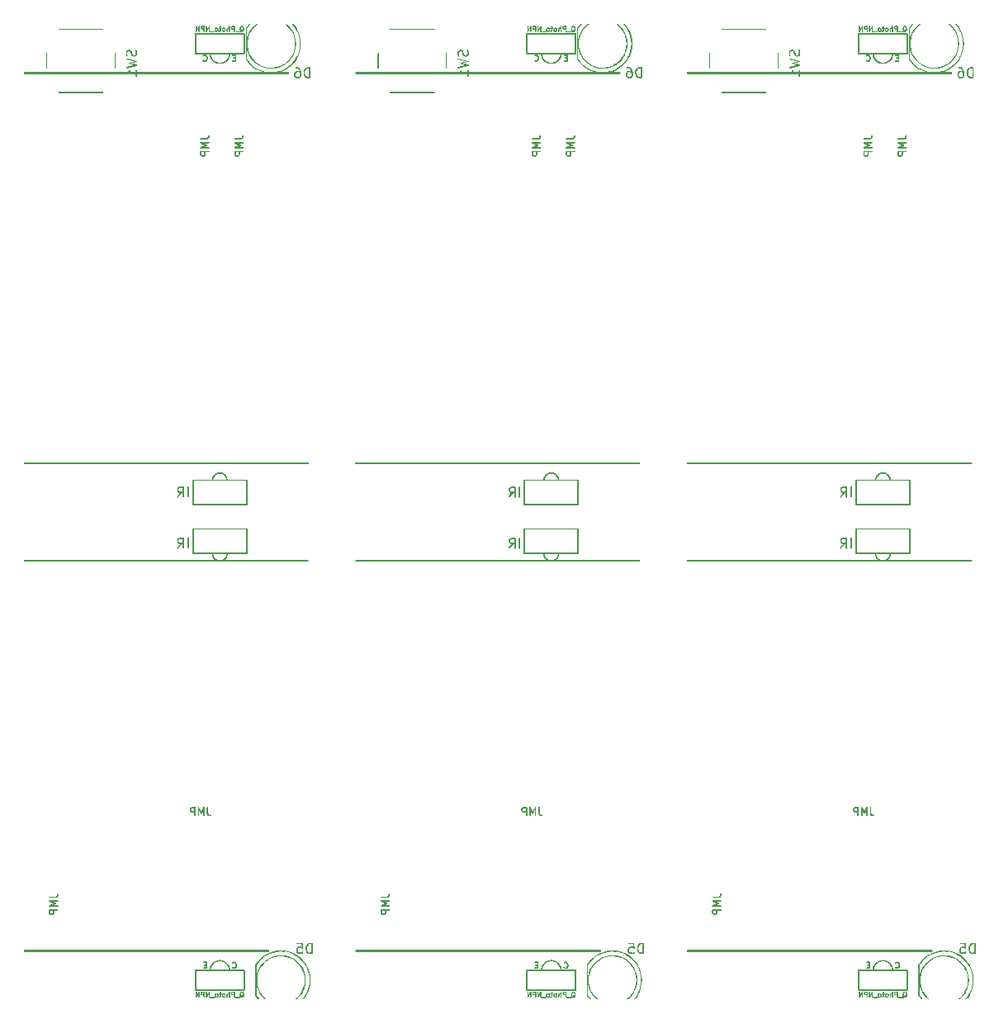
<source format=gbo>
%MOIN*%
%OFA0B0*%
%FSLAX44Y44*%
%IPPOS*%
%LPD*%
G36*
X00011023Y00037362D02*
G01*
X00011035Y00037364D01*
X00011046Y00037370D01*
X00011055Y00037378D01*
X00011060Y00037389D01*
X00011062Y00037402D01*
X00011060Y00037414D01*
X00011055Y00037425D01*
X00011046Y00037433D01*
X00011035Y00037439D01*
X00011023Y00037441D01*
X00000393Y00037441D01*
X00000381Y00037439D01*
X00000370Y00037433D01*
X00000361Y00037425D01*
X00000356Y00037414D01*
X00000354Y00037402D01*
X00000356Y00037389D01*
X00000361Y00037378D01*
X00000370Y00037370D01*
X00000381Y00037364D01*
X00000393Y00037362D01*
X00011023Y00037362D01*
G37*
G36*
X00011810Y00021614D02*
G01*
X00011822Y00021616D01*
X00011834Y00021622D01*
X00011842Y00021629D01*
X00011848Y00021641D01*
X00011850Y00021654D01*
X00011848Y00021666D01*
X00011842Y00021677D01*
X00011834Y00021685D01*
X00011822Y00021690D01*
X00011810Y00021692D01*
X00000393Y00021692D01*
X00000381Y00021690D01*
X00000370Y00021685D01*
X00000361Y00021677D01*
X00000356Y00021666D01*
X00000354Y00021654D01*
X00000356Y00021641D01*
X00000361Y00021629D01*
X00000370Y00021622D01*
X00000381Y00021616D01*
X00000393Y00021614D01*
X00011810Y00021614D01*
G37*
G36*
X00011810Y00017677D02*
G01*
X00011822Y00017679D01*
X00011834Y00017685D01*
X00011842Y00017693D01*
X00011848Y00017704D01*
X00011850Y00017717D01*
X00011848Y00017729D01*
X00011842Y00017740D01*
X00011834Y00017748D01*
X00011822Y00017754D01*
X00011810Y00017756D01*
X00000393Y00017756D01*
X00000381Y00017754D01*
X00000370Y00017748D01*
X00000361Y00017740D01*
X00000356Y00017729D01*
X00000354Y00017717D01*
X00000356Y00017704D01*
X00000361Y00017693D01*
X00000370Y00017685D01*
X00000381Y00017679D01*
X00000393Y00017677D01*
X00011810Y00017677D01*
G37*
G36*
X00010236Y00001928D02*
G01*
X00010248Y00001931D01*
X00010259Y00001937D01*
X00010267Y00001945D01*
X00010273Y00001956D01*
X00010275Y00001968D01*
X00010273Y00001981D01*
X00010267Y00001991D01*
X00010259Y00002000D01*
X00010248Y00002006D01*
X00010236Y00002008D01*
X00000393Y00002008D01*
X00000381Y00002006D01*
X00000370Y00002000D01*
X00000361Y00001991D01*
X00000356Y00001981D01*
X00000354Y00001968D01*
X00000356Y00001956D01*
X00000361Y00001945D01*
X00000370Y00001937D01*
X00000381Y00001931D01*
X00000393Y00001928D01*
X00010236Y00001928D01*
G37*
G36*
X00003543Y00036591D02*
G01*
X00003550Y00036592D01*
X00003557Y00036595D01*
X00003562Y00036600D01*
X00003565Y00036607D01*
X00003565Y00036613D01*
X00003565Y00036621D01*
X00003562Y00036628D01*
X00003557Y00036633D01*
X00003550Y00036637D01*
X00003543Y00036638D01*
X00001771Y00036638D01*
X00001764Y00036637D01*
X00001757Y00036633D01*
X00001752Y00036628D01*
X00001749Y00036621D01*
X00001746Y00036613D01*
X00001749Y00036607D01*
X00001752Y00036600D01*
X00001757Y00036595D01*
X00001764Y00036592D01*
X00001771Y00036591D01*
X00003543Y00036591D01*
G37*
G36*
X00004035Y00037575D02*
G01*
X00004042Y00037576D01*
X00004049Y00037579D01*
X00004054Y00037585D01*
X00004057Y00037591D01*
X00004058Y00037597D01*
X00004058Y00038189D01*
X00004057Y00038196D01*
X00004054Y00038203D01*
X00004049Y00038208D01*
X00004042Y00038211D01*
X00004035Y00038213D01*
X00004028Y00038211D01*
X00004021Y00038208D01*
X00004016Y00038203D01*
X00004012Y00038196D01*
X00004011Y00038189D01*
X00004011Y00037597D01*
X00004012Y00037591D01*
X00004016Y00037585D01*
X00004021Y00037579D01*
X00004028Y00037576D01*
X00004035Y00037575D01*
G37*
G36*
X00003543Y00039149D02*
G01*
X00003550Y00039151D01*
X00003557Y00039153D01*
X00003562Y00039159D01*
X00003565Y00039165D01*
X00003565Y00039173D01*
X00003565Y00039181D01*
X00003562Y00039187D01*
X00003557Y00039192D01*
X00003550Y00039196D01*
X00003543Y00039197D01*
X00001771Y00039197D01*
X00001764Y00039196D01*
X00001757Y00039192D01*
X00001752Y00039187D01*
X00001749Y00039181D01*
X00001746Y00039173D01*
X00001749Y00039165D01*
X00001752Y00039159D01*
X00001757Y00039153D01*
X00001764Y00039151D01*
X00001771Y00039149D01*
X00003543Y00039149D01*
G37*
G36*
X00001279Y00037575D02*
G01*
X00001286Y00037576D01*
X00001293Y00037579D01*
X00001298Y00037585D01*
X00001301Y00037591D01*
X00001303Y00037597D01*
X00001303Y00038189D01*
X00001301Y00038196D01*
X00001298Y00038203D01*
X00001293Y00038208D01*
X00001286Y00038211D01*
X00001279Y00038213D01*
X00001272Y00038211D01*
X00001265Y00038208D01*
X00001260Y00038203D01*
X00001256Y00038196D01*
X00001255Y00038189D01*
X00001255Y00037597D01*
X00001256Y00037591D01*
X00001260Y00037585D01*
X00001265Y00037579D01*
X00001272Y00037576D01*
X00001279Y00037575D01*
G37*
G36*
X00008267Y00001545D02*
G01*
X00008276Y00001547D01*
X00008284Y00001550D01*
X00008290Y00001557D01*
X00008295Y00001566D01*
X00008297Y00001575D01*
X00008295Y00001584D01*
X00008290Y00001592D01*
X00008284Y00001598D01*
X00008276Y00001602D01*
X00008267Y00001603D01*
X00008258Y00001602D01*
X00008250Y00001598D01*
X00008243Y00001592D01*
X00008239Y00001584D01*
X00008238Y00001575D01*
X00008239Y00001566D01*
X00008243Y00001557D01*
X00008250Y00001550D01*
X00008258Y00001547D01*
X00008267Y00001545D01*
G37*
G36*
X00008329Y00001540D02*
G01*
X00008338Y00001542D01*
X00008346Y00001545D01*
X00008353Y00001553D01*
X00008357Y00001561D01*
X00008358Y00001570D01*
X00008357Y00001578D01*
X00008353Y00001586D01*
X00008346Y00001593D01*
X00008338Y00001598D01*
X00008329Y00001598D01*
X00008267Y00001603D01*
X00008258Y00001602D01*
X00008250Y00001598D01*
X00008243Y00001592D01*
X00008239Y00001584D01*
X00008238Y00001575D01*
X00008239Y00001566D01*
X00008243Y00001557D01*
X00008250Y00001550D01*
X00008258Y00001547D01*
X00008267Y00001545D01*
X00008329Y00001540D01*
G37*
G36*
X00008389Y00001526D02*
G01*
X00008398Y00001527D01*
X00008406Y00001532D01*
X00008413Y00001538D01*
X00008417Y00001545D01*
X00008418Y00001555D01*
X00008417Y00001565D01*
X00008413Y00001573D01*
X00008406Y00001578D01*
X00008398Y00001584D01*
X00008338Y00001598D01*
X00008329Y00001598D01*
X00008320Y00001598D01*
X00008311Y00001593D01*
X00008305Y00001586D01*
X00008301Y00001578D01*
X00008299Y00001570D01*
X00008301Y00001561D01*
X00008305Y00001553D01*
X00008311Y00001545D01*
X00008320Y00001542D01*
X00008380Y00001527D01*
X00008389Y00001526D01*
G37*
G36*
X00008446Y00001502D02*
G01*
X00008455Y00001504D01*
X00008463Y00001508D01*
X00008470Y00001515D01*
X00008474Y00001523D01*
X00008475Y00001532D01*
X00008474Y00001540D01*
X00008470Y00001549D01*
X00008463Y00001555D01*
X00008455Y00001560D01*
X00008398Y00001584D01*
X00008389Y00001585D01*
X00008380Y00001584D01*
X00008371Y00001578D01*
X00008365Y00001573D01*
X00008361Y00001565D01*
X00008359Y00001555D01*
X00008361Y00001545D01*
X00008365Y00001538D01*
X00008371Y00001532D01*
X00008380Y00001527D01*
X00008437Y00001504D01*
X00008446Y00001502D01*
G37*
G36*
X00008499Y00001470D02*
G01*
X00008508Y00001472D01*
X00008516Y00001476D01*
X00008522Y00001482D01*
X00008527Y00001490D01*
X00008528Y00001500D01*
X00008527Y00001509D01*
X00008522Y00001517D01*
X00008516Y00001523D01*
X00008463Y00001555D01*
X00008455Y00001560D01*
X00008446Y00001561D01*
X00008437Y00001560D01*
X00008428Y00001555D01*
X00008422Y00001549D01*
X00008418Y00001540D01*
X00008416Y00001532D01*
X00008418Y00001523D01*
X00008422Y00001515D01*
X00008428Y00001508D01*
X00008481Y00001476D01*
X00008489Y00001472D01*
X00008499Y00001470D01*
G37*
G36*
X00008546Y00001429D02*
G01*
X00008555Y00001431D01*
X00008563Y00001436D01*
X00008569Y00001442D01*
X00008574Y00001450D01*
X00008575Y00001459D01*
X00008574Y00001469D01*
X00008569Y00001477D01*
X00008563Y00001482D01*
X00008516Y00001523D01*
X00008508Y00001528D01*
X00008499Y00001529D01*
X00008489Y00001528D01*
X00008481Y00001523D01*
X00008475Y00001517D01*
X00008470Y00001509D01*
X00008469Y00001500D01*
X00008470Y00001490D01*
X00008475Y00001482D01*
X00008481Y00001476D01*
X00008528Y00001436D01*
X00008536Y00001431D01*
X00008546Y00001429D01*
G37*
G36*
X00008586Y00001383D02*
G01*
X00008595Y00001384D01*
X00008603Y00001389D01*
X00008610Y00001395D01*
X00008614Y00001403D01*
X00008615Y00001412D01*
X00008614Y00001422D01*
X00008610Y00001429D01*
X00008569Y00001477D01*
X00008563Y00001482D01*
X00008555Y00001487D01*
X00008546Y00001489D01*
X00008536Y00001487D01*
X00008528Y00001482D01*
X00008522Y00001477D01*
X00008517Y00001469D01*
X00008516Y00001459D01*
X00008517Y00001450D01*
X00008522Y00001442D01*
X00008562Y00001395D01*
X00008568Y00001389D01*
X00008577Y00001384D01*
X00008586Y00001383D01*
G37*
G36*
X00008618Y00001330D02*
G01*
X00008627Y00001332D01*
X00008635Y00001336D01*
X00008642Y00001342D01*
X00008646Y00001351D01*
X00008647Y00001360D01*
X00008646Y00001369D01*
X00008642Y00001377D01*
X00008610Y00001429D01*
X00008603Y00001436D01*
X00008595Y00001441D01*
X00008586Y00001442D01*
X00008577Y00001441D01*
X00008568Y00001436D01*
X00008562Y00001429D01*
X00008558Y00001422D01*
X00008556Y00001412D01*
X00008558Y00001403D01*
X00008562Y00001395D01*
X00008594Y00001342D01*
X00008601Y00001336D01*
X00008609Y00001332D01*
X00008618Y00001330D01*
G37*
G36*
X00008642Y00001273D02*
G01*
X00008651Y00001275D01*
X00008659Y00001279D01*
X00008665Y00001285D01*
X00008670Y00001293D01*
X00008671Y00001303D01*
X00008670Y00001312D01*
X00008646Y00001369D01*
X00008642Y00001377D01*
X00008635Y00001384D01*
X00008627Y00001388D01*
X00008618Y00001389D01*
X00008609Y00001388D01*
X00008601Y00001384D01*
X00008594Y00001377D01*
X00008590Y00001369D01*
X00008588Y00001360D01*
X00008590Y00001351D01*
X00008613Y00001293D01*
X00008618Y00001285D01*
X00008624Y00001279D01*
X00008632Y00001275D01*
X00008642Y00001273D01*
G37*
G36*
X00008656Y00001213D02*
G01*
X00008665Y00001215D01*
X00008673Y00001219D01*
X00008680Y00001225D01*
X00008684Y00001234D01*
X00008686Y00001243D01*
X00008684Y00001252D01*
X00008670Y00001312D01*
X00008665Y00001320D01*
X00008659Y00001327D01*
X00008651Y00001331D01*
X00008642Y00001332D01*
X00008632Y00001331D01*
X00008624Y00001327D01*
X00008618Y00001320D01*
X00008613Y00001312D01*
X00008612Y00001303D01*
X00008613Y00001293D01*
X00008628Y00001234D01*
X00008632Y00001225D01*
X00008639Y00001219D01*
X00008647Y00001215D01*
X00008656Y00001213D01*
G37*
G36*
X00008661Y00001152D02*
G01*
X00008670Y00001153D01*
X00008678Y00001157D01*
X00008685Y00001164D01*
X00008689Y00001172D01*
X00008690Y00001181D01*
X00008686Y00001243D01*
X00008684Y00001252D01*
X00008680Y00001260D01*
X00008673Y00001267D01*
X00008665Y00001271D01*
X00008656Y00001272D01*
X00008647Y00001271D01*
X00008639Y00001267D01*
X00008632Y00001260D01*
X00008628Y00001252D01*
X00008626Y00001243D01*
X00008631Y00001181D01*
X00008633Y00001172D01*
X00008637Y00001164D01*
X00008643Y00001157D01*
X00008652Y00001153D01*
X00008661Y00001152D01*
G37*
G36*
X00007873Y00001152D02*
G01*
X00007883Y00001153D01*
X00007891Y00001157D01*
X00007896Y00001164D01*
X00007902Y00001172D01*
X00007903Y00001181D01*
X00007902Y00001190D01*
X00007896Y00001198D01*
X00007891Y00001205D01*
X00007883Y00001209D01*
X00007873Y00001211D01*
X00007864Y00001209D01*
X00007856Y00001205D01*
X00007850Y00001198D01*
X00007845Y00001190D01*
X00007844Y00001181D01*
X00007845Y00001172D01*
X00007850Y00001164D01*
X00007856Y00001157D01*
X00007864Y00001153D01*
X00007873Y00001152D01*
G37*
G36*
X00007873Y00001152D02*
G01*
X00007883Y00001153D01*
X00007891Y00001157D01*
X00007896Y00001164D01*
X00007902Y00001172D01*
X00007903Y00001181D01*
X00007907Y00001243D01*
X00007906Y00001252D01*
X00007902Y00001260D01*
X00007895Y00001267D01*
X00007887Y00001271D01*
X00007877Y00001272D01*
X00007869Y00001271D01*
X00007861Y00001267D01*
X00007854Y00001260D01*
X00007850Y00001252D01*
X00007849Y00001243D01*
X00007844Y00001181D01*
X00007845Y00001172D01*
X00007850Y00001164D01*
X00007856Y00001157D01*
X00007864Y00001153D01*
X00007873Y00001152D01*
G37*
G36*
X00007877Y00001213D02*
G01*
X00007887Y00001215D01*
X00007895Y00001219D01*
X00007902Y00001225D01*
X00007906Y00001234D01*
X00007921Y00001293D01*
X00007922Y00001303D01*
X00007921Y00001312D01*
X00007917Y00001320D01*
X00007910Y00001327D01*
X00007902Y00001331D01*
X00007893Y00001332D01*
X00007884Y00001331D01*
X00007875Y00001327D01*
X00007869Y00001320D01*
X00007864Y00001312D01*
X00007850Y00001252D01*
X00007849Y00001243D01*
X00007850Y00001234D01*
X00007854Y00001225D01*
X00007861Y00001219D01*
X00007869Y00001215D01*
X00007877Y00001213D01*
G37*
G36*
X00007893Y00001273D02*
G01*
X00007902Y00001275D01*
X00007910Y00001279D01*
X00007917Y00001285D01*
X00007921Y00001293D01*
X00007944Y00001351D01*
X00007946Y00001360D01*
X00007944Y00001369D01*
X00007940Y00001377D01*
X00007934Y00001384D01*
X00007925Y00001388D01*
X00007916Y00001389D01*
X00007907Y00001388D01*
X00007899Y00001384D01*
X00007892Y00001377D01*
X00007887Y00001369D01*
X00007864Y00001312D01*
X00007863Y00001303D01*
X00007864Y00001293D01*
X00007869Y00001285D01*
X00007875Y00001279D01*
X00007884Y00001275D01*
X00007893Y00001273D01*
G37*
G36*
X00007916Y00001330D02*
G01*
X00007925Y00001332D01*
X00007934Y00001336D01*
X00007940Y00001342D01*
X00007972Y00001395D01*
X00007977Y00001403D01*
X00007977Y00001412D01*
X00007977Y00001422D01*
X00007972Y00001429D01*
X00007966Y00001436D01*
X00007957Y00001441D01*
X00007949Y00001442D01*
X00007939Y00001441D01*
X00007931Y00001436D01*
X00007925Y00001429D01*
X00007892Y00001377D01*
X00007887Y00001369D01*
X00007887Y00001360D01*
X00007887Y00001351D01*
X00007892Y00001342D01*
X00007899Y00001336D01*
X00007907Y00001332D01*
X00007916Y00001330D01*
G37*
G36*
X00007949Y00001383D02*
G01*
X00007957Y00001384D01*
X00007966Y00001389D01*
X00007972Y00001395D01*
X00008013Y00001442D01*
X00008016Y00001450D01*
X00008017Y00001459D01*
X00008016Y00001469D01*
X00008013Y00001477D01*
X00008006Y00001482D01*
X00007998Y00001487D01*
X00007989Y00001489D01*
X00007980Y00001487D01*
X00007971Y00001482D01*
X00007965Y00001477D01*
X00007925Y00001429D01*
X00007921Y00001422D01*
X00007919Y00001412D01*
X00007921Y00001403D01*
X00007925Y00001395D01*
X00007931Y00001389D01*
X00007939Y00001384D01*
X00007949Y00001383D01*
G37*
G36*
X00007989Y00001429D02*
G01*
X00007998Y00001431D01*
X00008006Y00001436D01*
X00008053Y00001476D01*
X00008060Y00001482D01*
X00008064Y00001490D01*
X00008065Y00001500D01*
X00008064Y00001509D01*
X00008060Y00001517D01*
X00008053Y00001523D01*
X00008045Y00001528D01*
X00008036Y00001529D01*
X00008027Y00001528D01*
X00008017Y00001523D01*
X00007971Y00001482D01*
X00007965Y00001477D01*
X00007961Y00001469D01*
X00007959Y00001459D01*
X00007961Y00001450D01*
X00007965Y00001442D01*
X00007971Y00001436D01*
X00007980Y00001431D01*
X00007989Y00001429D01*
G37*
G36*
X00008036Y00001470D02*
G01*
X00008045Y00001472D01*
X00008053Y00001476D01*
X00008106Y00001508D01*
X00008112Y00001515D01*
X00008116Y00001523D01*
X00008118Y00001532D01*
X00008116Y00001540D01*
X00008112Y00001549D01*
X00008106Y00001555D01*
X00008098Y00001560D01*
X00008088Y00001561D01*
X00008078Y00001560D01*
X00008071Y00001555D01*
X00008017Y00001523D01*
X00008012Y00001517D01*
X00008008Y00001509D01*
X00008006Y00001500D01*
X00008008Y00001490D01*
X00008012Y00001482D01*
X00008017Y00001476D01*
X00008027Y00001472D01*
X00008036Y00001470D01*
G37*
G36*
X00008088Y00001502D02*
G01*
X00008098Y00001504D01*
X00008155Y00001527D01*
X00008163Y00001532D01*
X00008168Y00001538D01*
X00008174Y00001545D01*
X00008175Y00001555D01*
X00008174Y00001565D01*
X00008168Y00001573D01*
X00008163Y00001578D01*
X00008155Y00001584D01*
X00008145Y00001585D01*
X00008136Y00001584D01*
X00008078Y00001560D01*
X00008071Y00001555D01*
X00008064Y00001549D01*
X00008060Y00001540D01*
X00008058Y00001532D01*
X00008060Y00001523D01*
X00008064Y00001515D01*
X00008071Y00001508D01*
X00008078Y00001504D01*
X00008088Y00001502D01*
G37*
G36*
X00008145Y00001526D02*
G01*
X00008155Y00001527D01*
X00008215Y00001542D01*
X00008223Y00001545D01*
X00008229Y00001553D01*
X00008234Y00001561D01*
X00008235Y00001570D01*
X00008234Y00001578D01*
X00008229Y00001586D01*
X00008223Y00001593D01*
X00008215Y00001598D01*
X00008206Y00001598D01*
X00008196Y00001598D01*
X00008136Y00001584D01*
X00008128Y00001578D01*
X00008122Y00001573D01*
X00008117Y00001565D01*
X00008116Y00001555D01*
X00008117Y00001545D01*
X00008122Y00001538D01*
X00008128Y00001532D01*
X00008136Y00001527D01*
X00008145Y00001526D01*
G37*
G36*
X00008206Y00001540D02*
G01*
X00008267Y00001545D01*
X00008276Y00001547D01*
X00008284Y00001550D01*
X00008290Y00001557D01*
X00008295Y00001566D01*
X00008297Y00001575D01*
X00008295Y00001584D01*
X00008290Y00001592D01*
X00008284Y00001598D01*
X00008276Y00001602D01*
X00008267Y00001603D01*
X00008206Y00001598D01*
X00008196Y00001598D01*
X00008188Y00001593D01*
X00008182Y00001586D01*
X00008177Y00001578D01*
X00008176Y00001570D01*
X00008177Y00001561D01*
X00008182Y00001553D01*
X00008188Y00001545D01*
X00008196Y00001542D01*
X00008206Y00001540D01*
G37*
G36*
X00009251Y00000364D02*
G01*
X00009260Y00000366D01*
X00009269Y00000370D01*
X00009275Y00000376D01*
X00009279Y00000385D01*
X00009281Y00000394D01*
X00009279Y00000403D01*
X00009275Y00000411D01*
X00009269Y00000417D01*
X00009260Y00000422D01*
X00009251Y00000423D01*
X00007282Y00000423D01*
X00007274Y00000422D01*
X00007266Y00000417D01*
X00007258Y00000411D01*
X00007255Y00000403D01*
X00007252Y00000394D01*
X00007255Y00000385D01*
X00007258Y00000376D01*
X00007266Y00000370D01*
X00007274Y00000366D01*
X00007282Y00000364D01*
X00009251Y00000364D01*
G37*
G36*
X00009251Y00000364D02*
G01*
X00009260Y00000366D01*
X00009269Y00000370D01*
X00009275Y00000376D01*
X00009279Y00000385D01*
X00009281Y00000394D01*
X00009281Y00001181D01*
X00009279Y00001190D01*
X00009275Y00001198D01*
X00009269Y00001205D01*
X00009260Y00001209D01*
X00009251Y00001211D01*
X00009242Y00001209D01*
X00009234Y00001205D01*
X00009227Y00001198D01*
X00009223Y00001190D01*
X00009222Y00001181D01*
X00009222Y00000394D01*
X00009223Y00000385D01*
X00009227Y00000376D01*
X00009234Y00000370D01*
X00009242Y00000366D01*
X00009251Y00000364D01*
G37*
G36*
X00009251Y00001152D02*
G01*
X00009260Y00001153D01*
X00009269Y00001157D01*
X00009275Y00001164D01*
X00009279Y00001172D01*
X00009281Y00001181D01*
X00009279Y00001190D01*
X00009275Y00001198D01*
X00009269Y00001205D01*
X00009260Y00001209D01*
X00009251Y00001211D01*
X00007282Y00001211D01*
X00007274Y00001209D01*
X00007266Y00001205D01*
X00007258Y00001198D01*
X00007255Y00001190D01*
X00007252Y00001181D01*
X00007255Y00001172D01*
X00007258Y00001164D01*
X00007266Y00001157D01*
X00007274Y00001153D01*
X00007282Y00001152D01*
X00009251Y00001152D01*
G37*
G36*
X00007282Y00000364D02*
G01*
X00007291Y00000366D01*
X00007300Y00000370D01*
X00007307Y00000376D01*
X00007311Y00000385D01*
X00007312Y00000394D01*
X00007312Y00001181D01*
X00007311Y00001190D01*
X00007307Y00001198D01*
X00007300Y00001205D01*
X00007291Y00001209D01*
X00007282Y00001211D01*
X00007274Y00001209D01*
X00007266Y00001205D01*
X00007258Y00001198D01*
X00007255Y00001190D01*
X00007252Y00001181D01*
X00007252Y00000394D01*
X00007255Y00000385D01*
X00007258Y00000376D01*
X00007266Y00000370D01*
X00007274Y00000366D01*
X00007282Y00000364D01*
G37*
G36*
X00008267Y00037766D02*
G01*
X00008276Y00037767D01*
X00008284Y00037771D01*
X00008290Y00037778D01*
X00008295Y00037786D01*
X00008297Y00037795D01*
X00008295Y00037804D01*
X00008290Y00037813D01*
X00008284Y00037819D01*
X00008276Y00037823D01*
X00008267Y00037825D01*
X00008258Y00037823D01*
X00008250Y00037819D01*
X00008243Y00037813D01*
X00008239Y00037804D01*
X00008238Y00037795D01*
X00008239Y00037786D01*
X00008243Y00037778D01*
X00008250Y00037771D01*
X00008258Y00037767D01*
X00008267Y00037766D01*
G37*
G36*
X00008267Y00037766D02*
G01*
X00008276Y00037767D01*
X00008284Y00037771D01*
X00008290Y00037778D01*
X00008295Y00037786D01*
X00008297Y00037795D01*
X00008295Y00037804D01*
X00008290Y00037813D01*
X00008284Y00037819D01*
X00008276Y00037823D01*
X00008267Y00037825D01*
X00008206Y00037829D01*
X00008196Y00037828D01*
X00008188Y00037824D01*
X00008182Y00037817D01*
X00008177Y00037809D01*
X00008176Y00037800D01*
X00008177Y00037791D01*
X00008182Y00037783D01*
X00008188Y00037776D01*
X00008196Y00037772D01*
X00008206Y00037771D01*
X00008267Y00037766D01*
G37*
G36*
X00008206Y00037771D02*
G01*
X00008215Y00037772D01*
X00008223Y00037776D01*
X00008229Y00037783D01*
X00008234Y00037791D01*
X00008235Y00037800D01*
X00008234Y00037809D01*
X00008229Y00037817D01*
X00008223Y00037824D01*
X00008215Y00037828D01*
X00008155Y00037843D01*
X00008145Y00037844D01*
X00008136Y00037843D01*
X00008128Y00037837D01*
X00008122Y00037832D01*
X00008117Y00037824D01*
X00008116Y00037815D01*
X00008117Y00037805D01*
X00008122Y00037797D01*
X00008128Y00037791D01*
X00008136Y00037786D01*
X00008196Y00037772D01*
X00008206Y00037771D01*
G37*
G36*
X00008145Y00037785D02*
G01*
X00008155Y00037786D01*
X00008163Y00037791D01*
X00008168Y00037797D01*
X00008174Y00037805D01*
X00008175Y00037815D01*
X00008174Y00037824D01*
X00008168Y00037832D01*
X00008163Y00037837D01*
X00008155Y00037843D01*
X00008098Y00037866D01*
X00008088Y00037868D01*
X00008078Y00037866D01*
X00008071Y00037862D01*
X00008064Y00037856D01*
X00008060Y00037847D01*
X00008058Y00037837D01*
X00008060Y00037829D01*
X00008064Y00037821D01*
X00008071Y00037814D01*
X00008078Y00037810D01*
X00008136Y00037786D01*
X00008145Y00037785D01*
G37*
G36*
X00008088Y00037809D02*
G01*
X00008098Y00037810D01*
X00008106Y00037814D01*
X00008112Y00037821D01*
X00008116Y00037829D01*
X00008118Y00037837D01*
X00008116Y00037847D01*
X00008112Y00037856D01*
X00008106Y00037862D01*
X00008053Y00037894D01*
X00008045Y00037899D01*
X00008036Y00037900D01*
X00008027Y00037899D01*
X00008017Y00037894D01*
X00008012Y00037888D01*
X00008008Y00037880D01*
X00008006Y00037870D01*
X00008008Y00037860D01*
X00008012Y00037853D01*
X00008017Y00037847D01*
X00008071Y00037814D01*
X00008078Y00037810D01*
X00008088Y00037809D01*
G37*
G36*
X00008036Y00037841D02*
G01*
X00008045Y00037841D01*
X00008053Y00037847D01*
X00008060Y00037853D01*
X00008064Y00037860D01*
X00008065Y00037870D01*
X00008064Y00037880D01*
X00008060Y00037888D01*
X00008053Y00037894D01*
X00008006Y00037934D01*
X00007998Y00037939D01*
X00007989Y00037940D01*
X00007980Y00037939D01*
X00007971Y00037934D01*
X00007965Y00037928D01*
X00007961Y00037920D01*
X00007959Y00037911D01*
X00007961Y00037901D01*
X00007965Y00037893D01*
X00007971Y00037887D01*
X00008017Y00037847D01*
X00008027Y00037841D01*
X00008036Y00037841D01*
G37*
G36*
X00007989Y00037881D02*
G01*
X00007998Y00037882D01*
X00008006Y00037887D01*
X00008013Y00037893D01*
X00008016Y00037901D01*
X00008017Y00037911D01*
X00008016Y00037920D01*
X00008013Y00037928D01*
X00007972Y00037975D01*
X00007966Y00037980D01*
X00007957Y00037986D01*
X00007949Y00037987D01*
X00007939Y00037986D01*
X00007931Y00037980D01*
X00007925Y00037975D01*
X00007921Y00037967D01*
X00007919Y00037957D01*
X00007921Y00037948D01*
X00007925Y00037940D01*
X00007965Y00037893D01*
X00007971Y00037887D01*
X00007980Y00037882D01*
X00007989Y00037881D01*
G37*
G36*
X00007949Y00037928D02*
G01*
X00007957Y00037929D01*
X00007966Y00037934D01*
X00007972Y00037940D01*
X00007977Y00037948D01*
X00007977Y00037957D01*
X00007977Y00037967D01*
X00007972Y00037975D01*
X00007940Y00038028D01*
X00007934Y00038034D01*
X00007925Y00038038D01*
X00007916Y00038040D01*
X00007907Y00038038D01*
X00007899Y00038034D01*
X00007892Y00038028D01*
X00007887Y00038019D01*
X00007887Y00038010D01*
X00007887Y00038001D01*
X00007892Y00037993D01*
X00007925Y00037940D01*
X00007931Y00037934D01*
X00007939Y00037929D01*
X00007949Y00037928D01*
G37*
G36*
X00007916Y00037980D02*
G01*
X00007925Y00037982D01*
X00007934Y00037986D01*
X00007940Y00037993D01*
X00007944Y00038001D01*
X00007946Y00038010D01*
X00007944Y00038019D01*
X00007921Y00038076D01*
X00007917Y00038085D01*
X00007910Y00038091D01*
X00007902Y00038095D01*
X00007893Y00038097D01*
X00007884Y00038095D01*
X00007875Y00038091D01*
X00007869Y00038085D01*
X00007864Y00038076D01*
X00007863Y00038067D01*
X00007864Y00038057D01*
X00007887Y00038001D01*
X00007892Y00037993D01*
X00007899Y00037986D01*
X00007907Y00037982D01*
X00007916Y00037980D01*
G37*
G36*
X00007893Y00038038D02*
G01*
X00007902Y00038038D01*
X00007910Y00038043D01*
X00007917Y00038050D01*
X00007921Y00038057D01*
X00007922Y00038067D01*
X00007921Y00038076D01*
X00007906Y00038136D01*
X00007902Y00038145D01*
X00007895Y00038151D01*
X00007887Y00038155D01*
X00007877Y00038157D01*
X00007869Y00038155D01*
X00007861Y00038151D01*
X00007854Y00038145D01*
X00007850Y00038136D01*
X00007849Y00038127D01*
X00007850Y00038118D01*
X00007864Y00038057D01*
X00007869Y00038050D01*
X00007875Y00038043D01*
X00007884Y00038038D01*
X00007893Y00038038D01*
G37*
G36*
X00007877Y00038098D02*
G01*
X00007887Y00038099D01*
X00007895Y00038103D01*
X00007902Y00038110D01*
X00007906Y00038118D01*
X00007907Y00038127D01*
X00007903Y00038189D01*
X00007902Y00038197D01*
X00007896Y00038206D01*
X00007891Y00038213D01*
X00007883Y00038217D01*
X00007873Y00038218D01*
X00007864Y00038217D01*
X00007856Y00038213D01*
X00007850Y00038206D01*
X00007845Y00038197D01*
X00007844Y00038189D01*
X00007849Y00038127D01*
X00007850Y00038118D01*
X00007854Y00038110D01*
X00007861Y00038103D01*
X00007869Y00038099D01*
X00007877Y00038098D01*
G37*
G36*
X00008661Y00038158D02*
G01*
X00008670Y00038161D01*
X00008678Y00038165D01*
X00008685Y00038172D01*
X00008689Y00038180D01*
X00008690Y00038189D01*
X00008689Y00038197D01*
X00008685Y00038206D01*
X00008678Y00038213D01*
X00008670Y00038217D01*
X00008661Y00038218D01*
X00008652Y00038217D01*
X00008643Y00038213D01*
X00008637Y00038206D01*
X00008633Y00038197D01*
X00008631Y00038189D01*
X00008633Y00038180D01*
X00008637Y00038172D01*
X00008643Y00038165D01*
X00008652Y00038161D01*
X00008661Y00038158D01*
G37*
G36*
X00008656Y00038098D02*
G01*
X00008665Y00038099D01*
X00008673Y00038103D01*
X00008680Y00038110D01*
X00008684Y00038118D01*
X00008686Y00038127D01*
X00008690Y00038189D01*
X00008689Y00038197D01*
X00008685Y00038206D01*
X00008678Y00038213D01*
X00008670Y00038217D01*
X00008661Y00038218D01*
X00008652Y00038217D01*
X00008643Y00038213D01*
X00008637Y00038206D01*
X00008633Y00038197D01*
X00008631Y00038189D01*
X00008626Y00038127D01*
X00008628Y00038118D01*
X00008632Y00038110D01*
X00008639Y00038103D01*
X00008647Y00038099D01*
X00008656Y00038098D01*
G37*
G36*
X00008642Y00038038D02*
G01*
X00008651Y00038038D01*
X00008659Y00038043D01*
X00008665Y00038050D01*
X00008670Y00038057D01*
X00008684Y00038118D01*
X00008686Y00038127D01*
X00008684Y00038136D01*
X00008680Y00038145D01*
X00008673Y00038151D01*
X00008665Y00038155D01*
X00008656Y00038157D01*
X00008647Y00038155D01*
X00008639Y00038151D01*
X00008632Y00038145D01*
X00008628Y00038136D01*
X00008613Y00038076D01*
X00008612Y00038067D01*
X00008613Y00038057D01*
X00008618Y00038050D01*
X00008624Y00038043D01*
X00008632Y00038038D01*
X00008642Y00038038D01*
G37*
G36*
X00008618Y00037980D02*
G01*
X00008627Y00037982D01*
X00008635Y00037986D01*
X00008642Y00037993D01*
X00008646Y00038001D01*
X00008670Y00038057D01*
X00008671Y00038067D01*
X00008670Y00038076D01*
X00008665Y00038085D01*
X00008659Y00038091D01*
X00008651Y00038095D01*
X00008642Y00038097D01*
X00008632Y00038095D01*
X00008624Y00038091D01*
X00008618Y00038085D01*
X00008613Y00038076D01*
X00008590Y00038019D01*
X00008588Y00038010D01*
X00008590Y00038001D01*
X00008594Y00037993D01*
X00008601Y00037986D01*
X00008609Y00037982D01*
X00008618Y00037980D01*
G37*
G36*
X00008586Y00037928D02*
G01*
X00008595Y00037929D01*
X00008603Y00037934D01*
X00008610Y00037940D01*
X00008642Y00037993D01*
X00008646Y00038001D01*
X00008647Y00038010D01*
X00008646Y00038019D01*
X00008642Y00038028D01*
X00008635Y00038034D01*
X00008627Y00038038D01*
X00008618Y00038040D01*
X00008609Y00038038D01*
X00008601Y00038034D01*
X00008594Y00038028D01*
X00008562Y00037975D01*
X00008558Y00037967D01*
X00008556Y00037957D01*
X00008558Y00037948D01*
X00008562Y00037940D01*
X00008568Y00037934D01*
X00008577Y00037929D01*
X00008586Y00037928D01*
G37*
G36*
X00008546Y00037881D02*
G01*
X00008555Y00037882D01*
X00008563Y00037887D01*
X00008569Y00037893D01*
X00008610Y00037940D01*
X00008614Y00037948D01*
X00008615Y00037957D01*
X00008614Y00037967D01*
X00008610Y00037975D01*
X00008603Y00037980D01*
X00008595Y00037986D01*
X00008586Y00037987D01*
X00008577Y00037986D01*
X00008568Y00037980D01*
X00008562Y00037975D01*
X00008522Y00037928D01*
X00008517Y00037920D01*
X00008516Y00037911D01*
X00008517Y00037901D01*
X00008522Y00037893D01*
X00008528Y00037887D01*
X00008536Y00037882D01*
X00008546Y00037881D01*
G37*
G36*
X00008499Y00037841D02*
G01*
X00008508Y00037841D01*
X00008516Y00037847D01*
X00008563Y00037887D01*
X00008569Y00037893D01*
X00008574Y00037901D01*
X00008575Y00037911D01*
X00008574Y00037920D01*
X00008569Y00037928D01*
X00008563Y00037934D01*
X00008555Y00037939D01*
X00008546Y00037940D01*
X00008536Y00037939D01*
X00008528Y00037934D01*
X00008481Y00037894D01*
X00008475Y00037888D01*
X00008470Y00037880D01*
X00008469Y00037870D01*
X00008470Y00037860D01*
X00008475Y00037853D01*
X00008481Y00037847D01*
X00008489Y00037841D01*
X00008499Y00037841D01*
G37*
G36*
X00008446Y00037809D02*
G01*
X00008455Y00037810D01*
X00008463Y00037814D01*
X00008516Y00037847D01*
X00008522Y00037853D01*
X00008527Y00037860D01*
X00008528Y00037870D01*
X00008527Y00037880D01*
X00008522Y00037888D01*
X00008516Y00037894D01*
X00008508Y00037899D01*
X00008499Y00037900D01*
X00008489Y00037899D01*
X00008481Y00037894D01*
X00008428Y00037862D01*
X00008422Y00037856D01*
X00008418Y00037847D01*
X00008416Y00037837D01*
X00008418Y00037829D01*
X00008422Y00037821D01*
X00008428Y00037814D01*
X00008437Y00037810D01*
X00008446Y00037809D01*
G37*
G36*
X00008389Y00037785D02*
G01*
X00008398Y00037786D01*
X00008455Y00037810D01*
X00008463Y00037814D01*
X00008470Y00037821D01*
X00008474Y00037829D01*
X00008475Y00037837D01*
X00008474Y00037847D01*
X00008470Y00037856D01*
X00008463Y00037862D01*
X00008455Y00037866D01*
X00008446Y00037868D01*
X00008437Y00037866D01*
X00008380Y00037843D01*
X00008371Y00037837D01*
X00008365Y00037832D01*
X00008361Y00037824D01*
X00008359Y00037815D01*
X00008361Y00037805D01*
X00008365Y00037797D01*
X00008371Y00037791D01*
X00008380Y00037786D01*
X00008389Y00037785D01*
G37*
G36*
X00008329Y00037771D02*
G01*
X00008338Y00037772D01*
X00008398Y00037786D01*
X00008406Y00037791D01*
X00008413Y00037797D01*
X00008417Y00037805D01*
X00008418Y00037815D01*
X00008417Y00037824D01*
X00008413Y00037832D01*
X00008406Y00037837D01*
X00008398Y00037843D01*
X00008389Y00037844D01*
X00008380Y00037843D01*
X00008320Y00037828D01*
X00008311Y00037824D01*
X00008305Y00037817D01*
X00008301Y00037809D01*
X00008299Y00037800D01*
X00008301Y00037791D01*
X00008305Y00037783D01*
X00008311Y00037776D01*
X00008320Y00037772D01*
X00008329Y00037771D01*
G37*
G36*
X00008267Y00037766D02*
G01*
X00008329Y00037771D01*
X00008338Y00037772D01*
X00008346Y00037776D01*
X00008353Y00037783D01*
X00008357Y00037791D01*
X00008358Y00037800D01*
X00008357Y00037809D01*
X00008353Y00037817D01*
X00008346Y00037824D01*
X00008338Y00037828D01*
X00008329Y00037829D01*
X00008267Y00037825D01*
X00008258Y00037823D01*
X00008250Y00037819D01*
X00008243Y00037813D01*
X00008239Y00037804D01*
X00008238Y00037795D01*
X00008239Y00037786D01*
X00008243Y00037778D01*
X00008250Y00037771D01*
X00008258Y00037767D01*
X00008267Y00037766D01*
G37*
G36*
X00009251Y00038947D02*
G01*
X00009260Y00038948D01*
X00009269Y00038952D01*
X00009275Y00038959D01*
X00009279Y00038967D01*
X00009281Y00038976D01*
X00009279Y00038985D01*
X00009275Y00038994D01*
X00009269Y00039000D01*
X00009260Y00039004D01*
X00009251Y00039006D01*
X00007282Y00039006D01*
X00007274Y00039004D01*
X00007266Y00039000D01*
X00007258Y00038994D01*
X00007255Y00038985D01*
X00007252Y00038976D01*
X00007255Y00038967D01*
X00007258Y00038959D01*
X00007266Y00038952D01*
X00007274Y00038948D01*
X00007282Y00038947D01*
X00009251Y00038947D01*
G37*
G36*
X00007282Y00038158D02*
G01*
X00007291Y00038161D01*
X00007300Y00038165D01*
X00007307Y00038172D01*
X00007311Y00038180D01*
X00007312Y00038189D01*
X00007312Y00038976D01*
X00007311Y00038985D01*
X00007307Y00038994D01*
X00007300Y00039000D01*
X00007291Y00039004D01*
X00007282Y00039006D01*
X00007274Y00039004D01*
X00007266Y00039000D01*
X00007258Y00038994D01*
X00007255Y00038985D01*
X00007252Y00038976D01*
X00007252Y00038189D01*
X00007255Y00038180D01*
X00007258Y00038172D01*
X00007266Y00038165D01*
X00007274Y00038161D01*
X00007282Y00038158D01*
G37*
G36*
X00009251Y00038158D02*
G01*
X00009260Y00038161D01*
X00009269Y00038165D01*
X00009275Y00038172D01*
X00009279Y00038180D01*
X00009281Y00038189D01*
X00009279Y00038197D01*
X00009275Y00038206D01*
X00009269Y00038213D01*
X00009260Y00038217D01*
X00009251Y00038218D01*
X00007282Y00038218D01*
X00007274Y00038217D01*
X00007266Y00038213D01*
X00007258Y00038206D01*
X00007255Y00038197D01*
X00007252Y00038189D01*
X00007255Y00038180D01*
X00007258Y00038172D01*
X00007266Y00038165D01*
X00007274Y00038161D01*
X00007282Y00038158D01*
X00009251Y00038158D01*
G37*
G36*
X00009251Y00038158D02*
G01*
X00009260Y00038161D01*
X00009269Y00038165D01*
X00009275Y00038172D01*
X00009279Y00038180D01*
X00009281Y00038189D01*
X00009281Y00038976D01*
X00009279Y00038985D01*
X00009275Y00038994D01*
X00009269Y00039000D01*
X00009260Y00039004D01*
X00009251Y00039006D01*
X00009242Y00039004D01*
X00009234Y00039000D01*
X00009227Y00038994D01*
X00009223Y00038985D01*
X00009222Y00038976D01*
X00009222Y00038189D01*
X00009223Y00038180D01*
X00009227Y00038172D01*
X00009234Y00038165D01*
X00009242Y00038161D01*
X00009251Y00038158D01*
G37*
G36*
X00008267Y00017687D02*
G01*
X00008276Y00017688D01*
X00008284Y00017693D01*
X00008290Y00017698D01*
X00008295Y00017707D01*
X00008297Y00017717D01*
X00008295Y00017726D01*
X00008290Y00017734D01*
X00008284Y00017740D01*
X00008276Y00017745D01*
X00008267Y00017746D01*
X00008258Y00017745D01*
X00008250Y00017740D01*
X00008243Y00017734D01*
X00008239Y00017726D01*
X00008238Y00017717D01*
X00008239Y00017707D01*
X00008243Y00017698D01*
X00008250Y00017693D01*
X00008258Y00017688D01*
X00008267Y00017687D01*
G37*
G36*
X00008267Y00017687D02*
G01*
X00008276Y00017688D01*
X00008284Y00017693D01*
X00008290Y00017698D01*
X00008295Y00017707D01*
X00008297Y00017717D01*
X00008295Y00017726D01*
X00008290Y00017734D01*
X00008284Y00017740D01*
X00008276Y00017745D01*
X00008267Y00017746D01*
X00008221Y00017750D01*
X00008212Y00017748D01*
X00008204Y00017744D01*
X00008197Y00017738D01*
X00008193Y00017729D01*
X00008191Y00017720D01*
X00008193Y00017711D01*
X00008197Y00017702D01*
X00008204Y00017696D01*
X00008212Y00017692D01*
X00008221Y00017691D01*
X00008267Y00017687D01*
G37*
G36*
X00008221Y00017691D02*
G01*
X00008229Y00017692D01*
X00008238Y00017696D01*
X00008245Y00017702D01*
X00008249Y00017711D01*
X00008250Y00017720D01*
X00008249Y00017729D01*
X00008245Y00017738D01*
X00008238Y00017744D01*
X00008229Y00017748D01*
X00008185Y00017758D01*
X00008176Y00017760D01*
X00008167Y00017758D01*
X00008159Y00017755D01*
X00008152Y00017748D01*
X00008148Y00017740D01*
X00008146Y00017731D01*
X00008148Y00017722D01*
X00008152Y00017714D01*
X00008159Y00017707D01*
X00008167Y00017702D01*
X00008212Y00017692D01*
X00008221Y00017691D01*
G37*
G36*
X00008176Y00017700D02*
G01*
X00008185Y00017702D01*
X00008193Y00017707D01*
X00008199Y00017714D01*
X00008204Y00017722D01*
X00008205Y00017731D01*
X00008204Y00017740D01*
X00008199Y00017748D01*
X00008193Y00017755D01*
X00008185Y00017758D01*
X00008142Y00017777D01*
X00008133Y00017778D01*
X00008124Y00017777D01*
X00008116Y00017773D01*
X00008108Y00017766D01*
X00008105Y00017758D01*
X00008104Y00017749D01*
X00008105Y00017740D01*
X00008108Y00017731D01*
X00008116Y00017725D01*
X00008124Y00017721D01*
X00008167Y00017702D01*
X00008176Y00017700D01*
G37*
G36*
X00008133Y00017719D02*
G01*
X00008142Y00017721D01*
X00008149Y00017725D01*
X00008157Y00017731D01*
X00008161Y00017740D01*
X00008163Y00017749D01*
X00008161Y00017758D01*
X00008157Y00017766D01*
X00008149Y00017773D01*
X00008111Y00017797D01*
X00008103Y00017801D01*
X00008094Y00017802D01*
X00008084Y00017801D01*
X00008076Y00017797D01*
X00008070Y00017790D01*
X00008065Y00017782D01*
X00008064Y00017773D01*
X00008065Y00017764D01*
X00008070Y00017756D01*
X00008076Y00017749D01*
X00008116Y00017725D01*
X00008124Y00017721D01*
X00008133Y00017719D01*
G37*
G36*
X00008094Y00017743D02*
G01*
X00008103Y00017745D01*
X00008111Y00017749D01*
X00008117Y00017756D01*
X00008122Y00017764D01*
X00008123Y00017773D01*
X00008122Y00017782D01*
X00008117Y00017790D01*
X00008111Y00017797D01*
X00008076Y00017826D01*
X00008067Y00017831D01*
X00008058Y00017833D01*
X00008048Y00017831D01*
X00008041Y00017826D01*
X00008034Y00017820D01*
X00008030Y00017812D01*
X00008028Y00017803D01*
X00008030Y00017794D01*
X00008034Y00017786D01*
X00008041Y00017779D01*
X00008076Y00017749D01*
X00008084Y00017745D01*
X00008094Y00017743D01*
G37*
G36*
X00008058Y00017773D02*
G01*
X00008067Y00017775D01*
X00008076Y00017779D01*
X00008082Y00017786D01*
X00008086Y00017794D01*
X00008088Y00017803D01*
X00008086Y00017812D01*
X00008082Y00017820D01*
X00008052Y00017856D01*
X00008046Y00017862D01*
X00008037Y00017866D01*
X00008028Y00017868D01*
X00008018Y00017866D01*
X00008011Y00017862D01*
X00008004Y00017856D01*
X00008000Y00017847D01*
X00007999Y00017838D01*
X00008000Y00017829D01*
X00008004Y00017820D01*
X00008034Y00017786D01*
X00008041Y00017779D01*
X00008048Y00017775D01*
X00008058Y00017773D01*
G37*
G36*
X00008028Y00017809D02*
G01*
X00008037Y00017810D01*
X00008046Y00017814D01*
X00008052Y00017820D01*
X00008056Y00017829D01*
X00008058Y00017838D01*
X00008056Y00017847D01*
X00008052Y00017856D01*
X00008028Y00017895D01*
X00008021Y00017902D01*
X00008013Y00017906D01*
X00008004Y00017907D01*
X00007995Y00017906D01*
X00007986Y00017902D01*
X00007980Y00017895D01*
X00007976Y00017886D01*
X00007974Y00017878D01*
X00007976Y00017869D01*
X00007980Y00017860D01*
X00008004Y00017820D01*
X00008011Y00017814D01*
X00008018Y00017810D01*
X00008028Y00017809D01*
G37*
G36*
X00008004Y00017848D02*
G01*
X00008013Y00017850D01*
X00008021Y00017854D01*
X00008028Y00017860D01*
X00008032Y00017869D01*
X00008034Y00017878D01*
X00008032Y00017886D01*
X00008014Y00017930D01*
X00008010Y00017938D01*
X00008004Y00017944D01*
X00007995Y00017948D01*
X00007986Y00017950D01*
X00007977Y00017948D01*
X00007969Y00017944D01*
X00007962Y00017938D01*
X00007957Y00017930D01*
X00007956Y00017921D01*
X00007957Y00017911D01*
X00007976Y00017869D01*
X00007980Y00017860D01*
X00007986Y00017854D01*
X00007995Y00017850D01*
X00008004Y00017848D01*
G37*
G36*
X00007986Y00017891D02*
G01*
X00007995Y00017892D01*
X00008004Y00017897D01*
X00008010Y00017903D01*
X00008014Y00017911D01*
X00008016Y00017921D01*
X00008014Y00017930D01*
X00008004Y00017975D01*
X00007999Y00017983D01*
X00007993Y00017989D01*
X00007985Y00017994D01*
X00007975Y00017995D01*
X00007966Y00017994D01*
X00007957Y00017989D01*
X00007952Y00017983D01*
X00007947Y00017975D01*
X00007946Y00017966D01*
X00007947Y00017956D01*
X00007957Y00017911D01*
X00007962Y00017903D01*
X00007969Y00017897D01*
X00007977Y00017892D01*
X00007986Y00017891D01*
G37*
G36*
X00007975Y00017936D02*
G01*
X00007985Y00017938D01*
X00007993Y00017942D01*
X00007999Y00017948D01*
X00008004Y00017956D01*
X00008005Y00017966D01*
X00008001Y00018012D01*
X00008000Y00018021D01*
X00007996Y00018029D01*
X00007989Y00018036D01*
X00007981Y00018040D01*
X00007972Y00018041D01*
X00007963Y00018040D01*
X00007954Y00018036D01*
X00007947Y00018029D01*
X00007944Y00018021D01*
X00007942Y00018012D01*
X00007946Y00017966D01*
X00007947Y00017956D01*
X00007952Y00017948D01*
X00007957Y00017942D01*
X00007966Y00017938D01*
X00007975Y00017936D01*
G37*
G36*
X00008562Y00017982D02*
G01*
X00008572Y00017984D01*
X00008580Y00017988D01*
X00008586Y00017994D01*
X00008590Y00018002D01*
X00008592Y00018012D01*
X00008590Y00018021D01*
X00008586Y00018029D01*
X00008580Y00018036D01*
X00008572Y00018040D01*
X00008562Y00018041D01*
X00008553Y00018040D01*
X00008545Y00018036D01*
X00008539Y00018029D01*
X00008534Y00018021D01*
X00008533Y00018012D01*
X00008534Y00018002D01*
X00008539Y00017994D01*
X00008545Y00017988D01*
X00008553Y00017984D01*
X00008562Y00017982D01*
G37*
G36*
X00008559Y00017936D02*
G01*
X00008568Y00017938D01*
X00008576Y00017942D01*
X00008583Y00017948D01*
X00008587Y00017956D01*
X00008588Y00017966D01*
X00008592Y00018012D01*
X00008590Y00018021D01*
X00008586Y00018029D01*
X00008580Y00018036D01*
X00008572Y00018040D01*
X00008562Y00018041D01*
X00008553Y00018040D01*
X00008545Y00018036D01*
X00008539Y00018029D01*
X00008534Y00018021D01*
X00008533Y00018012D01*
X00008529Y00017966D01*
X00008531Y00017956D01*
X00008535Y00017948D01*
X00008541Y00017942D01*
X00008550Y00017938D01*
X00008559Y00017936D01*
G37*
G36*
X00008548Y00017891D02*
G01*
X00008557Y00017892D01*
X00008565Y00017897D01*
X00008572Y00017903D01*
X00008576Y00017911D01*
X00008587Y00017956D01*
X00008588Y00017966D01*
X00008587Y00017975D01*
X00008583Y00017983D01*
X00008576Y00017989D01*
X00008568Y00017994D01*
X00008559Y00017995D01*
X00008550Y00017994D01*
X00008541Y00017989D01*
X00008535Y00017983D01*
X00008531Y00017975D01*
X00008520Y00017930D01*
X00008518Y00017921D01*
X00008520Y00017911D01*
X00008524Y00017903D01*
X00008531Y00017897D01*
X00008539Y00017892D01*
X00008548Y00017891D01*
G37*
G36*
X00008530Y00017848D02*
G01*
X00008539Y00017850D01*
X00008548Y00017854D01*
X00008554Y00017860D01*
X00008558Y00017869D01*
X00008576Y00017911D01*
X00008577Y00017921D01*
X00008576Y00017930D01*
X00008572Y00017938D01*
X00008565Y00017944D01*
X00008557Y00017948D01*
X00008548Y00017950D01*
X00008539Y00017948D01*
X00008531Y00017944D01*
X00008524Y00017938D01*
X00008520Y00017930D01*
X00008502Y00017886D01*
X00008501Y00017878D01*
X00008502Y00017869D01*
X00008506Y00017860D01*
X00008513Y00017854D01*
X00008521Y00017850D01*
X00008530Y00017848D01*
G37*
G36*
X00008506Y00017809D02*
G01*
X00008515Y00017810D01*
X00008523Y00017814D01*
X00008530Y00017820D01*
X00008554Y00017860D01*
X00008558Y00017869D01*
X00008560Y00017878D01*
X00008558Y00017886D01*
X00008554Y00017895D01*
X00008548Y00017902D01*
X00008539Y00017906D01*
X00008530Y00017907D01*
X00008521Y00017906D01*
X00008513Y00017902D01*
X00008506Y00017895D01*
X00008482Y00017856D01*
X00008478Y00017847D01*
X00008476Y00017838D01*
X00008478Y00017829D01*
X00008482Y00017820D01*
X00008489Y00017814D01*
X00008497Y00017810D01*
X00008506Y00017809D01*
G37*
G36*
X00008476Y00017773D02*
G01*
X00008485Y00017775D01*
X00008493Y00017779D01*
X00008500Y00017786D01*
X00008530Y00017820D01*
X00008534Y00017829D01*
X00008536Y00017838D01*
X00008534Y00017847D01*
X00008530Y00017856D01*
X00008523Y00017862D01*
X00008515Y00017866D01*
X00008506Y00017868D01*
X00008497Y00017866D01*
X00008489Y00017862D01*
X00008482Y00017856D01*
X00008452Y00017820D01*
X00008448Y00017812D01*
X00008446Y00017803D01*
X00008448Y00017794D01*
X00008452Y00017786D01*
X00008459Y00017779D01*
X00008467Y00017775D01*
X00008476Y00017773D01*
G37*
G36*
X00008441Y00017743D02*
G01*
X00008450Y00017745D01*
X00008458Y00017749D01*
X00008493Y00017779D01*
X00008500Y00017786D01*
X00008504Y00017794D01*
X00008505Y00017803D01*
X00008504Y00017812D01*
X00008500Y00017820D01*
X00008493Y00017826D01*
X00008485Y00017831D01*
X00008476Y00017833D01*
X00008467Y00017831D01*
X00008459Y00017826D01*
X00008423Y00017797D01*
X00008417Y00017790D01*
X00008413Y00017782D01*
X00008411Y00017773D01*
X00008413Y00017764D01*
X00008417Y00017756D01*
X00008423Y00017749D01*
X00008432Y00017745D01*
X00008441Y00017743D01*
G37*
G36*
X00008401Y00017719D02*
G01*
X00008410Y00017721D01*
X00008419Y00017725D01*
X00008458Y00017749D01*
X00008465Y00017756D01*
X00008469Y00017764D01*
X00008470Y00017773D01*
X00008469Y00017782D01*
X00008465Y00017790D01*
X00008458Y00017797D01*
X00008450Y00017801D01*
X00008441Y00017802D01*
X00008432Y00017801D01*
X00008423Y00017797D01*
X00008384Y00017773D01*
X00008377Y00017766D01*
X00008373Y00017758D01*
X00008372Y00017749D01*
X00008373Y00017740D01*
X00008377Y00017731D01*
X00008384Y00017725D01*
X00008392Y00017721D01*
X00008401Y00017719D01*
G37*
G36*
X00008358Y00017700D02*
G01*
X00008367Y00017702D01*
X00008410Y00017721D01*
X00008419Y00017725D01*
X00008425Y00017731D01*
X00008429Y00017740D01*
X00008431Y00017749D01*
X00008429Y00017758D01*
X00008425Y00017766D01*
X00008419Y00017773D01*
X00008410Y00017777D01*
X00008401Y00017778D01*
X00008392Y00017777D01*
X00008349Y00017758D01*
X00008341Y00017755D01*
X00008334Y00017748D01*
X00008330Y00017740D01*
X00008329Y00017731D01*
X00008330Y00017722D01*
X00008334Y00017714D01*
X00008341Y00017707D01*
X00008349Y00017702D01*
X00008358Y00017700D01*
G37*
G36*
X00008313Y00017691D02*
G01*
X00008322Y00017692D01*
X00008367Y00017702D01*
X00008376Y00017707D01*
X00008381Y00017714D01*
X00008386Y00017722D01*
X00008388Y00017731D01*
X00008386Y00017740D01*
X00008381Y00017748D01*
X00008376Y00017755D01*
X00008367Y00017758D01*
X00008358Y00017760D01*
X00008349Y00017758D01*
X00008304Y00017748D01*
X00008296Y00017744D01*
X00008289Y00017738D01*
X00008285Y00017729D01*
X00008284Y00017720D01*
X00008285Y00017711D01*
X00008289Y00017702D01*
X00008296Y00017696D01*
X00008304Y00017692D01*
X00008313Y00017691D01*
G37*
G36*
X00008267Y00017687D02*
G01*
X00008313Y00017691D01*
X00008322Y00017692D01*
X00008331Y00017696D01*
X00008337Y00017702D01*
X00008341Y00017711D01*
X00008343Y00017720D01*
X00008341Y00017729D01*
X00008337Y00017738D01*
X00008331Y00017744D01*
X00008322Y00017748D01*
X00008313Y00017750D01*
X00008267Y00017746D01*
X00008258Y00017745D01*
X00008250Y00017740D01*
X00008243Y00017734D01*
X00008239Y00017726D01*
X00008238Y00017717D01*
X00008239Y00017707D01*
X00008243Y00017698D01*
X00008250Y00017693D01*
X00008258Y00017688D01*
X00008267Y00017687D01*
G37*
G36*
X00007184Y00017982D02*
G01*
X00007194Y00017984D01*
X00007201Y00017988D01*
X00007208Y00017994D01*
X00007213Y00018002D01*
X00007214Y00018012D01*
X00007214Y00018996D01*
X00007213Y00019005D01*
X00007208Y00019013D01*
X00007201Y00019020D01*
X00007194Y00019024D01*
X00007184Y00019026D01*
X00007175Y00019024D01*
X00007166Y00019020D01*
X00007161Y00019013D01*
X00007156Y00019005D01*
X00007155Y00018996D01*
X00007155Y00018012D01*
X00007156Y00018002D01*
X00007161Y00017994D01*
X00007166Y00017988D01*
X00007175Y00017984D01*
X00007184Y00017982D01*
G37*
G36*
X00009350Y00017982D02*
G01*
X00009359Y00017984D01*
X00009367Y00017988D01*
X00009374Y00017994D01*
X00009378Y00018002D01*
X00009379Y00018012D01*
X00009378Y00018021D01*
X00009374Y00018029D01*
X00009367Y00018036D01*
X00009359Y00018040D01*
X00009350Y00018041D01*
X00007184Y00018041D01*
X00007175Y00018040D01*
X00007166Y00018036D01*
X00007161Y00018029D01*
X00007156Y00018021D01*
X00007155Y00018012D01*
X00007156Y00018002D01*
X00007161Y00017994D01*
X00007166Y00017988D01*
X00007175Y00017984D01*
X00007184Y00017982D01*
X00009350Y00017982D01*
G37*
G36*
X00009350Y00017982D02*
G01*
X00009359Y00017984D01*
X00009367Y00017988D01*
X00009374Y00017994D01*
X00009378Y00018002D01*
X00009379Y00018012D01*
X00009379Y00018996D01*
X00009378Y00019005D01*
X00009374Y00019013D01*
X00009367Y00019020D01*
X00009359Y00019024D01*
X00009350Y00019026D01*
X00009341Y00019024D01*
X00009332Y00019020D01*
X00009326Y00019013D01*
X00009322Y00019005D01*
X00009320Y00018996D01*
X00009320Y00018012D01*
X00009322Y00018002D01*
X00009326Y00017994D01*
X00009332Y00017988D01*
X00009341Y00017984D01*
X00009350Y00017982D01*
G37*
G36*
X00009350Y00018967D02*
G01*
X00009359Y00018968D01*
X00009367Y00018972D01*
X00009374Y00018978D01*
X00009378Y00018987D01*
X00009379Y00018996D01*
X00009378Y00019005D01*
X00009374Y00019013D01*
X00009367Y00019020D01*
X00009359Y00019024D01*
X00009350Y00019026D01*
X00007184Y00019026D01*
X00007175Y00019024D01*
X00007166Y00019020D01*
X00007161Y00019013D01*
X00007156Y00019005D01*
X00007155Y00018996D01*
X00007156Y00018987D01*
X00007161Y00018978D01*
X00007166Y00018972D01*
X00007175Y00018968D01*
X00007184Y00018967D01*
X00009350Y00018967D01*
G37*
G36*
X00008267Y00021230D02*
G01*
X00008276Y00021232D01*
X00008284Y00021236D01*
X00008290Y00021242D01*
X00008295Y00021251D01*
X00008297Y00021260D01*
X00008295Y00021269D01*
X00008290Y00021277D01*
X00008284Y00021284D01*
X00008276Y00021288D01*
X00008267Y00021288D01*
X00008258Y00021288D01*
X00008250Y00021284D01*
X00008243Y00021277D01*
X00008239Y00021269D01*
X00008238Y00021260D01*
X00008239Y00021251D01*
X00008243Y00021242D01*
X00008250Y00021236D01*
X00008258Y00021232D01*
X00008267Y00021230D01*
G37*
G36*
X00008313Y00021227D02*
G01*
X00008322Y00021227D01*
X00008331Y00021232D01*
X00008337Y00021239D01*
X00008341Y00021246D01*
X00008343Y00021256D01*
X00008341Y00021265D01*
X00008337Y00021274D01*
X00008331Y00021280D01*
X00008322Y00021284D01*
X00008313Y00021286D01*
X00008267Y00021288D01*
X00008258Y00021288D01*
X00008250Y00021284D01*
X00008243Y00021277D01*
X00008239Y00021269D01*
X00008238Y00021260D01*
X00008239Y00021251D01*
X00008243Y00021242D01*
X00008250Y00021236D01*
X00008258Y00021232D01*
X00008267Y00021230D01*
X00008313Y00021227D01*
G37*
G36*
X00008358Y00021216D02*
G01*
X00008367Y00021217D01*
X00008376Y00021221D01*
X00008381Y00021227D01*
X00008386Y00021236D01*
X00008388Y00021245D01*
X00008386Y00021254D01*
X00008381Y00021263D01*
X00008376Y00021269D01*
X00008367Y00021273D01*
X00008322Y00021284D01*
X00008313Y00021286D01*
X00008304Y00021284D01*
X00008296Y00021280D01*
X00008289Y00021274D01*
X00008285Y00021265D01*
X00008284Y00021256D01*
X00008285Y00021246D01*
X00008289Y00021239D01*
X00008296Y00021232D01*
X00008304Y00021227D01*
X00008349Y00021217D01*
X00008358Y00021216D01*
G37*
G36*
X00008401Y00021198D02*
G01*
X00008410Y00021200D01*
X00008419Y00021204D01*
X00008425Y00021210D01*
X00008429Y00021219D01*
X00008431Y00021227D01*
X00008429Y00021237D01*
X00008425Y00021245D01*
X00008419Y00021252D01*
X00008410Y00021256D01*
X00008367Y00021273D01*
X00008358Y00021275D01*
X00008349Y00021273D01*
X00008341Y00021269D01*
X00008334Y00021263D01*
X00008330Y00021254D01*
X00008329Y00021245D01*
X00008330Y00021236D01*
X00008334Y00021227D01*
X00008341Y00021221D01*
X00008349Y00021217D01*
X00008392Y00021200D01*
X00008401Y00021198D01*
G37*
G36*
X00008441Y00021174D02*
G01*
X00008450Y00021175D01*
X00008458Y00021180D01*
X00008465Y00021185D01*
X00008469Y00021194D01*
X00008470Y00021203D01*
X00008469Y00021213D01*
X00008465Y00021221D01*
X00008458Y00021227D01*
X00008419Y00021252D01*
X00008410Y00021256D01*
X00008401Y00021257D01*
X00008392Y00021256D01*
X00008384Y00021252D01*
X00008377Y00021245D01*
X00008373Y00021237D01*
X00008372Y00021227D01*
X00008373Y00021219D01*
X00008377Y00021210D01*
X00008384Y00021204D01*
X00008423Y00021180D01*
X00008432Y00021175D01*
X00008441Y00021174D01*
G37*
G36*
X00008476Y00021144D02*
G01*
X00008485Y00021145D01*
X00008493Y00021149D01*
X00008500Y00021156D01*
X00008504Y00021164D01*
X00008505Y00021173D01*
X00008504Y00021182D01*
X00008500Y00021191D01*
X00008493Y00021197D01*
X00008458Y00021227D01*
X00008450Y00021232D01*
X00008441Y00021233D01*
X00008432Y00021232D01*
X00008423Y00021227D01*
X00008417Y00021221D01*
X00008413Y00021213D01*
X00008411Y00021203D01*
X00008413Y00021194D01*
X00008417Y00021185D01*
X00008423Y00021180D01*
X00008459Y00021149D01*
X00008467Y00021145D01*
X00008476Y00021144D01*
G37*
G36*
X00008506Y00021109D02*
G01*
X00008515Y00021110D01*
X00008523Y00021114D01*
X00008530Y00021121D01*
X00008534Y00021128D01*
X00008536Y00021138D01*
X00008534Y00021147D01*
X00008530Y00021155D01*
X00008500Y00021191D01*
X00008493Y00021197D01*
X00008485Y00021201D01*
X00008476Y00021203D01*
X00008467Y00021201D01*
X00008459Y00021197D01*
X00008452Y00021191D01*
X00008448Y00021182D01*
X00008446Y00021173D01*
X00008448Y00021164D01*
X00008452Y00021156D01*
X00008482Y00021121D01*
X00008489Y00021114D01*
X00008497Y00021110D01*
X00008506Y00021109D01*
G37*
G36*
X00008530Y00021069D02*
G01*
X00008539Y00021071D01*
X00008548Y00021075D01*
X00008554Y00021081D01*
X00008558Y00021089D01*
X00008560Y00021099D01*
X00008558Y00021107D01*
X00008554Y00021116D01*
X00008530Y00021155D01*
X00008523Y00021162D01*
X00008515Y00021166D01*
X00008506Y00021168D01*
X00008497Y00021166D01*
X00008489Y00021162D01*
X00008482Y00021155D01*
X00008478Y00021147D01*
X00008476Y00021138D01*
X00008478Y00021128D01*
X00008482Y00021121D01*
X00008506Y00021081D01*
X00008513Y00021075D01*
X00008521Y00021071D01*
X00008530Y00021069D01*
G37*
G36*
X00008548Y00021025D02*
G01*
X00008557Y00021027D01*
X00008565Y00021032D01*
X00008572Y00021038D01*
X00008576Y00021046D01*
X00008577Y00021056D01*
X00008576Y00021065D01*
X00008558Y00021107D01*
X00008554Y00021116D01*
X00008548Y00021122D01*
X00008539Y00021126D01*
X00008530Y00021128D01*
X00008521Y00021126D01*
X00008513Y00021122D01*
X00008506Y00021116D01*
X00008502Y00021107D01*
X00008501Y00021099D01*
X00008502Y00021089D01*
X00008520Y00021046D01*
X00008524Y00021038D01*
X00008531Y00021032D01*
X00008539Y00021027D01*
X00008548Y00021025D01*
G37*
G36*
X00008559Y00020981D02*
G01*
X00008568Y00020983D01*
X00008576Y00020987D01*
X00008583Y00020993D01*
X00008587Y00021002D01*
X00008588Y00021011D01*
X00008587Y00021020D01*
X00008576Y00021065D01*
X00008572Y00021073D01*
X00008565Y00021080D01*
X00008557Y00021084D01*
X00008548Y00021085D01*
X00008539Y00021084D01*
X00008531Y00021080D01*
X00008524Y00021073D01*
X00008520Y00021065D01*
X00008518Y00021056D01*
X00008520Y00021046D01*
X00008531Y00021002D01*
X00008535Y00020993D01*
X00008541Y00020987D01*
X00008550Y00020983D01*
X00008559Y00020981D01*
G37*
G36*
X00008562Y00020935D02*
G01*
X00008572Y00020936D01*
X00008580Y00020941D01*
X00008586Y00020947D01*
X00008590Y00020955D01*
X00008592Y00020964D01*
X00008588Y00021011D01*
X00008587Y00021020D01*
X00008583Y00021027D01*
X00008576Y00021035D01*
X00008568Y00021039D01*
X00008559Y00021040D01*
X00008550Y00021039D01*
X00008541Y00021035D01*
X00008535Y00021027D01*
X00008531Y00021020D01*
X00008529Y00021011D01*
X00008533Y00020964D01*
X00008534Y00020955D01*
X00008539Y00020947D01*
X00008545Y00020941D01*
X00008553Y00020936D01*
X00008562Y00020935D01*
G37*
G36*
X00007972Y00020935D02*
G01*
X00007981Y00020936D01*
X00007989Y00020941D01*
X00007996Y00020947D01*
X00008000Y00020955D01*
X00008001Y00020964D01*
X00008000Y00020974D01*
X00007996Y00020982D01*
X00007989Y00020988D01*
X00007981Y00020993D01*
X00007972Y00020994D01*
X00007963Y00020993D01*
X00007954Y00020988D01*
X00007947Y00020982D01*
X00007944Y00020974D01*
X00007942Y00020964D01*
X00007944Y00020955D01*
X00007947Y00020947D01*
X00007954Y00020941D01*
X00007963Y00020936D01*
X00007972Y00020935D01*
G37*
G36*
X00007972Y00020935D02*
G01*
X00007981Y00020936D01*
X00007989Y00020941D01*
X00007996Y00020947D01*
X00008000Y00020955D01*
X00008001Y00020964D01*
X00008005Y00021011D01*
X00008004Y00021020D01*
X00007999Y00021027D01*
X00007993Y00021035D01*
X00007985Y00021039D01*
X00007975Y00021040D01*
X00007966Y00021039D01*
X00007957Y00021035D01*
X00007952Y00021027D01*
X00007947Y00021020D01*
X00007946Y00021011D01*
X00007942Y00020964D01*
X00007944Y00020955D01*
X00007947Y00020947D01*
X00007954Y00020941D01*
X00007963Y00020936D01*
X00007972Y00020935D01*
G37*
G36*
X00007975Y00020981D02*
G01*
X00007985Y00020983D01*
X00007993Y00020987D01*
X00007999Y00020993D01*
X00008004Y00021002D01*
X00008014Y00021046D01*
X00008016Y00021056D01*
X00008014Y00021065D01*
X00008010Y00021073D01*
X00008004Y00021080D01*
X00007995Y00021084D01*
X00007986Y00021085D01*
X00007977Y00021084D01*
X00007969Y00021080D01*
X00007962Y00021073D01*
X00007957Y00021065D01*
X00007947Y00021020D01*
X00007946Y00021011D01*
X00007947Y00021002D01*
X00007952Y00020993D01*
X00007957Y00020987D01*
X00007966Y00020983D01*
X00007975Y00020981D01*
G37*
G36*
X00007986Y00021025D02*
G01*
X00007995Y00021027D01*
X00008004Y00021032D01*
X00008010Y00021038D01*
X00008014Y00021046D01*
X00008032Y00021089D01*
X00008034Y00021099D01*
X00008032Y00021107D01*
X00008028Y00021116D01*
X00008021Y00021122D01*
X00008013Y00021126D01*
X00008004Y00021128D01*
X00007995Y00021126D01*
X00007986Y00021122D01*
X00007980Y00021116D01*
X00007976Y00021107D01*
X00007957Y00021065D01*
X00007956Y00021056D01*
X00007957Y00021046D01*
X00007962Y00021038D01*
X00007969Y00021032D01*
X00007977Y00021027D01*
X00007986Y00021025D01*
G37*
G36*
X00008004Y00021069D02*
G01*
X00008013Y00021071D01*
X00008021Y00021075D01*
X00008028Y00021081D01*
X00008052Y00021121D01*
X00008056Y00021128D01*
X00008058Y00021138D01*
X00008056Y00021147D01*
X00008052Y00021155D01*
X00008046Y00021162D01*
X00008037Y00021166D01*
X00008028Y00021168D01*
X00008018Y00021166D01*
X00008011Y00021162D01*
X00008004Y00021155D01*
X00007980Y00021116D01*
X00007976Y00021107D01*
X00007974Y00021099D01*
X00007976Y00021089D01*
X00007980Y00021081D01*
X00007986Y00021075D01*
X00007995Y00021071D01*
X00008004Y00021069D01*
G37*
G36*
X00008028Y00021109D02*
G01*
X00008037Y00021110D01*
X00008046Y00021114D01*
X00008052Y00021121D01*
X00008082Y00021156D01*
X00008086Y00021164D01*
X00008088Y00021173D01*
X00008086Y00021182D01*
X00008082Y00021191D01*
X00008076Y00021197D01*
X00008067Y00021201D01*
X00008058Y00021203D01*
X00008048Y00021201D01*
X00008041Y00021197D01*
X00008034Y00021191D01*
X00008004Y00021155D01*
X00008000Y00021147D01*
X00007999Y00021138D01*
X00008000Y00021128D01*
X00008004Y00021121D01*
X00008011Y00021114D01*
X00008018Y00021110D01*
X00008028Y00021109D01*
G37*
G36*
X00008058Y00021144D02*
G01*
X00008067Y00021145D01*
X00008076Y00021149D01*
X00008111Y00021180D01*
X00008117Y00021185D01*
X00008122Y00021194D01*
X00008123Y00021203D01*
X00008122Y00021213D01*
X00008117Y00021221D01*
X00008111Y00021227D01*
X00008103Y00021232D01*
X00008094Y00021233D01*
X00008084Y00021232D01*
X00008076Y00021227D01*
X00008041Y00021197D01*
X00008034Y00021191D01*
X00008030Y00021182D01*
X00008028Y00021173D01*
X00008030Y00021164D01*
X00008034Y00021156D01*
X00008041Y00021149D01*
X00008048Y00021145D01*
X00008058Y00021144D01*
G37*
G36*
X00008094Y00021174D02*
G01*
X00008103Y00021175D01*
X00008111Y00021180D01*
X00008149Y00021204D01*
X00008157Y00021210D01*
X00008161Y00021219D01*
X00008163Y00021227D01*
X00008161Y00021237D01*
X00008157Y00021245D01*
X00008149Y00021252D01*
X00008142Y00021256D01*
X00008133Y00021257D01*
X00008124Y00021256D01*
X00008116Y00021252D01*
X00008076Y00021227D01*
X00008070Y00021221D01*
X00008065Y00021213D01*
X00008064Y00021203D01*
X00008065Y00021194D01*
X00008070Y00021185D01*
X00008076Y00021180D01*
X00008084Y00021175D01*
X00008094Y00021174D01*
G37*
G36*
X00008133Y00021198D02*
G01*
X00008142Y00021200D01*
X00008185Y00021217D01*
X00008193Y00021221D01*
X00008199Y00021227D01*
X00008204Y00021236D01*
X00008205Y00021245D01*
X00008204Y00021254D01*
X00008199Y00021263D01*
X00008193Y00021269D01*
X00008185Y00021273D01*
X00008176Y00021275D01*
X00008167Y00021273D01*
X00008124Y00021256D01*
X00008116Y00021252D01*
X00008108Y00021245D01*
X00008105Y00021237D01*
X00008104Y00021227D01*
X00008105Y00021219D01*
X00008108Y00021210D01*
X00008116Y00021204D01*
X00008124Y00021200D01*
X00008133Y00021198D01*
G37*
G36*
X00008176Y00021216D02*
G01*
X00008185Y00021217D01*
X00008229Y00021227D01*
X00008238Y00021232D01*
X00008245Y00021239D01*
X00008249Y00021246D01*
X00008250Y00021256D01*
X00008249Y00021265D01*
X00008245Y00021274D01*
X00008238Y00021280D01*
X00008229Y00021284D01*
X00008221Y00021286D01*
X00008212Y00021284D01*
X00008167Y00021273D01*
X00008159Y00021269D01*
X00008152Y00021263D01*
X00008148Y00021254D01*
X00008146Y00021245D01*
X00008148Y00021236D01*
X00008152Y00021227D01*
X00008159Y00021221D01*
X00008167Y00021217D01*
X00008176Y00021216D01*
G37*
G36*
X00008221Y00021227D02*
G01*
X00008267Y00021230D01*
X00008276Y00021232D01*
X00008284Y00021236D01*
X00008290Y00021242D01*
X00008295Y00021251D01*
X00008297Y00021260D01*
X00008295Y00021269D01*
X00008290Y00021277D01*
X00008284Y00021284D01*
X00008276Y00021288D01*
X00008267Y00021288D01*
X00008221Y00021286D01*
X00008212Y00021284D01*
X00008204Y00021280D01*
X00008197Y00021274D01*
X00008193Y00021265D01*
X00008191Y00021256D01*
X00008193Y00021246D01*
X00008197Y00021239D01*
X00008204Y00021232D01*
X00008212Y00021227D01*
X00008221Y00021227D01*
G37*
G36*
X00009350Y00019951D02*
G01*
X00009359Y00019952D01*
X00009367Y00019956D01*
X00009374Y00019963D01*
X00009378Y00019971D01*
X00009379Y00019980D01*
X00009379Y00020964D01*
X00009378Y00020974D01*
X00009374Y00020982D01*
X00009367Y00020988D01*
X00009359Y00020993D01*
X00009350Y00020994D01*
X00009341Y00020993D01*
X00009332Y00020988D01*
X00009326Y00020982D01*
X00009322Y00020974D01*
X00009320Y00020964D01*
X00009320Y00019980D01*
X00009322Y00019971D01*
X00009326Y00019963D01*
X00009332Y00019956D01*
X00009341Y00019952D01*
X00009350Y00019951D01*
G37*
G36*
X00009350Y00020935D02*
G01*
X00009359Y00020936D01*
X00009367Y00020941D01*
X00009374Y00020947D01*
X00009378Y00020955D01*
X00009379Y00020964D01*
X00009378Y00020974D01*
X00009374Y00020982D01*
X00009367Y00020988D01*
X00009359Y00020993D01*
X00009350Y00020994D01*
X00007184Y00020994D01*
X00007175Y00020993D01*
X00007166Y00020988D01*
X00007161Y00020982D01*
X00007156Y00020974D01*
X00007155Y00020964D01*
X00007156Y00020955D01*
X00007161Y00020947D01*
X00007166Y00020941D01*
X00007175Y00020936D01*
X00007184Y00020935D01*
X00009350Y00020935D01*
G37*
G36*
X00007184Y00019951D02*
G01*
X00007194Y00019952D01*
X00007201Y00019956D01*
X00007208Y00019963D01*
X00007213Y00019971D01*
X00007214Y00019980D01*
X00007214Y00020964D01*
X00007213Y00020974D01*
X00007208Y00020982D01*
X00007201Y00020988D01*
X00007194Y00020993D01*
X00007184Y00020994D01*
X00007175Y00020993D01*
X00007166Y00020988D01*
X00007161Y00020982D01*
X00007156Y00020974D01*
X00007155Y00020964D01*
X00007155Y00019980D01*
X00007156Y00019971D01*
X00007161Y00019963D01*
X00007166Y00019956D01*
X00007175Y00019952D01*
X00007184Y00019951D01*
G37*
G36*
X00009350Y00019951D02*
G01*
X00009359Y00019952D01*
X00009367Y00019956D01*
X00009374Y00019963D01*
X00009378Y00019971D01*
X00009379Y00019980D01*
X00009378Y00019989D01*
X00009374Y00019998D01*
X00009367Y00020004D01*
X00009359Y00020008D01*
X00009350Y00020010D01*
X00007184Y00020010D01*
X00007175Y00020008D01*
X00007166Y00020004D01*
X00007161Y00019998D01*
X00007156Y00019989D01*
X00007155Y00019980D01*
X00007156Y00019971D01*
X00007161Y00019963D01*
X00007166Y00019956D01*
X00007175Y00019952D01*
X00007184Y00019951D01*
X00009350Y00019951D01*
G37*
G36*
X00011519Y00038559D02*
G01*
X00011526Y00038560D01*
X00011533Y00038564D01*
X00011538Y00038569D01*
X00011541Y00038576D01*
X00011543Y00038583D01*
X00011541Y00038590D01*
X00011538Y00038597D01*
X00011533Y00038602D01*
X00011526Y00038605D01*
X00011519Y00038606D01*
X00011512Y00038605D01*
X00011505Y00038602D01*
X00011500Y00038597D01*
X00011497Y00038590D01*
X00011495Y00038583D01*
X00011497Y00038576D01*
X00011500Y00038569D01*
X00011505Y00038564D01*
X00011512Y00038560D01*
X00011519Y00038559D01*
G37*
G36*
X00011507Y00038390D02*
G01*
X00011514Y00038391D01*
X00011520Y00038394D01*
X00011526Y00038400D01*
X00011529Y00038406D01*
X00011530Y00038413D01*
X00011543Y00038583D01*
X00011541Y00038590D01*
X00011538Y00038597D01*
X00011533Y00038602D01*
X00011526Y00038605D01*
X00011519Y00038606D01*
X00011512Y00038605D01*
X00011505Y00038602D01*
X00011500Y00038597D01*
X00011497Y00038590D01*
X00011495Y00038583D01*
X00011483Y00038413D01*
X00011484Y00038406D01*
X00011488Y00038400D01*
X00011493Y00038394D01*
X00011500Y00038391D01*
X00011507Y00038390D01*
G37*
G36*
X00011470Y00038224D02*
G01*
X00011478Y00038224D01*
X00011484Y00038229D01*
X00011490Y00038234D01*
X00011493Y00038240D01*
X00011529Y00038406D01*
X00011530Y00038413D01*
X00011529Y00038421D01*
X00011526Y00038427D01*
X00011520Y00038433D01*
X00011514Y00038436D01*
X00011507Y00038437D01*
X00011500Y00038436D01*
X00011493Y00038433D01*
X00011488Y00038427D01*
X00011484Y00038421D01*
X00011448Y00038255D01*
X00011447Y00038248D01*
X00011448Y00038240D01*
X00011451Y00038234D01*
X00011457Y00038229D01*
X00011463Y00038224D01*
X00011470Y00038224D01*
G37*
G36*
X00011410Y00038065D02*
G01*
X00011418Y00038065D01*
X00011424Y00038069D01*
X00011430Y00038075D01*
X00011433Y00038081D01*
X00011493Y00038240D01*
X00011494Y00038248D01*
X00011493Y00038255D01*
X00011490Y00038262D01*
X00011484Y00038267D01*
X00011478Y00038270D01*
X00011470Y00038271D01*
X00011463Y00038270D01*
X00011457Y00038267D01*
X00011451Y00038262D01*
X00011448Y00038255D01*
X00011388Y00038096D01*
X00011387Y00038089D01*
X00011388Y00038081D01*
X00011391Y00038075D01*
X00011397Y00038069D01*
X00011403Y00038065D01*
X00011410Y00038065D01*
G37*
G36*
X00011328Y00037917D02*
G01*
X00011336Y00037918D01*
X00011342Y00037921D01*
X00011347Y00037926D01*
X00011430Y00038075D01*
X00011433Y00038081D01*
X00011434Y00038089D01*
X00011433Y00038096D01*
X00011430Y00038103D01*
X00011424Y00038108D01*
X00011418Y00038111D01*
X00011410Y00038112D01*
X00011403Y00038111D01*
X00011397Y00038108D01*
X00011391Y00038103D01*
X00011309Y00037953D01*
X00011306Y00037947D01*
X00011305Y00037940D01*
X00011306Y00037933D01*
X00011309Y00037926D01*
X00011314Y00037921D01*
X00011321Y00037918D01*
X00011328Y00037917D01*
G37*
G36*
X00011226Y00037781D02*
G01*
X00011233Y00037782D01*
X00011238Y00037786D01*
X00011245Y00037791D01*
X00011347Y00037926D01*
X00011351Y00037933D01*
X00011352Y00037940D01*
X00011351Y00037947D01*
X00011347Y00037953D01*
X00011342Y00037959D01*
X00011336Y00037963D01*
X00011328Y00037964D01*
X00011321Y00037963D01*
X00011314Y00037959D01*
X00011309Y00037953D01*
X00011206Y00037819D01*
X00011203Y00037812D01*
X00011202Y00037805D01*
X00011203Y00037798D01*
X00011206Y00037791D01*
X00011212Y00037786D01*
X00011217Y00037782D01*
X00011226Y00037781D01*
G37*
G36*
X00011104Y00037662D02*
G01*
X00011112Y00037663D01*
X00011117Y00037667D01*
X00011238Y00037786D01*
X00011245Y00037791D01*
X00011248Y00037798D01*
X00011249Y00037805D01*
X00011248Y00037812D01*
X00011245Y00037819D01*
X00011238Y00037824D01*
X00011233Y00037827D01*
X00011226Y00037829D01*
X00011217Y00037827D01*
X00011212Y00037824D01*
X00011091Y00037705D01*
X00011085Y00037700D01*
X00011082Y00037693D01*
X00011081Y00037686D01*
X00011082Y00037679D01*
X00011085Y00037672D01*
X00011091Y00037667D01*
X00011096Y00037663D01*
X00011104Y00037662D01*
G37*
G36*
X00010968Y00037562D02*
G01*
X00010975Y00037563D01*
X00010981Y00037566D01*
X00011117Y00037667D01*
X00011124Y00037672D01*
X00011127Y00037679D01*
X00011128Y00037686D01*
X00011127Y00037693D01*
X00011124Y00037700D01*
X00011117Y00037705D01*
X00011112Y00037708D01*
X00011104Y00037709D01*
X00011096Y00037708D01*
X00011091Y00037705D01*
X00010954Y00037605D01*
X00010948Y00037599D01*
X00010945Y00037593D01*
X00010944Y00037585D01*
X00010945Y00037577D01*
X00010948Y00037572D01*
X00010954Y00037566D01*
X00010960Y00037563D01*
X00010968Y00037562D01*
G37*
G36*
X00010818Y00037482D02*
G01*
X00010825Y00037483D01*
X00010831Y00037487D01*
X00010981Y00037566D01*
X00010987Y00037572D01*
X00010990Y00037577D01*
X00010991Y00037585D01*
X00010990Y00037593D01*
X00010987Y00037599D01*
X00010981Y00037605D01*
X00010975Y00037608D01*
X00010968Y00037609D01*
X00010960Y00037608D01*
X00010954Y00037605D01*
X00010804Y00037525D01*
X00010798Y00037520D01*
X00010794Y00037513D01*
X00010794Y00037506D01*
X00010794Y00037499D01*
X00010798Y00037492D01*
X00010804Y00037487D01*
X00010810Y00037483D01*
X00010818Y00037482D01*
G37*
G36*
X00010658Y00037425D02*
G01*
X00010665Y00037426D01*
X00010825Y00037483D01*
X00010831Y00037487D01*
X00010837Y00037492D01*
X00010840Y00037499D01*
X00010841Y00037506D01*
X00010840Y00037513D01*
X00010837Y00037520D01*
X00010831Y00037525D01*
X00010825Y00037528D01*
X00010818Y00037529D01*
X00010810Y00037528D01*
X00010650Y00037471D01*
X00010644Y00037468D01*
X00010639Y00037463D01*
X00010634Y00037456D01*
X00010633Y00037449D01*
X00010634Y00037441D01*
X00010639Y00037435D01*
X00010644Y00037430D01*
X00010650Y00037426D01*
X00010658Y00037425D01*
G37*
G36*
X00010491Y00037391D02*
G01*
X00010499Y00037393D01*
X00010665Y00037426D01*
X00010672Y00037430D01*
X00010677Y00037435D01*
X00010680Y00037441D01*
X00010681Y00037449D01*
X00010680Y00037456D01*
X00010677Y00037463D01*
X00010672Y00037468D01*
X00010665Y00037471D01*
X00010658Y00037472D01*
X00010650Y00037471D01*
X00010484Y00037437D01*
X00010477Y00037434D01*
X00010471Y00037429D01*
X00010469Y00037422D01*
X00010468Y00037415D01*
X00010469Y00037408D01*
X00010471Y00037401D01*
X00010477Y00037396D01*
X00010484Y00037393D01*
X00010491Y00037391D01*
G37*
G36*
X00010322Y00037382D02*
G01*
X00010491Y00037391D01*
X00010499Y00037393D01*
X00010505Y00037396D01*
X00010510Y00037401D01*
X00010513Y00037408D01*
X00010515Y00037415D01*
X00010513Y00037422D01*
X00010510Y00037429D01*
X00010505Y00037434D01*
X00010499Y00037437D01*
X00010491Y00037439D01*
X00010322Y00037429D01*
X00010314Y00037428D01*
X00010308Y00037425D01*
X00010303Y00037420D01*
X00010299Y00037413D01*
X00010298Y00037406D01*
X00010299Y00037398D01*
X00010303Y00037392D01*
X00010308Y00037387D01*
X00010314Y00037383D01*
X00010322Y00037382D01*
G37*
G36*
X00010322Y00037382D02*
G01*
X00010329Y00037383D01*
X00010336Y00037387D01*
X00010341Y00037392D01*
X00010344Y00037398D01*
X00010345Y00037406D01*
X00010344Y00037413D01*
X00010341Y00037420D01*
X00010336Y00037425D01*
X00010329Y00037428D01*
X00010322Y00037429D01*
X00010153Y00037444D01*
X00010145Y00037443D01*
X00010139Y00037440D01*
X00010133Y00037435D01*
X00010129Y00037428D01*
X00010129Y00037421D01*
X00010129Y00037414D01*
X00010133Y00037407D01*
X00010139Y00037402D01*
X00010145Y00037398D01*
X00010153Y00037397D01*
X00010322Y00037382D01*
G37*
G36*
X00010153Y00037397D02*
G01*
X00010160Y00037398D01*
X00010166Y00037402D01*
X00010172Y00037407D01*
X00010175Y00037414D01*
X00010176Y00037421D01*
X00010175Y00037428D01*
X00010172Y00037435D01*
X00010166Y00037440D01*
X00010160Y00037443D01*
X00009995Y00037483D01*
X00009987Y00037484D01*
X00009980Y00037483D01*
X00009973Y00037479D01*
X00009968Y00037473D01*
X00009965Y00037467D01*
X00009964Y00037460D01*
X00009965Y00037453D01*
X00009968Y00037446D01*
X00009973Y00037441D01*
X00009980Y00037438D01*
X00010145Y00037398D01*
X00010153Y00037397D01*
G37*
G36*
X00009987Y00037437D02*
G01*
X00009995Y00037438D01*
X00010001Y00037441D01*
X00010006Y00037446D01*
X00010009Y00037453D01*
X00010011Y00037460D01*
X00010009Y00037467D01*
X00010006Y00037473D01*
X00010001Y00037479D01*
X00009995Y00037483D01*
X00009837Y00037545D01*
X00009830Y00037546D01*
X00009822Y00037545D01*
X00009816Y00037542D01*
X00009810Y00037537D01*
X00009807Y00037530D01*
X00009806Y00037523D01*
X00009807Y00037516D01*
X00009810Y00037509D01*
X00009816Y00037504D01*
X00009822Y00037500D01*
X00009980Y00037438D01*
X00009987Y00037437D01*
G37*
G36*
X00009830Y00037499D02*
G01*
X00009837Y00037500D01*
X00009843Y00037504D01*
X00009849Y00037509D01*
X00009852Y00037516D01*
X00009853Y00037523D01*
X00009852Y00037530D01*
X00009849Y00037537D01*
X00009843Y00037542D01*
X00009696Y00037627D01*
X00009690Y00037630D01*
X00009682Y00037631D01*
X00009675Y00037630D01*
X00009669Y00037627D01*
X00009663Y00037621D01*
X00009660Y00037615D01*
X00009659Y00037608D01*
X00009660Y00037600D01*
X00009663Y00037593D01*
X00009669Y00037588D01*
X00009816Y00037504D01*
X00009822Y00037500D01*
X00009830Y00037499D01*
G37*
G36*
X00009682Y00037584D02*
G01*
X00009690Y00037585D01*
X00009696Y00037588D01*
X00009702Y00037593D01*
X00009705Y00037600D01*
X00009706Y00037608D01*
X00009705Y00037615D01*
X00009702Y00037621D01*
X00009696Y00037627D01*
X00009563Y00037732D01*
X00009556Y00037735D01*
X00009549Y00037736D01*
X00009542Y00037735D01*
X00009535Y00037732D01*
X00009530Y00037727D01*
X00009526Y00037720D01*
X00009525Y00037713D01*
X00009526Y00037705D01*
X00009530Y00037699D01*
X00009535Y00037694D01*
X00009669Y00037588D01*
X00009675Y00037585D01*
X00009682Y00037584D01*
G37*
G36*
X00009549Y00037689D02*
G01*
X00009556Y00037690D01*
X00009563Y00037694D01*
X00009568Y00037699D01*
X00009571Y00037705D01*
X00009573Y00037713D01*
X00009571Y00037720D01*
X00009568Y00037727D01*
X00009451Y00037850D01*
X00009446Y00037855D01*
X00009439Y00037858D01*
X00009432Y00037859D01*
X00009425Y00037858D01*
X00009418Y00037855D01*
X00009413Y00037850D01*
X00009410Y00037843D01*
X00009408Y00037836D01*
X00009410Y00037828D01*
X00009413Y00037821D01*
X00009530Y00037699D01*
X00009535Y00037694D01*
X00009542Y00037690D01*
X00009549Y00037689D01*
G37*
G36*
X00009432Y00037812D02*
G01*
X00009439Y00037813D01*
X00009446Y00037817D01*
X00009451Y00037821D01*
X00009455Y00037828D01*
X00009456Y00037836D01*
X00009455Y00037843D01*
X00009451Y00037850D01*
X00009353Y00037988D01*
X00009348Y00037994D01*
X00009341Y00037997D01*
X00009334Y00037998D01*
X00009327Y00037997D01*
X00009320Y00037994D01*
X00009315Y00037988D01*
X00009312Y00037982D01*
X00009310Y00037974D01*
X00009312Y00037967D01*
X00009315Y00037961D01*
X00009413Y00037821D01*
X00009418Y00037817D01*
X00009425Y00037813D01*
X00009432Y00037812D01*
G37*
G36*
X00011519Y00038559D02*
G01*
X00011526Y00038560D01*
X00011533Y00038563D01*
X00011538Y00038569D01*
X00011541Y00038575D01*
X00011543Y00038582D01*
X00011541Y00038590D01*
X00011538Y00038596D01*
X00011533Y00038602D01*
X00011526Y00038605D01*
X00011519Y00038606D01*
X00011512Y00038605D01*
X00011505Y00038602D01*
X00011500Y00038596D01*
X00011497Y00038590D01*
X00011495Y00038582D01*
X00011497Y00038575D01*
X00011500Y00038569D01*
X00011505Y00038563D01*
X00011512Y00038560D01*
X00011519Y00038559D01*
G37*
G36*
X00011519Y00038559D02*
G01*
X00011526Y00038560D01*
X00011533Y00038563D01*
X00011538Y00038569D01*
X00011541Y00038575D01*
X00011543Y00038582D01*
X00011530Y00038752D01*
X00011529Y00038759D01*
X00011526Y00038766D01*
X00011520Y00038771D01*
X00011514Y00038774D01*
X00011507Y00038775D01*
X00011500Y00038774D01*
X00011493Y00038771D01*
X00011488Y00038766D01*
X00011484Y00038759D01*
X00011483Y00038752D01*
X00011495Y00038582D01*
X00011497Y00038575D01*
X00011500Y00038569D01*
X00011505Y00038563D01*
X00011512Y00038560D01*
X00011519Y00038559D01*
G37*
G36*
X00011507Y00038728D02*
G01*
X00011514Y00038729D01*
X00011520Y00038733D01*
X00011526Y00038738D01*
X00011529Y00038745D01*
X00011530Y00038752D01*
X00011529Y00038759D01*
X00011493Y00038925D01*
X00011490Y00038932D01*
X00011484Y00038937D01*
X00011478Y00038940D01*
X00011470Y00038941D01*
X00011463Y00038940D01*
X00011457Y00038937D01*
X00011451Y00038932D01*
X00011448Y00038925D01*
X00011447Y00038917D01*
X00011448Y00038909D01*
X00011484Y00038745D01*
X00011488Y00038738D01*
X00011493Y00038733D01*
X00011500Y00038729D01*
X00011507Y00038728D01*
G37*
G36*
X00011470Y00038894D02*
G01*
X00011478Y00038895D01*
X00011484Y00038899D01*
X00011490Y00038904D01*
X00011493Y00038909D01*
X00011494Y00038917D01*
X00011493Y00038925D01*
X00011433Y00039084D01*
X00011430Y00039090D01*
X00011424Y00039096D01*
X00011418Y00039099D01*
X00011410Y00039100D01*
X00011403Y00039099D01*
X00011397Y00039096D01*
X00011391Y00039090D01*
X00011388Y00039084D01*
X00011387Y00039077D01*
X00011388Y00039069D01*
X00011448Y00038909D01*
X00011451Y00038904D01*
X00011457Y00038899D01*
X00011463Y00038895D01*
X00011470Y00038894D01*
G37*
G36*
X00011410Y00039053D02*
G01*
X00011418Y00039054D01*
X00011424Y00039057D01*
X00011430Y00039063D01*
X00011433Y00039069D01*
X00011434Y00039077D01*
X00011433Y00039084D01*
X00011430Y00039090D01*
X00011347Y00039239D01*
X00011342Y00039244D01*
X00011336Y00039248D01*
X00011328Y00039249D01*
X00011321Y00039248D01*
X00011314Y00039244D01*
X00011309Y00039239D01*
X00011306Y00039232D01*
X00011305Y00039225D01*
X00011306Y00039218D01*
X00011309Y00039211D01*
X00011391Y00039063D01*
X00011397Y00039057D01*
X00011403Y00039054D01*
X00011410Y00039053D01*
G37*
G36*
X00011328Y00039202D02*
G01*
X00011336Y00039203D01*
X00011342Y00039206D01*
X00011347Y00039211D01*
X00011351Y00039218D01*
X00011352Y00039225D01*
X00011351Y00039232D01*
X00011347Y00039239D01*
X00011248Y00039370D01*
X00011204Y00039370D01*
X00011203Y00039368D01*
X00011202Y00039360D01*
X00011203Y00039353D01*
X00011206Y00039347D01*
X00011309Y00039211D01*
X00011314Y00039206D01*
X00011321Y00039203D01*
X00011328Y00039202D01*
G37*
G36*
X00011226Y00039337D02*
G01*
X00011233Y00039338D01*
X00011238Y00039341D01*
X00011245Y00039347D01*
X00011248Y00039353D01*
X00011249Y00039360D01*
X00011248Y00039368D01*
X00011247Y00039370D01*
X00011182Y00039370D01*
X00011212Y00039341D01*
X00011217Y00039338D01*
X00011226Y00039337D01*
G37*
G36*
X00009432Y00039306D02*
G01*
X00009439Y00039307D01*
X00009446Y00039310D01*
X00009451Y00039316D01*
X00009503Y00039370D01*
X00009438Y00039370D01*
X00009413Y00039343D01*
X00009410Y00039337D01*
X00009408Y00039330D01*
X00009410Y00039322D01*
X00009413Y00039316D01*
X00009418Y00039310D01*
X00009425Y00039307D01*
X00009432Y00039306D01*
G37*
G36*
X00009334Y00039167D02*
G01*
X00009341Y00039168D01*
X00009348Y00039172D01*
X00009353Y00039177D01*
X00009451Y00039316D01*
X00009455Y00039322D01*
X00009456Y00039330D01*
X00009455Y00039337D01*
X00009451Y00039343D01*
X00009446Y00039349D01*
X00009439Y00039352D01*
X00009432Y00039353D01*
X00009425Y00039352D01*
X00009418Y00039349D01*
X00009413Y00039343D01*
X00009315Y00039205D01*
X00009312Y00039198D01*
X00009310Y00039191D01*
X00009312Y00039184D01*
X00009315Y00039177D01*
X00009320Y00039172D01*
X00009327Y00039168D01*
X00009334Y00039167D01*
G37*
G36*
X00011326Y00038559D02*
G01*
X00011333Y00038560D01*
X00011339Y00038564D01*
X00011345Y00038569D01*
X00011349Y00038575D01*
X00011350Y00038583D01*
X00011349Y00038590D01*
X00011345Y00038597D01*
X00011339Y00038602D01*
X00011333Y00038605D01*
X00011326Y00038606D01*
X00011318Y00038605D01*
X00011312Y00038602D01*
X00011307Y00038597D01*
X00011304Y00038590D01*
X00011303Y00038583D01*
X00011304Y00038575D01*
X00011307Y00038569D01*
X00011312Y00038564D01*
X00011318Y00038560D01*
X00011326Y00038559D01*
G37*
G36*
X00011326Y00038559D02*
G01*
X00011333Y00038560D01*
X00011339Y00038564D01*
X00011345Y00038569D01*
X00011349Y00038575D01*
X00011350Y00038583D01*
X00011336Y00038749D01*
X00011334Y00038756D01*
X00011331Y00038762D01*
X00011326Y00038768D01*
X00011318Y00038771D01*
X00011312Y00038773D01*
X00011305Y00038771D01*
X00011298Y00038768D01*
X00011293Y00038762D01*
X00011290Y00038756D01*
X00011288Y00038749D01*
X00011303Y00038583D01*
X00011304Y00038575D01*
X00011307Y00038569D01*
X00011312Y00038564D01*
X00011318Y00038560D01*
X00011326Y00038559D01*
G37*
G36*
X00011312Y00038725D02*
G01*
X00011318Y00038727D01*
X00011326Y00038730D01*
X00011331Y00038735D01*
X00011334Y00038742D01*
X00011336Y00038749D01*
X00011334Y00038756D01*
X00011292Y00038917D01*
X00011289Y00038924D01*
X00011284Y00038929D01*
X00011277Y00038933D01*
X00011270Y00038934D01*
X00011263Y00038933D01*
X00011256Y00038929D01*
X00011251Y00038924D01*
X00011247Y00038917D01*
X00011246Y00038911D01*
X00011247Y00038903D01*
X00011290Y00038742D01*
X00011293Y00038735D01*
X00011298Y00038730D01*
X00011305Y00038727D01*
X00011312Y00038725D01*
G37*
G36*
X00011270Y00038886D02*
G01*
X00011277Y00038888D01*
X00011284Y00038890D01*
X00011289Y00038897D01*
X00011292Y00038903D01*
X00011294Y00038911D01*
X00011292Y00038917D01*
X00011224Y00039070D01*
X00011220Y00039077D01*
X00011215Y00039082D01*
X00011208Y00039085D01*
X00011201Y00039086D01*
X00011194Y00039085D01*
X00011187Y00039082D01*
X00011182Y00039077D01*
X00011178Y00039070D01*
X00011177Y00039063D01*
X00011178Y00039055D01*
X00011247Y00038903D01*
X00011251Y00038897D01*
X00011256Y00038890D01*
X00011263Y00038888D01*
X00011270Y00038886D01*
G37*
G36*
X00011201Y00039039D02*
G01*
X00011208Y00039040D01*
X00011215Y00039044D01*
X00011220Y00039049D01*
X00011224Y00039055D01*
X00011225Y00039063D01*
X00011224Y00039070D01*
X00011220Y00039077D01*
X00011127Y00039215D01*
X00011122Y00039220D01*
X00011115Y00039223D01*
X00011108Y00039225D01*
X00011100Y00039223D01*
X00011094Y00039220D01*
X00011089Y00039215D01*
X00011085Y00039208D01*
X00011084Y00039201D01*
X00011085Y00039194D01*
X00011089Y00039187D01*
X00011182Y00039049D01*
X00011187Y00039044D01*
X00011194Y00039040D01*
X00011201Y00039039D01*
G37*
G36*
X00011108Y00039177D02*
G01*
X00011115Y00039179D01*
X00011122Y00039182D01*
X00011127Y00039187D01*
X00011130Y00039194D01*
X00011131Y00039201D01*
X00011130Y00039208D01*
X00011127Y00039215D01*
X00011011Y00039335D01*
X00011006Y00039341D01*
X00010999Y00039344D01*
X00010992Y00039345D01*
X00010985Y00039344D01*
X00010978Y00039341D01*
X00010973Y00039335D01*
X00010970Y00039329D01*
X00010969Y00039322D01*
X00010970Y00039314D01*
X00010973Y00039308D01*
X00011089Y00039187D01*
X00011094Y00039182D01*
X00011100Y00039179D01*
X00011108Y00039177D01*
G37*
G36*
X00010992Y00039298D02*
G01*
X00010999Y00039299D01*
X00011006Y00039302D01*
X00011011Y00039308D01*
X00011015Y00039314D01*
X00011016Y00039322D01*
X00011015Y00039329D01*
X00011011Y00039335D01*
X00011006Y00039341D01*
X00010966Y00039370D01*
X00010887Y00039370D01*
X00010978Y00039302D01*
X00010985Y00039299D01*
X00010992Y00039298D01*
G37*
G36*
X00009757Y00039350D02*
G01*
X00009764Y00039352D01*
X00009771Y00039355D01*
X00009795Y00039370D01*
X00009734Y00039370D01*
X00009734Y00039367D01*
X00009738Y00039360D01*
X00009743Y00039355D01*
X00009749Y00039352D01*
X00009757Y00039350D01*
G37*
G36*
X00009631Y00039240D02*
G01*
X00009639Y00039241D01*
X00009645Y00039245D01*
X00009771Y00039355D01*
X00009776Y00039360D01*
X00009779Y00039367D01*
X00009780Y00039370D01*
X00009717Y00039370D01*
X00009617Y00039283D01*
X00009612Y00039277D01*
X00009609Y00039271D01*
X00009608Y00039264D01*
X00009609Y00039256D01*
X00009612Y00039250D01*
X00009617Y00039245D01*
X00009624Y00039241D01*
X00009631Y00039240D01*
G37*
G36*
X00009526Y00039110D02*
G01*
X00009534Y00039111D01*
X00009540Y00039115D01*
X00009546Y00039120D01*
X00009650Y00039250D01*
X00009654Y00039256D01*
X00009655Y00039264D01*
X00009654Y00039271D01*
X00009650Y00039277D01*
X00009645Y00039283D01*
X00009639Y00039285D01*
X00009631Y00039287D01*
X00009624Y00039285D01*
X00009617Y00039283D01*
X00009612Y00039277D01*
X00009507Y00039148D01*
X00009504Y00039141D01*
X00009503Y00039134D01*
X00009504Y00039126D01*
X00009507Y00039120D01*
X00009513Y00039115D01*
X00009519Y00039111D01*
X00009526Y00039110D01*
G37*
G36*
X00009445Y00038964D02*
G01*
X00009452Y00038966D01*
X00009459Y00038969D01*
X00009464Y00038974D01*
X00009546Y00039120D01*
X00009549Y00039126D01*
X00009550Y00039134D01*
X00009549Y00039141D01*
X00009546Y00039148D01*
X00009540Y00039153D01*
X00009534Y00039156D01*
X00009526Y00039157D01*
X00009519Y00039156D01*
X00009513Y00039153D01*
X00009507Y00039148D01*
X00009426Y00039002D01*
X00009423Y00038995D01*
X00009421Y00038988D01*
X00009423Y00038981D01*
X00009426Y00038974D01*
X00009431Y00038969D01*
X00009438Y00038966D01*
X00009445Y00038964D01*
G37*
G36*
X00009389Y00038807D02*
G01*
X00009397Y00038808D01*
X00009403Y00038812D01*
X00009409Y00038817D01*
X00009412Y00038823D01*
X00009468Y00038981D01*
X00009469Y00038988D01*
X00009468Y00038995D01*
X00009464Y00039002D01*
X00009459Y00039006D01*
X00009452Y00039010D01*
X00009445Y00039012D01*
X00009438Y00039010D01*
X00009431Y00039006D01*
X00009426Y00039002D01*
X00009423Y00038995D01*
X00009367Y00038838D01*
X00009366Y00038831D01*
X00009367Y00038823D01*
X00009370Y00038817D01*
X00009376Y00038812D01*
X00009382Y00038808D01*
X00009389Y00038807D01*
G37*
G36*
X00009361Y00038642D02*
G01*
X00009369Y00038644D01*
X00009375Y00038646D01*
X00009380Y00038652D01*
X00009384Y00038659D01*
X00009412Y00038823D01*
X00009413Y00038831D01*
X00009412Y00038838D01*
X00009409Y00038845D01*
X00009403Y00038850D01*
X00009397Y00038853D01*
X00009389Y00038854D01*
X00009382Y00038853D01*
X00009376Y00038850D01*
X00009370Y00038845D01*
X00009367Y00038838D01*
X00009339Y00038673D01*
X00009338Y00038665D01*
X00009339Y00038659D01*
X00009342Y00038652D01*
X00009347Y00038646D01*
X00009354Y00038644D01*
X00009361Y00038642D01*
G37*
G36*
X00009361Y00038476D02*
G01*
X00009369Y00038477D01*
X00009375Y00038480D01*
X00009380Y00038485D01*
X00009384Y00038492D01*
X00009385Y00038499D01*
X00009385Y00038665D01*
X00009384Y00038673D01*
X00009380Y00038680D01*
X00009375Y00038685D01*
X00009369Y00038689D01*
X00009361Y00038690D01*
X00009354Y00038689D01*
X00009347Y00038685D01*
X00009342Y00038680D01*
X00009339Y00038673D01*
X00009338Y00038665D01*
X00009338Y00038499D01*
X00009339Y00038492D01*
X00009342Y00038485D01*
X00009347Y00038480D01*
X00009354Y00038477D01*
X00009361Y00038476D01*
G37*
G36*
X00009389Y00038311D02*
G01*
X00009397Y00038312D01*
X00009403Y00038316D01*
X00009409Y00038321D01*
X00009412Y00038327D01*
X00009413Y00038335D01*
X00009412Y00038342D01*
X00009384Y00038506D01*
X00009380Y00038513D01*
X00009375Y00038518D01*
X00009369Y00038522D01*
X00009361Y00038522D01*
X00009354Y00038522D01*
X00009347Y00038518D01*
X00009342Y00038513D01*
X00009339Y00038506D01*
X00009338Y00038499D01*
X00009339Y00038492D01*
X00009367Y00038327D01*
X00009370Y00038321D01*
X00009376Y00038316D01*
X00009382Y00038312D01*
X00009389Y00038311D01*
G37*
G36*
X00009445Y00038154D02*
G01*
X00009452Y00038155D01*
X00009459Y00038158D01*
X00009464Y00038163D01*
X00009468Y00038170D01*
X00009469Y00038177D01*
X00009468Y00038185D01*
X00009412Y00038342D01*
X00009409Y00038349D01*
X00009403Y00038354D01*
X00009397Y00038357D01*
X00009389Y00038358D01*
X00009382Y00038357D01*
X00009376Y00038354D01*
X00009370Y00038349D01*
X00009367Y00038342D01*
X00009366Y00038335D01*
X00009367Y00038327D01*
X00009423Y00038170D01*
X00009426Y00038163D01*
X00009431Y00038158D01*
X00009438Y00038155D01*
X00009445Y00038154D01*
G37*
G36*
X00009526Y00038008D02*
G01*
X00009534Y00038009D01*
X00009540Y00038012D01*
X00009546Y00038018D01*
X00009549Y00038024D01*
X00009550Y00038031D01*
X00009549Y00038038D01*
X00009546Y00038045D01*
X00009464Y00038191D01*
X00009459Y00038196D01*
X00009452Y00038200D01*
X00009445Y00038201D01*
X00009438Y00038200D01*
X00009431Y00038196D01*
X00009426Y00038191D01*
X00009423Y00038185D01*
X00009421Y00038177D01*
X00009423Y00038170D01*
X00009426Y00038163D01*
X00009507Y00038018D01*
X00009513Y00038012D01*
X00009519Y00038009D01*
X00009526Y00038008D01*
G37*
G36*
X00009631Y00037878D02*
G01*
X00009639Y00037879D01*
X00009645Y00037883D01*
X00009650Y00037888D01*
X00009654Y00037894D01*
X00009655Y00037902D01*
X00009654Y00037909D01*
X00009650Y00037915D01*
X00009546Y00038045D01*
X00009540Y00038051D01*
X00009534Y00038054D01*
X00009526Y00038055D01*
X00009519Y00038054D01*
X00009513Y00038051D01*
X00009507Y00038045D01*
X00009504Y00038038D01*
X00009503Y00038031D01*
X00009504Y00038024D01*
X00009507Y00038018D01*
X00009612Y00037888D01*
X00009617Y00037883D01*
X00009624Y00037879D01*
X00009631Y00037878D01*
G37*
G36*
X00009757Y00037768D02*
G01*
X00009764Y00037769D01*
X00009771Y00037772D01*
X00009776Y00037777D01*
X00009779Y00037784D01*
X00009780Y00037791D01*
X00009779Y00037799D01*
X00009776Y00037805D01*
X00009771Y00037810D01*
X00009645Y00037921D01*
X00009639Y00037924D01*
X00009631Y00037925D01*
X00009624Y00037924D01*
X00009617Y00037921D01*
X00009612Y00037915D01*
X00009609Y00037909D01*
X00009608Y00037902D01*
X00009609Y00037894D01*
X00009612Y00037888D01*
X00009617Y00037883D01*
X00009743Y00037772D01*
X00009749Y00037769D01*
X00009757Y00037768D01*
G37*
G36*
X00009899Y00037680D02*
G01*
X00009906Y00037681D01*
X00009913Y00037685D01*
X00009918Y00037690D01*
X00009921Y00037696D01*
X00009922Y00037704D01*
X00009921Y00037711D01*
X00009918Y00037717D01*
X00009913Y00037723D01*
X00009771Y00037810D01*
X00009764Y00037814D01*
X00009757Y00037815D01*
X00009749Y00037814D01*
X00009743Y00037810D01*
X00009738Y00037805D01*
X00009734Y00037799D01*
X00009733Y00037791D01*
X00009734Y00037784D01*
X00009738Y00037777D01*
X00009743Y00037772D01*
X00009885Y00037685D01*
X00009892Y00037681D01*
X00009899Y00037680D01*
G37*
G36*
X00010054Y00037618D02*
G01*
X00010061Y00037619D01*
X00010068Y00037622D01*
X00010073Y00037628D01*
X00010076Y00037634D01*
X00010077Y00037642D01*
X00010076Y00037649D01*
X00010073Y00037655D01*
X00010068Y00037661D01*
X00010061Y00037664D01*
X00009906Y00037726D01*
X00009899Y00037727D01*
X00009892Y00037726D01*
X00009885Y00037723D01*
X00009880Y00037717D01*
X00009876Y00037711D01*
X00009875Y00037704D01*
X00009876Y00037696D01*
X00009880Y00037690D01*
X00009885Y00037685D01*
X00009892Y00037681D01*
X00010046Y00037619D01*
X00010054Y00037618D01*
G37*
G36*
X00010217Y00037583D02*
G01*
X00010224Y00037584D01*
X00010230Y00037587D01*
X00010236Y00037592D01*
X00010239Y00037599D01*
X00010241Y00037606D01*
X00010239Y00037614D01*
X00010236Y00037620D01*
X00010230Y00037625D01*
X00010224Y00037629D01*
X00010061Y00037664D01*
X00010054Y00037665D01*
X00010046Y00037664D01*
X00010040Y00037661D01*
X00010035Y00037655D01*
X00010031Y00037649D01*
X00010029Y00037642D01*
X00010031Y00037634D01*
X00010035Y00037628D01*
X00010040Y00037622D01*
X00010046Y00037619D01*
X00010209Y00037584D01*
X00010217Y00037583D01*
G37*
G36*
X00010384Y00037576D02*
G01*
X00010391Y00037577D01*
X00010398Y00037580D01*
X00010403Y00037585D01*
X00010406Y00037592D01*
X00010407Y00037599D01*
X00010406Y00037607D01*
X00010403Y00037613D01*
X00010398Y00037618D01*
X00010391Y00037622D01*
X00010384Y00037623D01*
X00010217Y00037630D01*
X00010209Y00037629D01*
X00010203Y00037625D01*
X00010198Y00037620D01*
X00010194Y00037614D01*
X00010193Y00037606D01*
X00010194Y00037599D01*
X00010198Y00037592D01*
X00010203Y00037587D01*
X00010209Y00037584D01*
X00010217Y00037583D01*
X00010384Y00037576D01*
G37*
G36*
X00010384Y00037576D02*
G01*
X00010549Y00037597D01*
X00010557Y00037597D01*
X00010563Y00037601D01*
X00010568Y00037607D01*
X00010572Y00037613D01*
X00010572Y00037620D01*
X00010572Y00037628D01*
X00010568Y00037634D01*
X00010563Y00037640D01*
X00010557Y00037643D01*
X00010549Y00037644D01*
X00010384Y00037623D01*
X00010376Y00037622D01*
X00010370Y00037618D01*
X00010365Y00037613D01*
X00010361Y00037607D01*
X00010360Y00037599D01*
X00010361Y00037592D01*
X00010365Y00037585D01*
X00010370Y00037580D01*
X00010376Y00037577D01*
X00010384Y00037576D01*
G37*
G36*
X00010549Y00037597D02*
G01*
X00010557Y00037597D01*
X00010716Y00037647D01*
X00010723Y00037650D01*
X00010728Y00037655D01*
X00010731Y00037662D01*
X00010733Y00037669D01*
X00010731Y00037677D01*
X00010728Y00037683D01*
X00010723Y00037688D01*
X00010716Y00037692D01*
X00010709Y00037693D01*
X00010702Y00037692D01*
X00010542Y00037643D01*
X00010535Y00037640D01*
X00010530Y00037634D01*
X00010527Y00037628D01*
X00010526Y00037620D01*
X00010527Y00037613D01*
X00010530Y00037607D01*
X00010535Y00037601D01*
X00010542Y00037597D01*
X00010549Y00037597D01*
G37*
G36*
X00010709Y00037646D02*
G01*
X00010716Y00037647D01*
X00010865Y00037722D01*
X00010872Y00037725D01*
X00010876Y00037731D01*
X00010880Y00037736D01*
X00010882Y00037745D01*
X00010880Y00037752D01*
X00010876Y00037758D01*
X00010872Y00037764D01*
X00010865Y00037767D01*
X00010858Y00037768D01*
X00010851Y00037767D01*
X00010702Y00037692D01*
X00010694Y00037688D01*
X00010690Y00037683D01*
X00010686Y00037677D01*
X00010685Y00037669D01*
X00010686Y00037662D01*
X00010690Y00037655D01*
X00010694Y00037650D01*
X00010702Y00037647D01*
X00010709Y00037646D01*
G37*
G36*
X00010858Y00037721D02*
G01*
X00010865Y00037722D01*
X00010872Y00037725D01*
X00011006Y00037825D01*
X00011011Y00037829D01*
X00011015Y00037837D01*
X00011016Y00037844D01*
X00011015Y00037851D01*
X00011011Y00037858D01*
X00011006Y00037863D01*
X00010999Y00037866D01*
X00010992Y00037867D01*
X00010985Y00037866D01*
X00010978Y00037863D01*
X00010844Y00037764D01*
X00010839Y00037758D01*
X00010835Y00037752D01*
X00010834Y00037745D01*
X00010835Y00037736D01*
X00010839Y00037731D01*
X00010844Y00037725D01*
X00010851Y00037722D01*
X00010858Y00037721D01*
G37*
G36*
X00010992Y00037820D02*
G01*
X00010999Y00037821D01*
X00011006Y00037825D01*
X00011011Y00037829D01*
X00011127Y00037949D01*
X00011130Y00037957D01*
X00011131Y00037964D01*
X00011130Y00037972D01*
X00011127Y00037978D01*
X00011122Y00037983D01*
X00011115Y00037987D01*
X00011108Y00037988D01*
X00011100Y00037987D01*
X00011094Y00037983D01*
X00011089Y00037978D01*
X00010973Y00037858D01*
X00010970Y00037851D01*
X00010969Y00037844D01*
X00010970Y00037837D01*
X00010973Y00037829D01*
X00010978Y00037825D01*
X00010985Y00037821D01*
X00010992Y00037820D01*
G37*
G36*
X00011108Y00037941D02*
G01*
X00011115Y00037941D01*
X00011122Y00037945D01*
X00011127Y00037949D01*
X00011220Y00038089D01*
X00011224Y00038095D01*
X00011225Y00038103D01*
X00011224Y00038110D01*
X00011220Y00038117D01*
X00011215Y00038122D01*
X00011208Y00038125D01*
X00011201Y00038126D01*
X00011194Y00038125D01*
X00011187Y00038122D01*
X00011182Y00038117D01*
X00011089Y00037978D01*
X00011085Y00037972D01*
X00011084Y00037964D01*
X00011085Y00037957D01*
X00011089Y00037949D01*
X00011094Y00037945D01*
X00011100Y00037941D01*
X00011108Y00037941D01*
G37*
G36*
X00011201Y00038079D02*
G01*
X00011208Y00038080D01*
X00011215Y00038084D01*
X00011220Y00038089D01*
X00011224Y00038095D01*
X00011292Y00038247D01*
X00011294Y00038255D01*
X00011292Y00038262D01*
X00011289Y00038269D01*
X00011284Y00038274D01*
X00011277Y00038277D01*
X00011270Y00038278D01*
X00011263Y00038277D01*
X00011256Y00038274D01*
X00011251Y00038269D01*
X00011247Y00038262D01*
X00011178Y00038110D01*
X00011177Y00038103D01*
X00011178Y00038095D01*
X00011182Y00038089D01*
X00011187Y00038084D01*
X00011194Y00038080D01*
X00011201Y00038079D01*
G37*
G36*
X00011270Y00038231D02*
G01*
X00011277Y00038232D01*
X00011284Y00038236D01*
X00011289Y00038241D01*
X00011292Y00038247D01*
X00011334Y00038409D01*
X00011336Y00038416D01*
X00011334Y00038424D01*
X00011331Y00038429D01*
X00011326Y00038435D01*
X00011318Y00038439D01*
X00011312Y00038440D01*
X00011305Y00038439D01*
X00011298Y00038435D01*
X00011293Y00038429D01*
X00011290Y00038424D01*
X00011247Y00038262D01*
X00011246Y00038255D01*
X00011247Y00038247D01*
X00011251Y00038241D01*
X00011256Y00038236D01*
X00011263Y00038232D01*
X00011270Y00038231D01*
G37*
G36*
X00011312Y00038393D02*
G01*
X00011318Y00038394D01*
X00011326Y00038397D01*
X00011331Y00038402D01*
X00011334Y00038409D01*
X00011336Y00038416D01*
X00011350Y00038583D01*
X00011349Y00038590D01*
X00011345Y00038597D01*
X00011339Y00038602D01*
X00011333Y00038605D01*
X00011326Y00038606D01*
X00011318Y00038605D01*
X00011312Y00038602D01*
X00011307Y00038597D01*
X00011304Y00038590D01*
X00011303Y00038583D01*
X00011288Y00038416D01*
X00011290Y00038409D01*
X00011293Y00038402D01*
X00011298Y00038397D01*
X00011305Y00038394D01*
X00011312Y00038393D01*
G37*
G36*
X00009334Y00037951D02*
G01*
X00009341Y00037952D01*
X00009348Y00037955D01*
X00009353Y00037961D01*
X00009357Y00037967D01*
X00009358Y00037974D01*
X00009358Y00039191D01*
X00009357Y00039198D01*
X00009353Y00039205D01*
X00009348Y00039210D01*
X00009341Y00039213D01*
X00009334Y00039215D01*
X00009327Y00039213D01*
X00009320Y00039210D01*
X00009315Y00039205D01*
X00009312Y00039198D01*
X00009310Y00039191D01*
X00009310Y00037974D01*
X00009312Y00037967D01*
X00009315Y00037961D01*
X00009320Y00037955D01*
X00009327Y00037952D01*
X00009334Y00037951D01*
G37*
G36*
X00011913Y00000764D02*
G01*
X00011920Y00000765D01*
X00011927Y00000767D01*
X00011932Y00000774D01*
X00011935Y00000780D01*
X00011936Y00000788D01*
X00011935Y00000795D01*
X00011932Y00000800D01*
X00011927Y00000806D01*
X00011920Y00000810D01*
X00011913Y00000811D01*
X00011904Y00000810D01*
X00011899Y00000806D01*
X00011894Y00000800D01*
X00011890Y00000795D01*
X00011889Y00000788D01*
X00011890Y00000780D01*
X00011894Y00000774D01*
X00011899Y00000767D01*
X00011904Y00000765D01*
X00011913Y00000764D01*
G37*
G36*
X00011901Y00000595D02*
G01*
X00011908Y00000596D01*
X00011914Y00000599D01*
X00011920Y00000604D01*
X00011923Y00000611D01*
X00011923Y00000618D01*
X00011936Y00000788D01*
X00011935Y00000795D01*
X00011932Y00000800D01*
X00011927Y00000806D01*
X00011920Y00000810D01*
X00011913Y00000811D01*
X00011904Y00000810D01*
X00011899Y00000806D01*
X00011894Y00000800D01*
X00011890Y00000795D01*
X00011889Y00000788D01*
X00011877Y00000618D01*
X00011878Y00000611D01*
X00011881Y00000604D01*
X00011887Y00000599D01*
X00011893Y00000596D01*
X00011901Y00000595D01*
G37*
G36*
X00011863Y00000428D02*
G01*
X00011871Y00000429D01*
X00011878Y00000432D01*
X00011883Y00000438D01*
X00011887Y00000445D01*
X00011923Y00000611D01*
X00011923Y00000618D01*
X00011923Y00000625D01*
X00011920Y00000632D01*
X00011914Y00000637D01*
X00011908Y00000641D01*
X00011901Y00000641D01*
X00011893Y00000641D01*
X00011887Y00000637D01*
X00011881Y00000632D01*
X00011878Y00000625D01*
X00011842Y00000460D01*
X00011840Y00000451D01*
X00011842Y00000445D01*
X00011845Y00000438D01*
X00011850Y00000432D01*
X00011857Y00000429D01*
X00011863Y00000428D01*
G37*
G36*
X00011803Y00000270D02*
G01*
X00011811Y00000271D01*
X00011818Y00000274D01*
X00011822Y00000280D01*
X00011827Y00000286D01*
X00011887Y00000445D01*
X00011888Y00000451D01*
X00011887Y00000460D01*
X00011883Y00000466D01*
X00011878Y00000471D01*
X00011871Y00000475D01*
X00011863Y00000476D01*
X00011857Y00000475D01*
X00011850Y00000471D01*
X00011845Y00000466D01*
X00011842Y00000460D01*
X00011782Y00000301D01*
X00011781Y00000293D01*
X00011782Y00000286D01*
X00011785Y00000280D01*
X00011790Y00000274D01*
X00011797Y00000271D01*
X00011803Y00000270D01*
G37*
G36*
X00011721Y00000120D02*
G01*
X00011729Y00000122D01*
X00011736Y00000126D01*
X00011741Y00000131D01*
X00011822Y00000280D01*
X00011827Y00000286D01*
X00011828Y00000293D01*
X00011827Y00000301D01*
X00011822Y00000307D01*
X00011818Y00000313D01*
X00011811Y00000316D01*
X00011803Y00000317D01*
X00011797Y00000316D01*
X00011790Y00000313D01*
X00011785Y00000307D01*
X00011702Y00000159D01*
X00011700Y00000152D01*
X00011698Y00000145D01*
X00011700Y00000138D01*
X00011702Y00000131D01*
X00011708Y00000126D01*
X00011715Y00000122D01*
X00011721Y00000120D01*
G37*
G36*
X00011601Y00000023D02*
G01*
X00011660Y00000039D01*
X00011676Y00000045D01*
X00011741Y00000131D01*
X00011744Y00000138D01*
X00011746Y00000145D01*
X00011744Y00000152D01*
X00011741Y00000159D01*
X00011736Y00000164D01*
X00011729Y00000167D01*
X00011721Y00000168D01*
X00011715Y00000167D01*
X00011708Y00000164D01*
X00011702Y00000159D01*
X00011601Y00000023D01*
G37*
G36*
X00011601Y00000023D02*
G01*
X00011629Y00000031D01*
X00011627Y00000032D01*
X00011619Y00000033D01*
X00011612Y00000032D01*
X00011605Y00000028D01*
X00011601Y00000023D01*
G37*
G36*
X00009832Y00000000D02*
G01*
X00009897Y00000000D01*
X00009845Y00000054D01*
X00009840Y00000060D01*
X00009833Y00000063D01*
X00009826Y00000064D01*
X00009818Y00000063D01*
X00009812Y00000060D01*
X00009807Y00000054D01*
X00009803Y00000047D01*
X00009802Y00000040D01*
X00009803Y00000033D01*
X00009807Y00000027D01*
X00009832Y00000000D01*
G37*
G36*
X00009826Y00000017D02*
G01*
X00009833Y00000018D01*
X00009840Y00000021D01*
X00009845Y00000027D01*
X00009848Y00000033D01*
X00009849Y00000040D01*
X00009848Y00000047D01*
X00009845Y00000054D01*
X00009747Y00000193D01*
X00009742Y00000198D01*
X00009735Y00000202D01*
X00009728Y00000203D01*
X00009720Y00000202D01*
X00009714Y00000198D01*
X00009709Y00000193D01*
X00009705Y00000185D01*
X00009704Y00000179D01*
X00009705Y00000172D01*
X00009709Y00000165D01*
X00009807Y00000027D01*
X00009812Y00000021D01*
X00009818Y00000018D01*
X00009826Y00000017D01*
G37*
G36*
X00011913Y00000764D02*
G01*
X00011920Y00000765D01*
X00011927Y00000767D01*
X00011932Y00000772D01*
X00011935Y00000780D01*
X00011936Y00000787D01*
X00011935Y00000793D01*
X00011932Y00000800D01*
X00011927Y00000806D01*
X00011920Y00000810D01*
X00011913Y00000811D01*
X00011904Y00000810D01*
X00011899Y00000806D01*
X00011894Y00000800D01*
X00011890Y00000793D01*
X00011889Y00000787D01*
X00011890Y00000780D01*
X00011894Y00000772D01*
X00011899Y00000767D01*
X00011904Y00000765D01*
X00011913Y00000764D01*
G37*
G36*
X00011913Y00000764D02*
G01*
X00011920Y00000765D01*
X00011927Y00000767D01*
X00011932Y00000772D01*
X00011935Y00000780D01*
X00011936Y00000787D01*
X00011923Y00000956D01*
X00011923Y00000964D01*
X00011920Y00000970D01*
X00011914Y00000976D01*
X00011908Y00000979D01*
X00011901Y00000980D01*
X00011893Y00000979D01*
X00011887Y00000976D01*
X00011881Y00000970D01*
X00011878Y00000964D01*
X00011877Y00000956D01*
X00011889Y00000787D01*
X00011890Y00000780D01*
X00011894Y00000772D01*
X00011899Y00000767D01*
X00011904Y00000765D01*
X00011913Y00000764D01*
G37*
G36*
X00011901Y00000932D02*
G01*
X00011908Y00000933D01*
X00011914Y00000937D01*
X00011920Y00000943D01*
X00011923Y00000948D01*
X00011923Y00000956D01*
X00011923Y00000964D01*
X00011887Y00001130D01*
X00011883Y00001136D01*
X00011878Y00001142D01*
X00011871Y00001145D01*
X00011863Y00001146D01*
X00011857Y00001145D01*
X00011850Y00001142D01*
X00011845Y00001136D01*
X00011842Y00001130D01*
X00011840Y00001122D01*
X00011842Y00001115D01*
X00011878Y00000948D01*
X00011881Y00000943D01*
X00011887Y00000937D01*
X00011893Y00000933D01*
X00011901Y00000932D01*
G37*
G36*
X00011863Y00001099D02*
G01*
X00011871Y00001100D01*
X00011878Y00001103D01*
X00011883Y00001109D01*
X00011887Y00001115D01*
X00011888Y00001122D01*
X00011887Y00001130D01*
X00011827Y00001288D01*
X00011822Y00001295D01*
X00011818Y00001300D01*
X00011811Y00001303D01*
X00011803Y00001305D01*
X00011797Y00001303D01*
X00011790Y00001300D01*
X00011785Y00001295D01*
X00011782Y00001288D01*
X00011781Y00001281D01*
X00011782Y00001274D01*
X00011842Y00001115D01*
X00011845Y00001109D01*
X00011850Y00001103D01*
X00011857Y00001100D01*
X00011863Y00001099D01*
G37*
G36*
X00011803Y00001258D02*
G01*
X00011811Y00001259D01*
X00011818Y00001262D01*
X00011822Y00001267D01*
X00011827Y00001274D01*
X00011828Y00001281D01*
X00011827Y00001288D01*
X00011822Y00001295D01*
X00011741Y00001444D01*
X00011736Y00001449D01*
X00011729Y00001452D01*
X00011721Y00001454D01*
X00011715Y00001452D01*
X00011708Y00001449D01*
X00011702Y00001444D01*
X00011700Y00001437D01*
X00011698Y00001429D01*
X00011700Y00001423D01*
X00011702Y00001416D01*
X00011785Y00001267D01*
X00011790Y00001262D01*
X00011797Y00001259D01*
X00011803Y00001258D01*
G37*
G36*
X00011721Y00001406D02*
G01*
X00011729Y00001407D01*
X00011736Y00001411D01*
X00011741Y00001416D01*
X00011744Y00001423D01*
X00011746Y00001429D01*
X00011744Y00001437D01*
X00011741Y00001444D01*
X00011638Y00001578D01*
X00011633Y00001584D01*
X00011627Y00001587D01*
X00011619Y00001589D01*
X00011612Y00001587D01*
X00011605Y00001584D01*
X00011600Y00001578D01*
X00011597Y00001572D01*
X00011596Y00001565D01*
X00011597Y00001558D01*
X00011600Y00001550D01*
X00011702Y00001416D01*
X00011708Y00001411D01*
X00011715Y00001407D01*
X00011721Y00001406D01*
G37*
G36*
X00011619Y00001540D02*
G01*
X00011627Y00001543D01*
X00011633Y00001545D01*
X00011638Y00001550D01*
X00011641Y00001558D01*
X00011642Y00001565D01*
X00011641Y00001572D01*
X00011638Y00001578D01*
X00011633Y00001584D01*
X00011512Y00001703D01*
X00011505Y00001707D01*
X00011498Y00001707D01*
X00011491Y00001707D01*
X00011484Y00001703D01*
X00011479Y00001698D01*
X00011476Y00001691D01*
X00011475Y00001684D01*
X00011476Y00001676D01*
X00011479Y00001669D01*
X00011484Y00001665D01*
X00011605Y00001545D01*
X00011612Y00001543D01*
X00011619Y00001540D01*
G37*
G36*
X00011498Y00001661D02*
G01*
X00011505Y00001661D01*
X00011512Y00001665D01*
X00011517Y00001669D01*
X00011520Y00001676D01*
X00011521Y00001684D01*
X00011520Y00001691D01*
X00011517Y00001698D01*
X00011512Y00001703D01*
X00011375Y00001804D01*
X00011369Y00001806D01*
X00011361Y00001807D01*
X00011354Y00001806D01*
X00011347Y00001804D01*
X00011342Y00001797D01*
X00011338Y00001791D01*
X00011338Y00001784D01*
X00011338Y00001776D01*
X00011342Y00001771D01*
X00011347Y00001765D01*
X00011484Y00001665D01*
X00011491Y00001661D01*
X00011498Y00001661D01*
G37*
G36*
X00011361Y00001760D02*
G01*
X00011369Y00001761D01*
X00011375Y00001765D01*
X00011379Y00001771D01*
X00011384Y00001776D01*
X00011385Y00001784D01*
X00011384Y00001791D01*
X00011379Y00001797D01*
X00011375Y00001804D01*
X00011225Y00001882D01*
X00011218Y00001887D01*
X00011211Y00001888D01*
X00011204Y00001887D01*
X00011197Y00001882D01*
X00011192Y00001878D01*
X00011189Y00001870D01*
X00011188Y00001864D01*
X00011189Y00001857D01*
X00011192Y00001850D01*
X00011197Y00001844D01*
X00011347Y00001765D01*
X00011354Y00001761D01*
X00011361Y00001760D01*
G37*
G36*
X00011211Y00001841D02*
G01*
X00011218Y00001842D01*
X00011225Y00001844D01*
X00011230Y00001850D01*
X00011234Y00001857D01*
X00011235Y00001864D01*
X00011234Y00001870D01*
X00011230Y00001878D01*
X00011225Y00001882D01*
X00011218Y00001887D01*
X00011059Y00001943D01*
X00011051Y00001945D01*
X00011044Y00001943D01*
X00011036Y00001941D01*
X00011032Y00001935D01*
X00011029Y00001928D01*
X00011028Y00001920D01*
X00011029Y00001913D01*
X00011032Y00001908D01*
X00011036Y00001902D01*
X00011044Y00001899D01*
X00011204Y00001842D01*
X00011211Y00001841D01*
G37*
G36*
X00011051Y00001897D02*
G01*
X00011059Y00001899D01*
X00011065Y00001902D01*
X00011070Y00001908D01*
X00011074Y00001913D01*
X00011075Y00001920D01*
X00011074Y00001928D01*
X00011070Y00001935D01*
X00011065Y00001941D01*
X00011059Y00001943D01*
X00010892Y00001978D01*
X00010885Y00001979D01*
X00010878Y00001978D01*
X00010871Y00001973D01*
X00010866Y00001969D01*
X00010862Y00001962D01*
X00010861Y00001955D01*
X00010862Y00001948D01*
X00010866Y00001941D01*
X00010871Y00001935D01*
X00010878Y00001933D01*
X00011044Y00001899D01*
X00011051Y00001897D01*
G37*
G36*
X00010885Y00001931D02*
G01*
X00010892Y00001933D01*
X00010899Y00001935D01*
X00010904Y00001941D01*
X00010907Y00001948D01*
X00010909Y00001955D01*
X00010907Y00001962D01*
X00010904Y00001969D01*
X00010899Y00001973D01*
X00010892Y00001978D01*
X00010885Y00001979D01*
X00010714Y00001988D01*
X00010708Y00001986D01*
X00010701Y00001983D01*
X00010696Y00001978D01*
X00010693Y00001971D01*
X00010692Y00001964D01*
X00010693Y00001957D01*
X00010696Y00001950D01*
X00010701Y00001945D01*
X00010708Y00001942D01*
X00010714Y00001941D01*
X00010885Y00001931D01*
G37*
G36*
X00010546Y00001926D02*
G01*
X00010714Y00001941D01*
X00010723Y00001942D01*
X00010729Y00001945D01*
X00010734Y00001950D01*
X00010738Y00001957D01*
X00010739Y00001964D01*
X00010738Y00001971D01*
X00010734Y00001978D01*
X00010729Y00001983D01*
X00010723Y00001986D01*
X00010714Y00001988D01*
X00010546Y00001973D01*
X00010539Y00001971D01*
X00010532Y00001968D01*
X00010527Y00001963D01*
X00010524Y00001957D01*
X00010523Y00001949D01*
X00010524Y00001942D01*
X00010527Y00001935D01*
X00010532Y00001930D01*
X00010539Y00001927D01*
X00010546Y00001926D01*
G37*
G36*
X00010381Y00001886D02*
G01*
X00010388Y00001887D01*
X00010553Y00001927D01*
X00010560Y00001930D01*
X00010565Y00001935D01*
X00010569Y00001942D01*
X00010570Y00001949D01*
X00010569Y00001957D01*
X00010565Y00001963D01*
X00010560Y00001968D01*
X00010553Y00001971D01*
X00010546Y00001973D01*
X00010539Y00001971D01*
X00010374Y00001932D01*
X00010367Y00001928D01*
X00010362Y00001923D01*
X00010359Y00001917D01*
X00010357Y00001910D01*
X00010359Y00001903D01*
X00010362Y00001896D01*
X00010367Y00001890D01*
X00010374Y00001887D01*
X00010381Y00001886D01*
G37*
G36*
X00010223Y00001824D02*
G01*
X00010230Y00001825D01*
X00010388Y00001887D01*
X00010395Y00001890D01*
X00010400Y00001896D01*
X00010404Y00001903D01*
X00010405Y00001910D01*
X00010404Y00001917D01*
X00010400Y00001923D01*
X00010395Y00001928D01*
X00010388Y00001932D01*
X00010381Y00001933D01*
X00010374Y00001932D01*
X00010216Y00001870D01*
X00010209Y00001865D01*
X00010204Y00001860D01*
X00010201Y00001854D01*
X00010200Y00001847D01*
X00010201Y00001840D01*
X00010204Y00001833D01*
X00010209Y00001828D01*
X00010216Y00001825D01*
X00010223Y00001824D01*
G37*
G36*
X00010076Y00001738D02*
G01*
X00010083Y00001739D01*
X00010089Y00001743D01*
X00010237Y00001828D01*
X00010242Y00001833D01*
X00010246Y00001840D01*
X00010247Y00001847D01*
X00010246Y00001854D01*
X00010242Y00001860D01*
X00010237Y00001865D01*
X00010230Y00001870D01*
X00010223Y00001870D01*
X00010216Y00001870D01*
X00010209Y00001865D01*
X00010062Y00001782D01*
X00010057Y00001776D01*
X00010054Y00001769D01*
X00010052Y00001761D01*
X00010054Y00001754D01*
X00010057Y00001749D01*
X00010062Y00001743D01*
X00010068Y00001739D01*
X00010076Y00001738D01*
G37*
G36*
X00009943Y00001634D02*
G01*
X00009950Y00001635D01*
X00009957Y00001638D01*
X00010089Y00001743D01*
X00010095Y00001749D01*
X00010099Y00001754D01*
X00010100Y00001761D01*
X00010099Y00001769D01*
X00010095Y00001776D01*
X00010089Y00001782D01*
X00010083Y00001784D01*
X00010076Y00001786D01*
X00010068Y00001784D01*
X00010062Y00001782D01*
X00009929Y00001676D01*
X00009924Y00001670D01*
X00009920Y00001665D01*
X00009919Y00001656D01*
X00009920Y00001650D01*
X00009924Y00001644D01*
X00009929Y00001638D01*
X00009935Y00001635D01*
X00009943Y00001634D01*
G37*
G36*
X00009826Y00001511D02*
G01*
X00009833Y00001512D01*
X00009840Y00001515D01*
X00009845Y00001520D01*
X00009962Y00001644D01*
X00009965Y00001650D01*
X00009966Y00001656D01*
X00009965Y00001665D01*
X00009962Y00001670D01*
X00009957Y00001676D01*
X00009950Y00001680D01*
X00009943Y00001681D01*
X00009935Y00001680D01*
X00009929Y00001676D01*
X00009924Y00001670D01*
X00009807Y00001548D01*
X00009803Y00001542D01*
X00009802Y00001534D01*
X00009803Y00001527D01*
X00009807Y00001520D01*
X00009812Y00001515D01*
X00009818Y00001512D01*
X00009826Y00001511D01*
G37*
G36*
X00009728Y00001372D02*
G01*
X00009735Y00001373D01*
X00009742Y00001376D01*
X00009747Y00001382D01*
X00009845Y00001520D01*
X00009848Y00001527D01*
X00009849Y00001534D01*
X00009848Y00001542D01*
X00009845Y00001548D01*
X00009840Y00001553D01*
X00009833Y00001557D01*
X00009826Y00001558D01*
X00009818Y00001557D01*
X00009812Y00001553D01*
X00009807Y00001548D01*
X00009709Y00001409D01*
X00009705Y00001403D01*
X00009704Y00001396D01*
X00009705Y00001388D01*
X00009709Y00001382D01*
X00009714Y00001376D01*
X00009720Y00001373D01*
X00009728Y00001372D01*
G37*
G36*
X00011720Y00000764D02*
G01*
X00011727Y00000765D01*
X00011734Y00000767D01*
X00011739Y00000772D01*
X00011742Y00000780D01*
X00011742Y00000787D01*
X00011742Y00000795D01*
X00011739Y00000800D01*
X00011734Y00000806D01*
X00011727Y00000810D01*
X00011720Y00000811D01*
X00011713Y00000810D01*
X00011706Y00000806D01*
X00011701Y00000800D01*
X00011697Y00000795D01*
X00011696Y00000787D01*
X00011697Y00000780D01*
X00011701Y00000772D01*
X00011706Y00000767D01*
X00011713Y00000765D01*
X00011720Y00000764D01*
G37*
G36*
X00011720Y00000764D02*
G01*
X00011727Y00000765D01*
X00011734Y00000767D01*
X00011739Y00000772D01*
X00011742Y00000780D01*
X00011742Y00000787D01*
X00011729Y00000954D01*
X00011728Y00000961D01*
X00011725Y00000967D01*
X00011720Y00000973D01*
X00011713Y00000976D01*
X00011706Y00000977D01*
X00011698Y00000976D01*
X00011692Y00000973D01*
X00011687Y00000967D01*
X00011682Y00000961D01*
X00011681Y00000954D01*
X00011696Y00000787D01*
X00011697Y00000780D01*
X00011701Y00000772D01*
X00011706Y00000767D01*
X00011713Y00000765D01*
X00011720Y00000764D01*
G37*
G36*
X00011706Y00000929D02*
G01*
X00011713Y00000931D01*
X00011720Y00000935D01*
X00011725Y00000940D01*
X00011728Y00000946D01*
X00011729Y00000954D01*
X00011728Y00000961D01*
X00011686Y00001123D01*
X00011682Y00001129D01*
X00011678Y00001134D01*
X00011671Y00001138D01*
X00011664Y00001139D01*
X00011656Y00001138D01*
X00011650Y00001134D01*
X00011645Y00001129D01*
X00011641Y00001123D01*
X00011640Y00001115D01*
X00011641Y00001108D01*
X00011682Y00000946D01*
X00011687Y00000940D01*
X00011692Y00000935D01*
X00011698Y00000931D01*
X00011706Y00000929D01*
G37*
G36*
X00011664Y00001092D02*
G01*
X00011671Y00001093D01*
X00011678Y00001096D01*
X00011682Y00001101D01*
X00011686Y00001108D01*
X00011687Y00001115D01*
X00011686Y00001123D01*
X00011617Y00001275D01*
X00011614Y00001281D01*
X00011609Y00001287D01*
X00011601Y00001290D01*
X00011595Y00001291D01*
X00011588Y00001290D01*
X00011580Y00001287D01*
X00011576Y00001281D01*
X00011572Y00001275D01*
X00011571Y00001267D01*
X00011572Y00001260D01*
X00011641Y00001108D01*
X00011645Y00001101D01*
X00011650Y00001096D01*
X00011656Y00001093D01*
X00011664Y00001092D01*
G37*
G36*
X00011595Y00001244D02*
G01*
X00011601Y00001245D01*
X00011609Y00001248D01*
X00011614Y00001254D01*
X00011617Y00001260D01*
X00011619Y00001267D01*
X00011617Y00001275D01*
X00011614Y00001281D01*
X00011520Y00001419D01*
X00011515Y00001424D01*
X00011509Y00001428D01*
X00011500Y00001429D01*
X00011494Y00001428D01*
X00011488Y00001424D01*
X00011482Y00001419D01*
X00011479Y00001413D01*
X00011478Y00001406D01*
X00011479Y00001398D01*
X00011482Y00001392D01*
X00011576Y00001254D01*
X00011580Y00001248D01*
X00011588Y00001245D01*
X00011595Y00001244D01*
G37*
G36*
X00011500Y00001382D02*
G01*
X00011509Y00001383D01*
X00011515Y00001387D01*
X00011520Y00001392D01*
X00011524Y00001398D01*
X00011525Y00001406D01*
X00011524Y00001413D01*
X00011520Y00001419D01*
X00011405Y00001540D01*
X00011399Y00001545D01*
X00011393Y00001549D01*
X00011386Y00001550D01*
X00011379Y00001549D01*
X00011372Y00001545D01*
X00011367Y00001540D01*
X00011363Y00001534D01*
X00011362Y00001526D01*
X00011363Y00001519D01*
X00011367Y00001512D01*
X00011482Y00001392D01*
X00011488Y00001387D01*
X00011494Y00001383D01*
X00011500Y00001382D01*
G37*
G36*
X00011386Y00001503D02*
G01*
X00011393Y00001504D01*
X00011399Y00001507D01*
X00011405Y00001512D01*
X00011408Y00001519D01*
X00011410Y00001526D01*
X00011408Y00001534D01*
X00011405Y00001540D01*
X00011399Y00001545D01*
X00011266Y00001645D01*
X00011258Y00001647D01*
X00011252Y00001648D01*
X00011244Y00001647D01*
X00011238Y00001645D01*
X00011233Y00001639D01*
X00011229Y00001632D01*
X00011228Y00001624D01*
X00011229Y00001617D01*
X00011233Y00001612D01*
X00011238Y00001606D01*
X00011372Y00001507D01*
X00011379Y00001504D01*
X00011386Y00001503D01*
G37*
G36*
X00011252Y00001601D02*
G01*
X00011258Y00001602D01*
X00011266Y00001606D01*
X00011271Y00001612D01*
X00011274Y00001617D01*
X00011275Y00001624D01*
X00011274Y00001632D01*
X00011271Y00001639D01*
X00011266Y00001645D01*
X00011258Y00001647D01*
X00011110Y00001722D01*
X00011103Y00001723D01*
X00011095Y00001722D01*
X00011089Y00001719D01*
X00011083Y00001715D01*
X00011080Y00001707D01*
X00011079Y00001700D01*
X00011080Y00001692D01*
X00011083Y00001686D01*
X00011089Y00001681D01*
X00011095Y00001677D01*
X00011244Y00001602D01*
X00011252Y00001601D01*
G37*
G36*
X00011103Y00001676D02*
G01*
X00011110Y00001677D01*
X00011116Y00001681D01*
X00011122Y00001686D01*
X00011125Y00001692D01*
X00011126Y00001700D01*
X00011125Y00001707D01*
X00011122Y00001715D01*
X00011116Y00001719D01*
X00011110Y00001722D01*
X00010950Y00001772D01*
X00010943Y00001773D01*
X00010935Y00001772D01*
X00010929Y00001768D01*
X00010924Y00001763D01*
X00010921Y00001757D01*
X00010919Y00001750D01*
X00010921Y00001742D01*
X00010924Y00001736D01*
X00010929Y00001729D01*
X00010935Y00001727D01*
X00011095Y00001677D01*
X00011103Y00001676D01*
G37*
G36*
X00010943Y00001726D02*
G01*
X00010950Y00001727D01*
X00010956Y00001729D01*
X00010962Y00001736D01*
X00010965Y00001742D01*
X00010967Y00001750D01*
X00010965Y00001757D01*
X00010962Y00001763D01*
X00010956Y00001768D01*
X00010950Y00001772D01*
X00010943Y00001773D01*
X00010777Y00001794D01*
X00010770Y00001792D01*
X00010764Y00001790D01*
X00010758Y00001784D01*
X00010754Y00001778D01*
X00010754Y00001771D01*
X00010754Y00001763D01*
X00010758Y00001757D01*
X00010764Y00001752D01*
X00010770Y00001748D01*
X00010777Y00001746D01*
X00010943Y00001726D01*
G37*
G36*
X00010611Y00001739D02*
G01*
X00010777Y00001746D01*
X00010785Y00001748D01*
X00010791Y00001752D01*
X00010797Y00001757D01*
X00010800Y00001763D01*
X00010801Y00001771D01*
X00010800Y00001778D01*
X00010797Y00001784D01*
X00010791Y00001790D01*
X00010785Y00001792D01*
X00010777Y00001794D01*
X00010611Y00001787D01*
X00010603Y00001786D01*
X00010597Y00001782D01*
X00010591Y00001778D01*
X00010588Y00001771D01*
X00010587Y00001764D01*
X00010588Y00001756D01*
X00010591Y00001750D01*
X00010597Y00001744D01*
X00010603Y00001741D01*
X00010611Y00001739D01*
G37*
G36*
X00010447Y00001705D02*
G01*
X00010455Y00001706D01*
X00010618Y00001741D01*
X00010624Y00001744D01*
X00010630Y00001750D01*
X00010633Y00001756D01*
X00010633Y00001764D01*
X00010633Y00001771D01*
X00010630Y00001778D01*
X00010624Y00001782D01*
X00010618Y00001786D01*
X00010611Y00001787D01*
X00010603Y00001786D01*
X00010440Y00001751D01*
X00010434Y00001748D01*
X00010428Y00001742D01*
X00010425Y00001736D01*
X00010424Y00001728D01*
X00010425Y00001721D01*
X00010428Y00001715D01*
X00010434Y00001708D01*
X00010440Y00001706D01*
X00010447Y00001705D01*
G37*
G36*
X00010293Y00001643D02*
G01*
X00010300Y00001644D01*
X00010455Y00001706D01*
X00010461Y00001708D01*
X00010467Y00001715D01*
X00010470Y00001721D01*
X00010471Y00001728D01*
X00010470Y00001736D01*
X00010467Y00001742D01*
X00010461Y00001748D01*
X00010455Y00001751D01*
X00010447Y00001752D01*
X00010440Y00001751D01*
X00010285Y00001689D01*
X00010279Y00001684D01*
X00010273Y00001680D01*
X00010270Y00001674D01*
X00010269Y00001666D01*
X00010270Y00001659D01*
X00010273Y00001652D01*
X00010279Y00001646D01*
X00010285Y00001644D01*
X00010293Y00001643D01*
G37*
G36*
X00010149Y00001555D02*
G01*
X00010158Y00001555D01*
X00010164Y00001560D01*
X00010306Y00001646D01*
X00010311Y00001652D01*
X00010315Y00001659D01*
X00010316Y00001666D01*
X00010315Y00001674D01*
X00010311Y00001680D01*
X00010306Y00001684D01*
X00010300Y00001689D01*
X00010293Y00001690D01*
X00010285Y00001689D01*
X00010279Y00001684D01*
X00010136Y00001598D01*
X00010130Y00001593D01*
X00010128Y00001586D01*
X00010127Y00001578D01*
X00010128Y00001571D01*
X00010130Y00001565D01*
X00010136Y00001560D01*
X00010143Y00001555D01*
X00010149Y00001555D01*
G37*
G36*
X00010025Y00001445D02*
G01*
X00010032Y00001446D01*
X00010039Y00001449D01*
X00010164Y00001560D01*
X00010169Y00001565D01*
X00010173Y00001571D01*
X00010174Y00001578D01*
X00010173Y00001586D01*
X00010169Y00001593D01*
X00010164Y00001598D01*
X00010158Y00001601D01*
X00010149Y00001601D01*
X00010143Y00001601D01*
X00010136Y00001598D01*
X00010011Y00001487D01*
X00010006Y00001482D01*
X00010003Y00001476D01*
X00010001Y00001468D01*
X00010003Y00001461D01*
X00010006Y00001455D01*
X00010011Y00001449D01*
X00010018Y00001446D01*
X00010025Y00001445D01*
G37*
G36*
X00009920Y00001315D02*
G01*
X00009927Y00001316D01*
X00009934Y00001319D01*
X00009939Y00001325D01*
X00010044Y00001455D01*
X00010048Y00001461D01*
X00010048Y00001468D01*
X00010048Y00001476D01*
X00010044Y00001482D01*
X00010039Y00001487D01*
X00010032Y00001491D01*
X00010025Y00001492D01*
X00010018Y00001491D01*
X00010011Y00001487D01*
X00010006Y00001482D01*
X00009901Y00001351D01*
X00009898Y00001346D01*
X00009897Y00001339D01*
X00009898Y00001331D01*
X00009901Y00001325D01*
X00009906Y00001319D01*
X00009913Y00001316D01*
X00009920Y00001315D01*
G37*
G36*
X00009839Y00001169D02*
G01*
X00009846Y00001170D01*
X00009853Y00001174D01*
X00009858Y00001179D01*
X00009939Y00001325D01*
X00009943Y00001331D01*
X00009944Y00001339D01*
X00009943Y00001346D01*
X00009939Y00001351D01*
X00009934Y00001358D01*
X00009927Y00001361D01*
X00009920Y00001361D01*
X00009913Y00001361D01*
X00009906Y00001358D01*
X00009901Y00001351D01*
X00009820Y00001207D01*
X00009816Y00001200D01*
X00009815Y00001193D01*
X00009816Y00001185D01*
X00009820Y00001179D01*
X00009825Y00001174D01*
X00009831Y00001170D01*
X00009839Y00001169D01*
G37*
G36*
X00009783Y00001012D02*
G01*
X00009790Y00001013D01*
X00009797Y00001016D01*
X00009802Y00001022D01*
X00009806Y00001028D01*
X00009861Y00001185D01*
X00009862Y00001193D01*
X00009861Y00001200D01*
X00009858Y00001207D01*
X00009853Y00001212D01*
X00009846Y00001215D01*
X00009839Y00001216D01*
X00009831Y00001215D01*
X00009825Y00001212D01*
X00009820Y00001207D01*
X00009816Y00001200D01*
X00009761Y00001043D01*
X00009760Y00001035D01*
X00009761Y00001028D01*
X00009764Y00001022D01*
X00009769Y00001016D01*
X00009776Y00001013D01*
X00009783Y00001012D01*
G37*
G36*
X00009755Y00000846D02*
G01*
X00009762Y00000848D01*
X00009769Y00000852D01*
X00009774Y00000857D01*
X00009777Y00000864D01*
X00009806Y00001028D01*
X00009807Y00001035D01*
X00009806Y00001043D01*
X00009802Y00001049D01*
X00009797Y00001054D01*
X00009790Y00001058D01*
X00009783Y00001059D01*
X00009776Y00001058D01*
X00009769Y00001054D01*
X00009764Y00001049D01*
X00009761Y00001043D01*
X00009732Y00000878D01*
X00009731Y00000871D01*
X00009732Y00000864D01*
X00009736Y00000857D01*
X00009741Y00000852D01*
X00009748Y00000848D01*
X00009755Y00000846D01*
G37*
G36*
X00009755Y00000680D02*
G01*
X00009762Y00000680D01*
X00009769Y00000685D01*
X00009774Y00000690D01*
X00009777Y00000697D01*
X00009779Y00000704D01*
X00009779Y00000871D01*
X00009777Y00000878D01*
X00009774Y00000884D01*
X00009769Y00000890D01*
X00009762Y00000893D01*
X00009755Y00000893D01*
X00009748Y00000893D01*
X00009741Y00000890D01*
X00009736Y00000884D01*
X00009732Y00000878D01*
X00009731Y00000871D01*
X00009731Y00000704D01*
X00009732Y00000697D01*
X00009736Y00000690D01*
X00009741Y00000685D01*
X00009748Y00000680D01*
X00009755Y00000680D01*
G37*
G36*
X00009783Y00000516D02*
G01*
X00009790Y00000517D01*
X00009797Y00000520D01*
X00009802Y00000525D01*
X00009806Y00000532D01*
X00009807Y00000539D01*
X00009806Y00000547D01*
X00009777Y00000711D01*
X00009774Y00000718D01*
X00009769Y00000723D01*
X00009762Y00000726D01*
X00009755Y00000728D01*
X00009748Y00000726D01*
X00009741Y00000723D01*
X00009736Y00000718D01*
X00009732Y00000711D01*
X00009731Y00000704D01*
X00009732Y00000697D01*
X00009761Y00000532D01*
X00009764Y00000525D01*
X00009769Y00000520D01*
X00009776Y00000517D01*
X00009783Y00000516D01*
G37*
G36*
X00009839Y00000358D02*
G01*
X00009846Y00000359D01*
X00009853Y00000363D01*
X00009858Y00000368D01*
X00009861Y00000375D01*
X00009862Y00000382D01*
X00009861Y00000388D01*
X00009806Y00000547D01*
X00009802Y00000553D01*
X00009797Y00000558D01*
X00009790Y00000562D01*
X00009783Y00000563D01*
X00009776Y00000562D01*
X00009769Y00000558D01*
X00009764Y00000553D01*
X00009761Y00000547D01*
X00009760Y00000539D01*
X00009761Y00000532D01*
X00009816Y00000375D01*
X00009820Y00000368D01*
X00009825Y00000363D01*
X00009831Y00000359D01*
X00009839Y00000358D01*
G37*
G36*
X00009920Y00000213D02*
G01*
X00009927Y00000214D01*
X00009934Y00000217D01*
X00009939Y00000222D01*
X00009943Y00000229D01*
X00009944Y00000236D01*
X00009943Y00000244D01*
X00009939Y00000250D01*
X00009858Y00000396D01*
X00009853Y00000400D01*
X00009846Y00000404D01*
X00009839Y00000406D01*
X00009831Y00000404D01*
X00009825Y00000400D01*
X00009820Y00000396D01*
X00009816Y00000388D01*
X00009815Y00000382D01*
X00009816Y00000375D01*
X00009820Y00000368D01*
X00009901Y00000222D01*
X00009906Y00000217D01*
X00009913Y00000214D01*
X00009920Y00000213D01*
G37*
G36*
X00010025Y00000083D02*
G01*
X00010032Y00000084D01*
X00010039Y00000087D01*
X00010044Y00000092D01*
X00010048Y00000099D01*
X00010048Y00000106D01*
X00010048Y00000114D01*
X00010044Y00000120D01*
X00009939Y00000250D01*
X00009934Y00000254D01*
X00009927Y00000259D01*
X00009920Y00000260D01*
X00009913Y00000259D01*
X00009906Y00000254D01*
X00009901Y00000250D01*
X00009898Y00000244D01*
X00009897Y00000236D01*
X00009898Y00000229D01*
X00009901Y00000222D01*
X00010006Y00000092D01*
X00010011Y00000087D01*
X00010018Y00000084D01*
X00010025Y00000083D01*
G37*
G36*
X00010109Y00000000D02*
G01*
X00010173Y00000000D01*
X00010173Y00000002D01*
X00010169Y00000010D01*
X00010164Y00000015D01*
X00010039Y00000125D01*
X00010032Y00000129D01*
X00010025Y00000130D01*
X00010018Y00000129D01*
X00010011Y00000125D01*
X00010006Y00000120D01*
X00010003Y00000114D01*
X00010001Y00000106D01*
X00010003Y00000099D01*
X00010006Y00000092D01*
X00010011Y00000087D01*
X00010109Y00000000D01*
G37*
G36*
X00010127Y00000000D02*
G01*
X00010189Y00000000D01*
X00010164Y00000015D01*
X00010158Y00000019D01*
X00010149Y00000020D01*
X00010143Y00000019D01*
X00010136Y00000015D01*
X00010130Y00000010D01*
X00010128Y00000002D01*
X00010127Y00000000D01*
G37*
G36*
X00011281Y00000000D02*
G01*
X00011359Y00000000D01*
X00011399Y00000028D01*
X00011405Y00000035D01*
X00011408Y00000041D01*
X00011410Y00000049D01*
X00011408Y00000055D01*
X00011405Y00000062D01*
X00011399Y00000068D01*
X00011393Y00000071D01*
X00011386Y00000072D01*
X00011379Y00000071D01*
X00011372Y00000068D01*
X00011281Y00000000D01*
G37*
G36*
X00011386Y00000025D02*
G01*
X00011393Y00000025D01*
X00011399Y00000028D01*
X00011405Y00000035D01*
X00011520Y00000155D01*
X00011524Y00000162D01*
X00011525Y00000168D01*
X00011524Y00000176D01*
X00011520Y00000183D01*
X00011515Y00000188D01*
X00011509Y00000191D01*
X00011500Y00000193D01*
X00011494Y00000191D01*
X00011488Y00000188D01*
X00011482Y00000183D01*
X00011367Y00000062D01*
X00011363Y00000055D01*
X00011362Y00000049D01*
X00011363Y00000041D01*
X00011367Y00000035D01*
X00011372Y00000028D01*
X00011379Y00000025D01*
X00011386Y00000025D01*
G37*
G36*
X00011500Y00000145D02*
G01*
X00011509Y00000147D01*
X00011515Y00000150D01*
X00011520Y00000155D01*
X00011614Y00000293D01*
X00011617Y00000300D01*
X00011619Y00000307D01*
X00011617Y00000315D01*
X00011614Y00000320D01*
X00011609Y00000325D01*
X00011601Y00000330D01*
X00011595Y00000331D01*
X00011588Y00000330D01*
X00011580Y00000325D01*
X00011576Y00000320D01*
X00011482Y00000183D01*
X00011479Y00000176D01*
X00011478Y00000168D01*
X00011479Y00000162D01*
X00011482Y00000155D01*
X00011488Y00000150D01*
X00011494Y00000147D01*
X00011500Y00000145D01*
G37*
G36*
X00011595Y00000284D02*
G01*
X00011601Y00000285D01*
X00011609Y00000288D01*
X00011614Y00000293D01*
X00011617Y00000300D01*
X00011686Y00000451D01*
X00011687Y00000459D01*
X00011686Y00000466D01*
X00011682Y00000473D01*
X00011678Y00000479D01*
X00011671Y00000482D01*
X00011664Y00000483D01*
X00011656Y00000482D01*
X00011650Y00000479D01*
X00011645Y00000473D01*
X00011641Y00000466D01*
X00011572Y00000315D01*
X00011571Y00000307D01*
X00011572Y00000300D01*
X00011576Y00000293D01*
X00011580Y00000288D01*
X00011588Y00000285D01*
X00011595Y00000284D01*
G37*
G36*
X00011664Y00000436D02*
G01*
X00011671Y00000437D01*
X00011678Y00000440D01*
X00011682Y00000445D01*
X00011686Y00000451D01*
X00011728Y00000614D01*
X00011729Y00000621D01*
X00011728Y00000628D01*
X00011725Y00000635D01*
X00011720Y00000640D01*
X00011713Y00000644D01*
X00011706Y00000645D01*
X00011698Y00000644D01*
X00011692Y00000640D01*
X00011687Y00000635D01*
X00011682Y00000628D01*
X00011641Y00000466D01*
X00011640Y00000459D01*
X00011641Y00000451D01*
X00011645Y00000445D01*
X00011650Y00000440D01*
X00011656Y00000437D01*
X00011664Y00000436D01*
G37*
G36*
X00011706Y00000597D02*
G01*
X00011713Y00000599D01*
X00011720Y00000602D01*
X00011725Y00000607D01*
X00011728Y00000614D01*
X00011729Y00000621D01*
X00011742Y00000787D01*
X00011742Y00000795D01*
X00011739Y00000800D01*
X00011734Y00000806D01*
X00011727Y00000810D01*
X00011720Y00000811D01*
X00011713Y00000810D01*
X00011706Y00000806D01*
X00011701Y00000800D01*
X00011697Y00000795D01*
X00011696Y00000787D01*
X00011681Y00000621D01*
X00011682Y00000614D01*
X00011687Y00000607D01*
X00011692Y00000602D01*
X00011698Y00000599D01*
X00011706Y00000597D01*
G37*
G36*
X00009728Y00000155D02*
G01*
X00009735Y00000157D01*
X00009742Y00000160D01*
X00009747Y00000165D01*
X00009750Y00000172D01*
X00009751Y00000179D01*
X00009751Y00001396D01*
X00009750Y00001403D01*
X00009747Y00001409D01*
X00009742Y00001414D01*
X00009735Y00001418D01*
X00009728Y00001419D01*
X00009720Y00001418D01*
X00009714Y00001414D01*
X00009709Y00001409D01*
X00009705Y00001403D01*
X00009704Y00001396D01*
X00009704Y00000179D01*
X00009705Y00000172D01*
X00009709Y00000165D01*
X00009714Y00000160D01*
X00009720Y00000157D01*
X00009728Y00000155D01*
G37*
G36*
X00004902Y00038234D02*
G01*
X00004911Y00038236D01*
X00004919Y00038240D01*
X00004926Y00038247D01*
X00004930Y00038255D01*
X00004931Y00038264D01*
X00004930Y00038273D01*
X00004911Y00038329D01*
X00004907Y00038338D01*
X00004901Y00038344D01*
X00004892Y00038348D01*
X00004883Y00038350D01*
X00004874Y00038348D01*
X00004866Y00038344D01*
X00004859Y00038338D01*
X00004855Y00038329D01*
X00004854Y00038320D01*
X00004855Y00038311D01*
X00004874Y00038255D01*
X00004878Y00038247D01*
X00004885Y00038240D01*
X00004893Y00038236D01*
X00004902Y00038234D01*
G37*
G36*
X00004902Y00038141D02*
G01*
X00004911Y00038142D01*
X00004919Y00038146D01*
X00004926Y00038153D01*
X00004930Y00038161D01*
X00004931Y00038170D01*
X00004931Y00038264D01*
X00004930Y00038273D01*
X00004926Y00038281D01*
X00004919Y00038288D01*
X00004911Y00038292D01*
X00004902Y00038293D01*
X00004893Y00038292D01*
X00004885Y00038288D01*
X00004878Y00038281D01*
X00004874Y00038273D01*
X00004872Y00038264D01*
X00004872Y00038170D01*
X00004874Y00038161D01*
X00004878Y00038153D01*
X00004885Y00038146D01*
X00004893Y00038142D01*
X00004902Y00038141D01*
G37*
G36*
X00004883Y00038103D02*
G01*
X00004892Y00038105D01*
X00004901Y00038109D01*
X00004907Y00038115D01*
X00004911Y00038124D01*
X00004930Y00038161D01*
X00004930Y00038161D01*
X00004931Y00038170D01*
X00004930Y00038179D01*
X00004926Y00038188D01*
X00004919Y00038193D01*
X00004911Y00038197D01*
X00004902Y00038200D01*
X00004893Y00038197D01*
X00004885Y00038193D01*
X00004878Y00038188D01*
X00004874Y00038179D01*
X00004855Y00038142D01*
X00004854Y00038133D01*
X00004855Y00038124D01*
X00004859Y00038115D01*
X00004866Y00038109D01*
X00004874Y00038105D01*
X00004883Y00038103D01*
G37*
G36*
X00004864Y00038084D02*
G01*
X00004874Y00038086D01*
X00004882Y00038090D01*
X00004907Y00038115D01*
X00004911Y00038124D01*
X00004913Y00038133D01*
X00004911Y00038142D01*
X00004907Y00038150D01*
X00004901Y00038157D01*
X00004892Y00038161D01*
X00004883Y00038162D01*
X00004874Y00038161D01*
X00004866Y00038157D01*
X00004841Y00038131D01*
X00004836Y00038123D01*
X00004835Y00038114D01*
X00004836Y00038105D01*
X00004841Y00038097D01*
X00004847Y00038090D01*
X00004855Y00038086D01*
X00004864Y00038084D01*
G37*
G36*
X00004827Y00038065D02*
G01*
X00004836Y00038067D01*
X00004874Y00038086D01*
X00004882Y00038090D01*
X00004888Y00038097D01*
X00004893Y00038105D01*
X00004894Y00038114D01*
X00004893Y00038123D01*
X00004888Y00038131D01*
X00004882Y00038138D01*
X00004874Y00038142D01*
X00004864Y00038143D01*
X00004855Y00038142D01*
X00004818Y00038123D01*
X00004810Y00038119D01*
X00004803Y00038113D01*
X00004799Y00038104D01*
X00004797Y00038095D01*
X00004799Y00038086D01*
X00004803Y00038077D01*
X00004810Y00038071D01*
X00004818Y00038067D01*
X00004827Y00038065D01*
G37*
G36*
X00004827Y00038065D02*
G01*
X00004836Y00038067D01*
X00004844Y00038071D01*
X00004851Y00038077D01*
X00004855Y00038086D01*
X00004856Y00038095D01*
X00004855Y00038104D01*
X00004851Y00038113D01*
X00004844Y00038119D01*
X00004836Y00038123D01*
X00004827Y00038125D01*
X00004789Y00038125D01*
X00004780Y00038123D01*
X00004772Y00038119D01*
X00004766Y00038113D01*
X00004761Y00038104D01*
X00004760Y00038095D01*
X00004761Y00038086D01*
X00004766Y00038077D01*
X00004772Y00038071D01*
X00004780Y00038067D01*
X00004789Y00038065D01*
X00004827Y00038065D01*
G37*
G36*
X00004789Y00038065D02*
G01*
X00004799Y00038067D01*
X00004807Y00038071D01*
X00004813Y00038077D01*
X00004818Y00038086D01*
X00004819Y00038095D01*
X00004818Y00038104D01*
X00004813Y00038113D01*
X00004807Y00038119D01*
X00004799Y00038123D01*
X00004761Y00038142D01*
X00004752Y00038143D01*
X00004743Y00038142D01*
X00004735Y00038138D01*
X00004728Y00038131D01*
X00004724Y00038123D01*
X00004722Y00038114D01*
X00004724Y00038105D01*
X00004728Y00038097D01*
X00004735Y00038090D01*
X00004743Y00038086D01*
X00004780Y00038067D01*
X00004789Y00038065D01*
G37*
G36*
X00004752Y00038084D02*
G01*
X00004761Y00038086D01*
X00004769Y00038090D01*
X00004776Y00038097D01*
X00004780Y00038105D01*
X00004781Y00038114D01*
X00004780Y00038123D01*
X00004776Y00038131D01*
X00004751Y00038157D01*
X00004742Y00038161D01*
X00004733Y00038162D01*
X00004724Y00038161D01*
X00004716Y00038157D01*
X00004709Y00038150D01*
X00004705Y00038142D01*
X00004704Y00038133D01*
X00004705Y00038124D01*
X00004709Y00038115D01*
X00004735Y00038090D01*
X00004743Y00038086D01*
X00004752Y00038084D01*
G37*
G36*
X00004733Y00038103D02*
G01*
X00004742Y00038105D01*
X00004751Y00038109D01*
X00004757Y00038115D01*
X00004761Y00038124D01*
X00004763Y00038133D01*
X00004761Y00038142D01*
X00004743Y00038179D01*
X00004738Y00038188D01*
X00004732Y00038193D01*
X00004724Y00038197D01*
X00004714Y00038200D01*
X00004705Y00038197D01*
X00004697Y00038193D01*
X00004691Y00038188D01*
X00004686Y00038179D01*
X00004685Y00038170D01*
X00004686Y00038161D01*
X00004687Y00038161D01*
X00004705Y00038124D01*
X00004709Y00038115D01*
X00004716Y00038109D01*
X00004724Y00038105D01*
X00004733Y00038103D01*
G37*
G36*
X00004714Y00038141D02*
G01*
X00004724Y00038142D01*
X00004732Y00038146D01*
X00004738Y00038153D01*
X00004743Y00038161D01*
X00004744Y00038170D01*
X00004743Y00038179D01*
X00004724Y00038254D01*
X00004720Y00038263D01*
X00004713Y00038269D01*
X00004705Y00038273D01*
X00004696Y00038275D01*
X00004687Y00038273D01*
X00004678Y00038269D01*
X00004672Y00038263D01*
X00004668Y00038254D01*
X00004666Y00038245D01*
X00004668Y00038236D01*
X00004686Y00038161D01*
X00004691Y00038153D01*
X00004697Y00038146D01*
X00004705Y00038142D01*
X00004714Y00038141D01*
G37*
G36*
X00004696Y00038216D02*
G01*
X00004705Y00038217D01*
X00004713Y00038221D01*
X00004720Y00038228D01*
X00004724Y00038236D01*
X00004725Y00038245D01*
X00004724Y00038254D01*
X00004705Y00038292D01*
X00004701Y00038300D01*
X00004694Y00038307D01*
X00004686Y00038311D01*
X00004677Y00038312D01*
X00004668Y00038311D01*
X00004660Y00038307D01*
X00004653Y00038300D01*
X00004649Y00038292D01*
X00004647Y00038282D01*
X00004649Y00038274D01*
X00004668Y00038236D01*
X00004672Y00038228D01*
X00004678Y00038221D01*
X00004687Y00038217D01*
X00004696Y00038216D01*
G37*
G36*
X00004677Y00038253D02*
G01*
X00004686Y00038255D01*
X00004694Y00038259D01*
X00004701Y00038265D01*
X00004705Y00038274D01*
X00004706Y00038282D01*
X00004705Y00038292D01*
X00004701Y00038300D01*
X00004694Y00038307D01*
X00004676Y00038325D01*
X00004667Y00038330D01*
X00004658Y00038331D01*
X00004649Y00038330D01*
X00004641Y00038325D01*
X00004634Y00038319D01*
X00004630Y00038311D01*
X00004629Y00038301D01*
X00004630Y00038292D01*
X00004634Y00038284D01*
X00004641Y00038278D01*
X00004660Y00038259D01*
X00004668Y00038255D01*
X00004677Y00038253D01*
G37*
G36*
X00004658Y00038272D02*
G01*
X00004667Y00038273D01*
X00004676Y00038278D01*
X00004682Y00038284D01*
X00004686Y00038292D01*
X00004688Y00038301D01*
X00004686Y00038311D01*
X00004682Y00038319D01*
X00004676Y00038325D01*
X00004667Y00038330D01*
X00004630Y00038348D01*
X00004621Y00038350D01*
X00004612Y00038348D01*
X00004603Y00038344D01*
X00004597Y00038338D01*
X00004593Y00038329D01*
X00004591Y00038320D01*
X00004593Y00038311D01*
X00004597Y00038303D01*
X00004603Y00038296D01*
X00004612Y00038292D01*
X00004649Y00038273D01*
X00004658Y00038272D01*
G37*
G36*
X00004621Y00038291D02*
G01*
X00004630Y00038292D01*
X00004638Y00038296D01*
X00004645Y00038303D01*
X00004649Y00038311D01*
X00004650Y00038320D01*
X00004649Y00038329D01*
X00004645Y00038338D01*
X00004638Y00038344D01*
X00004630Y00038348D01*
X00004621Y00038350D01*
X00004583Y00038350D01*
X00004574Y00038348D01*
X00004566Y00038344D01*
X00004559Y00038338D01*
X00004555Y00038329D01*
X00004554Y00038320D01*
X00004555Y00038311D01*
X00004559Y00038303D01*
X00004566Y00038296D01*
X00004574Y00038292D01*
X00004583Y00038291D01*
X00004621Y00038291D01*
G37*
G36*
X00004546Y00038272D02*
G01*
X00004555Y00038273D01*
X00004592Y00038292D01*
X00004601Y00038296D01*
X00004607Y00038303D01*
X00004611Y00038311D01*
X00004613Y00038320D01*
X00004611Y00038329D01*
X00004607Y00038338D01*
X00004601Y00038344D01*
X00004592Y00038348D01*
X00004583Y00038350D01*
X00004574Y00038348D01*
X00004537Y00038330D01*
X00004528Y00038325D01*
X00004522Y00038319D01*
X00004518Y00038311D01*
X00004516Y00038301D01*
X00004518Y00038292D01*
X00004522Y00038284D01*
X00004528Y00038278D01*
X00004537Y00038273D01*
X00004546Y00038272D01*
G37*
G36*
X00004527Y00038253D02*
G01*
X00004536Y00038255D01*
X00004544Y00038259D01*
X00004551Y00038265D01*
X00004563Y00038278D01*
X00004570Y00038284D01*
X00004574Y00038292D01*
X00004575Y00038301D01*
X00004574Y00038311D01*
X00004570Y00038319D01*
X00004563Y00038325D01*
X00004555Y00038330D01*
X00004546Y00038331D01*
X00004537Y00038330D01*
X00004528Y00038325D01*
X00004522Y00038319D01*
X00004510Y00038307D01*
X00004510Y00038307D01*
X00004503Y00038300D01*
X00004499Y00038292D01*
X00004497Y00038282D01*
X00004499Y00038274D01*
X00004503Y00038265D01*
X00004510Y00038259D01*
X00004518Y00038255D01*
X00004527Y00038253D01*
G37*
G36*
X00004508Y00038216D02*
G01*
X00004517Y00038217D01*
X00004526Y00038221D01*
X00004532Y00038228D01*
X00004536Y00038236D01*
X00004555Y00038274D01*
X00004556Y00038282D01*
X00004555Y00038292D01*
X00004551Y00038300D01*
X00004544Y00038307D01*
X00004536Y00038311D01*
X00004527Y00038312D01*
X00004518Y00038311D01*
X00004510Y00038307D01*
X00004503Y00038300D01*
X00004499Y00038292D01*
X00004480Y00038254D01*
X00004479Y00038245D01*
X00004480Y00038236D01*
X00004484Y00038228D01*
X00004491Y00038221D01*
X00004499Y00038217D01*
X00004508Y00038216D01*
G37*
G36*
X00004508Y00038122D02*
G01*
X00004517Y00038123D01*
X00004526Y00038128D01*
X00004532Y00038134D01*
X00004536Y00038142D01*
X00004538Y00038151D01*
X00004538Y00038245D01*
X00004536Y00038254D01*
X00004532Y00038263D01*
X00004526Y00038269D01*
X00004517Y00038273D01*
X00004508Y00038275D01*
X00004499Y00038273D01*
X00004491Y00038269D01*
X00004484Y00038263D01*
X00004480Y00038254D01*
X00004479Y00038245D01*
X00004479Y00038151D01*
X00004480Y00038142D01*
X00004484Y00038134D01*
X00004491Y00038128D01*
X00004499Y00038123D01*
X00004508Y00038122D01*
G37*
G36*
X00004527Y00038065D02*
G01*
X00004536Y00038067D01*
X00004544Y00038071D01*
X00004551Y00038077D01*
X00004555Y00038086D01*
X00004556Y00038095D01*
X00004555Y00038104D01*
X00004536Y00038161D01*
X00004532Y00038169D01*
X00004526Y00038175D01*
X00004517Y00038180D01*
X00004508Y00038181D01*
X00004499Y00038180D01*
X00004491Y00038175D01*
X00004484Y00038169D01*
X00004480Y00038161D01*
X00004479Y00038151D01*
X00004480Y00038142D01*
X00004499Y00038086D01*
X00004503Y00038077D01*
X00004510Y00038071D01*
X00004518Y00038067D01*
X00004527Y00038065D01*
G37*
G36*
X00004902Y00037841D02*
G01*
X00004911Y00037841D01*
X00004919Y00037846D01*
X00004926Y00037853D01*
X00004930Y00037860D01*
X00004931Y00037870D01*
X00004930Y00037879D01*
X00004926Y00037888D01*
X00004919Y00037894D01*
X00004911Y00037898D01*
X00004517Y00037992D01*
X00004508Y00037994D01*
X00004499Y00037992D01*
X00004491Y00037988D01*
X00004484Y00037980D01*
X00004480Y00037973D01*
X00004479Y00037964D01*
X00004480Y00037955D01*
X00004484Y00037947D01*
X00004491Y00037940D01*
X00004499Y00037936D01*
X00004893Y00037841D01*
X00004902Y00037841D01*
G37*
G36*
X00004621Y00037766D02*
G01*
X00004630Y00037767D01*
X00004911Y00037841D01*
X00004919Y00037846D01*
X00004926Y00037853D01*
X00004930Y00037860D01*
X00004931Y00037870D01*
X00004930Y00037879D01*
X00004926Y00037888D01*
X00004919Y00037894D01*
X00004911Y00037898D01*
X00004902Y00037900D01*
X00004893Y00037898D01*
X00004612Y00037823D01*
X00004603Y00037819D01*
X00004597Y00037813D01*
X00004593Y00037804D01*
X00004591Y00037795D01*
X00004593Y00037786D01*
X00004597Y00037778D01*
X00004603Y00037771D01*
X00004612Y00037767D01*
X00004621Y00037766D01*
G37*
G36*
X00004902Y00037691D02*
G01*
X00004911Y00037692D01*
X00004919Y00037696D01*
X00004926Y00037703D01*
X00004930Y00037711D01*
X00004931Y00037720D01*
X00004930Y00037729D01*
X00004926Y00037738D01*
X00004919Y00037744D01*
X00004911Y00037748D01*
X00004630Y00037823D01*
X00004621Y00037825D01*
X00004612Y00037823D01*
X00004603Y00037819D01*
X00004597Y00037813D01*
X00004593Y00037804D01*
X00004591Y00037795D01*
X00004593Y00037786D01*
X00004597Y00037778D01*
X00004603Y00037771D01*
X00004612Y00037767D01*
X00004893Y00037692D01*
X00004902Y00037691D01*
G37*
G36*
X00004508Y00037597D02*
G01*
X00004517Y00037597D01*
X00004911Y00037692D01*
X00004919Y00037696D01*
X00004926Y00037703D01*
X00004930Y00037711D01*
X00004931Y00037720D01*
X00004930Y00037729D01*
X00004926Y00037738D01*
X00004919Y00037744D01*
X00004911Y00037748D01*
X00004902Y00037750D01*
X00004893Y00037748D01*
X00004499Y00037655D01*
X00004491Y00037650D01*
X00004484Y00037644D01*
X00004480Y00037636D01*
X00004479Y00037627D01*
X00004480Y00037616D01*
X00004484Y00037609D01*
X00004491Y00037603D01*
X00004499Y00037597D01*
X00004508Y00037597D01*
G37*
G36*
X00004902Y00037241D02*
G01*
X00004911Y00037242D01*
X00004919Y00037246D01*
X00004926Y00037252D01*
X00004930Y00037261D01*
X00004931Y00037270D01*
X00004931Y00037495D01*
X00004930Y00037504D01*
X00004926Y00037513D01*
X00004919Y00037519D01*
X00004911Y00037523D01*
X00004902Y00037525D01*
X00004893Y00037523D01*
X00004885Y00037519D01*
X00004878Y00037513D01*
X00004874Y00037504D01*
X00004872Y00037495D01*
X00004872Y00037270D01*
X00004874Y00037261D01*
X00004878Y00037252D01*
X00004885Y00037246D01*
X00004893Y00037242D01*
X00004902Y00037241D01*
G37*
G36*
X00004902Y00037353D02*
G01*
X00004911Y00037355D01*
X00004919Y00037359D01*
X00004926Y00037365D01*
X00004930Y00037374D01*
X00004931Y00037383D01*
X00004930Y00037392D01*
X00004926Y00037400D01*
X00004919Y00037407D01*
X00004911Y00037411D01*
X00004902Y00037412D01*
X00004508Y00037412D01*
X00004499Y00037411D01*
X00004491Y00037407D01*
X00004484Y00037400D01*
X00004480Y00037392D01*
X00004479Y00037383D01*
X00004480Y00037374D01*
X00004484Y00037365D01*
X00004491Y00037359D01*
X00004499Y00037355D01*
X00004508Y00037353D01*
X00004902Y00037353D01*
G37*
G36*
X00004508Y00037353D02*
G01*
X00004517Y00037355D01*
X00004526Y00037359D01*
X00004582Y00037396D01*
X00004588Y00037403D01*
X00004593Y00037411D01*
X00004594Y00037420D01*
X00004593Y00037429D01*
X00004588Y00037438D01*
X00004582Y00037444D01*
X00004574Y00037448D01*
X00004564Y00037450D01*
X00004555Y00037448D01*
X00004547Y00037444D01*
X00004491Y00037407D01*
X00004484Y00037400D01*
X00004480Y00037392D01*
X00004479Y00037383D01*
X00004480Y00037374D01*
X00004484Y00037365D01*
X00004491Y00037359D01*
X00004499Y00037355D01*
X00004508Y00037353D01*
G37*
G36*
X00004564Y00037391D02*
G01*
X00004574Y00037392D01*
X00004582Y00037396D01*
X00004626Y00037440D01*
X00004630Y00037449D01*
X00004631Y00037457D01*
X00004630Y00037467D01*
X00004626Y00037475D01*
X00004619Y00037482D01*
X00004611Y00037486D01*
X00004602Y00037487D01*
X00004593Y00037486D01*
X00004585Y00037482D01*
X00004578Y00037475D01*
X00004541Y00037438D01*
X00004536Y00037429D01*
X00004535Y00037420D01*
X00004536Y00037411D01*
X00004541Y00037403D01*
X00004547Y00037396D01*
X00004555Y00037392D01*
X00004564Y00037391D01*
G37*
G36*
X00004602Y00037428D02*
G01*
X00004611Y00037430D01*
X00004619Y00037434D01*
X00004626Y00037440D01*
X00004630Y00037449D01*
X00004649Y00037486D01*
X00004649Y00037486D01*
X00004650Y00037495D01*
X00004649Y00037504D01*
X00004645Y00037513D01*
X00004638Y00037519D01*
X00004630Y00037523D01*
X00004621Y00037525D01*
X00004612Y00037523D01*
X00004603Y00037519D01*
X00004597Y00037513D01*
X00004593Y00037504D01*
X00004574Y00037467D01*
X00004572Y00037457D01*
X00004574Y00037449D01*
X00004578Y00037440D01*
X00004585Y00037434D01*
X00004593Y00037430D01*
X00004602Y00037428D01*
G37*
G36*
X00009081Y00000062D02*
G01*
X00009089Y00000064D01*
X00009108Y00000073D01*
X00009115Y00000077D01*
X00009121Y00000082D01*
X00009124Y00000089D01*
X00009125Y00000097D01*
X00009124Y00000105D01*
X00009121Y00000111D01*
X00009115Y00000117D01*
X00009108Y00000120D01*
X00009100Y00000122D01*
X00009093Y00000120D01*
X00009074Y00000111D01*
X00009067Y00000108D01*
X00009061Y00000101D01*
X00009058Y00000095D01*
X00009056Y00000087D01*
X00009058Y00000080D01*
X00009061Y00000073D01*
X00009067Y00000067D01*
X00009074Y00000064D01*
X00009081Y00000062D01*
G37*
G36*
X00009100Y00000072D02*
G01*
X00009108Y00000073D01*
X00009115Y00000077D01*
X00009121Y00000082D01*
X00009134Y00000095D01*
X00009134Y00000095D01*
X00009140Y00000101D01*
X00009143Y00000108D01*
X00009145Y00000115D01*
X00009143Y00000124D01*
X00009140Y00000131D01*
X00009134Y00000136D01*
X00009127Y00000140D01*
X00009120Y00000141D01*
X00009112Y00000140D01*
X00009105Y00000136D01*
X00009080Y00000111D01*
X00009077Y00000105D01*
X00009075Y00000097D01*
X00009077Y00000089D01*
X00009080Y00000082D01*
X00009086Y00000077D01*
X00009093Y00000073D01*
X00009100Y00000072D01*
G37*
G36*
X00009120Y00000091D02*
G01*
X00009127Y00000092D01*
X00009134Y00000095D01*
X00009140Y00000101D01*
X00009163Y00000124D01*
X00009168Y00000130D01*
X00009172Y00000137D01*
X00009173Y00000144D01*
X00009172Y00000152D01*
X00009168Y00000159D01*
X00009163Y00000165D01*
X00009156Y00000168D01*
X00009148Y00000168D01*
X00009140Y00000168D01*
X00009133Y00000165D01*
X00009099Y00000131D01*
X00009096Y00000124D01*
X00009095Y00000115D01*
X00009096Y00000108D01*
X00009099Y00000101D01*
X00009105Y00000095D01*
X00009112Y00000092D01*
X00009120Y00000091D01*
G37*
G36*
X00009148Y00000119D02*
G01*
X00009156Y00000120D01*
X00009175Y00000130D01*
X00009182Y00000134D01*
X00009187Y00000139D01*
X00009191Y00000146D01*
X00009192Y00000154D01*
X00009191Y00000162D01*
X00009187Y00000168D01*
X00009182Y00000174D01*
X00009175Y00000178D01*
X00009167Y00000179D01*
X00009159Y00000178D01*
X00009140Y00000168D01*
X00009133Y00000165D01*
X00009128Y00000159D01*
X00009124Y00000152D01*
X00009123Y00000144D01*
X00009124Y00000137D01*
X00009128Y00000130D01*
X00009133Y00000124D01*
X00009140Y00000120D01*
X00009148Y00000119D01*
G37*
G36*
X00009186Y00000129D02*
G01*
X00009194Y00000130D01*
X00009201Y00000134D01*
X00009206Y00000139D01*
X00009210Y00000146D01*
X00009211Y00000154D01*
X00009210Y00000162D01*
X00009206Y00000168D01*
X00009201Y00000174D01*
X00009194Y00000178D01*
X00009186Y00000179D01*
X00009167Y00000179D01*
X00009159Y00000178D01*
X00009152Y00000174D01*
X00009147Y00000168D01*
X00009143Y00000162D01*
X00009142Y00000154D01*
X00009143Y00000146D01*
X00009147Y00000139D01*
X00009152Y00000134D01*
X00009159Y00000130D01*
X00009167Y00000129D01*
X00009186Y00000129D01*
G37*
G36*
X00009177Y00000081D02*
G01*
X00009184Y00000083D01*
X00009203Y00000092D01*
X00009210Y00000095D01*
X00009216Y00000101D01*
X00009219Y00000108D01*
X00009221Y00000115D01*
X00009219Y00000124D01*
X00009216Y00000131D01*
X00009210Y00000136D01*
X00009203Y00000140D01*
X00009196Y00000141D01*
X00009188Y00000140D01*
X00009169Y00000130D01*
X00009162Y00000127D01*
X00009156Y00000120D01*
X00009153Y00000114D01*
X00009152Y00000106D01*
X00009153Y00000099D01*
X00009156Y00000092D01*
X00009162Y00000086D01*
X00009169Y00000083D01*
X00009177Y00000081D01*
G37*
G36*
X00009196Y00000091D02*
G01*
X00009203Y00000092D01*
X00009210Y00000095D01*
X00009235Y00000120D01*
X00009239Y00000127D01*
X00009240Y00000135D01*
X00009239Y00000143D01*
X00009235Y00000150D01*
X00009229Y00000155D01*
X00009222Y00000159D01*
X00009215Y00000160D01*
X00009207Y00000159D01*
X00009200Y00000155D01*
X00009175Y00000131D01*
X00009172Y00000124D01*
X00009171Y00000115D01*
X00009172Y00000108D01*
X00009175Y00000101D01*
X00009181Y00000095D01*
X00009188Y00000092D01*
X00009196Y00000091D01*
G37*
G36*
X00009215Y00000110D02*
G01*
X00009222Y00000111D01*
X00009229Y00000115D01*
X00009235Y00000120D01*
X00009239Y00000127D01*
X00009248Y00000165D01*
X00009249Y00000173D01*
X00009248Y00000181D01*
X00009244Y00000188D01*
X00009239Y00000193D01*
X00009232Y00000197D01*
X00009224Y00000198D01*
X00009217Y00000197D01*
X00009210Y00000193D01*
X00009204Y00000188D01*
X00009200Y00000181D01*
X00009191Y00000143D01*
X00009190Y00000135D01*
X00009191Y00000127D01*
X00009195Y00000120D01*
X00009200Y00000115D01*
X00009207Y00000111D01*
X00009215Y00000110D01*
G37*
G36*
X00009224Y00000148D02*
G01*
X00009232Y00000149D01*
X00009239Y00000153D01*
X00009244Y00000158D01*
X00009248Y00000165D01*
X00009249Y00000173D01*
X00009249Y00000240D01*
X00009248Y00000247D01*
X00009244Y00000254D01*
X00009239Y00000260D01*
X00009232Y00000263D01*
X00009224Y00000265D01*
X00009217Y00000263D01*
X00009210Y00000260D01*
X00009204Y00000254D01*
X00009200Y00000247D01*
X00009199Y00000240D01*
X00009199Y00000173D01*
X00009200Y00000165D01*
X00009204Y00000158D01*
X00009210Y00000153D01*
X00009217Y00000149D01*
X00009224Y00000148D01*
G37*
G36*
X00009224Y00000214D02*
G01*
X00009232Y00000216D01*
X00009239Y00000219D01*
X00009244Y00000224D01*
X00009248Y00000231D01*
X00009249Y00000240D01*
X00009248Y00000247D01*
X00009239Y00000286D01*
X00009235Y00000292D01*
X00009229Y00000298D01*
X00009222Y00000302D01*
X00009215Y00000303D01*
X00009207Y00000302D01*
X00009200Y00000298D01*
X00009195Y00000292D01*
X00009191Y00000286D01*
X00009190Y00000278D01*
X00009191Y00000270D01*
X00009200Y00000231D01*
X00009204Y00000224D01*
X00009210Y00000219D01*
X00009217Y00000216D01*
X00009224Y00000214D01*
G37*
G36*
X00009215Y00000253D02*
G01*
X00009222Y00000254D01*
X00009229Y00000258D01*
X00009235Y00000263D01*
X00009239Y00000270D01*
X00009240Y00000278D01*
X00009239Y00000286D01*
X00009235Y00000292D01*
X00009210Y00000317D01*
X00009203Y00000320D01*
X00009196Y00000322D01*
X00009188Y00000320D01*
X00009181Y00000317D01*
X00009175Y00000312D01*
X00009172Y00000305D01*
X00009171Y00000297D01*
X00009172Y00000289D01*
X00009175Y00000282D01*
X00009200Y00000258D01*
X00009207Y00000254D01*
X00009215Y00000253D01*
G37*
G36*
X00009196Y00000272D02*
G01*
X00009203Y00000273D01*
X00009210Y00000277D01*
X00009216Y00000282D01*
X00009219Y00000289D01*
X00009221Y00000297D01*
X00009219Y00000305D01*
X00009216Y00000312D01*
X00009210Y00000317D01*
X00009203Y00000320D01*
X00009184Y00000330D01*
X00009177Y00000331D01*
X00009169Y00000330D01*
X00009162Y00000327D01*
X00009156Y00000320D01*
X00009153Y00000314D01*
X00009152Y00000306D01*
X00009153Y00000299D01*
X00009156Y00000292D01*
X00009162Y00000286D01*
X00009169Y00000283D01*
X00009188Y00000273D01*
X00009196Y00000272D01*
G37*
G36*
X00009177Y00000281D02*
G01*
X00009184Y00000283D01*
X00009191Y00000286D01*
X00009197Y00000292D01*
X00009200Y00000299D01*
X00009202Y00000306D01*
X00009200Y00000314D01*
X00009197Y00000320D01*
X00009191Y00000327D01*
X00009184Y00000330D01*
X00009177Y00000331D01*
X00009139Y00000331D01*
X00009131Y00000330D01*
X00009124Y00000327D01*
X00009118Y00000320D01*
X00009115Y00000314D01*
X00009114Y00000306D01*
X00009115Y00000299D01*
X00009118Y00000292D01*
X00009124Y00000286D01*
X00009131Y00000283D01*
X00009139Y00000281D01*
X00009177Y00000281D01*
G37*
G36*
X00009120Y00000272D02*
G01*
X00009127Y00000273D01*
X00009146Y00000283D01*
X00009153Y00000286D01*
X00009159Y00000292D01*
X00009162Y00000299D01*
X00009164Y00000306D01*
X00009162Y00000314D01*
X00009159Y00000320D01*
X00009153Y00000327D01*
X00009146Y00000330D01*
X00009139Y00000331D01*
X00009131Y00000330D01*
X00009112Y00000320D01*
X00009105Y00000317D01*
X00009099Y00000312D01*
X00009096Y00000305D01*
X00009095Y00000297D01*
X00009096Y00000289D01*
X00009099Y00000282D01*
X00009105Y00000277D01*
X00009112Y00000273D01*
X00009120Y00000272D01*
G37*
G36*
X00009100Y00000253D02*
G01*
X00009108Y00000254D01*
X00009115Y00000258D01*
X00009121Y00000263D01*
X00009134Y00000277D01*
X00009134Y00000277D01*
X00009140Y00000282D01*
X00009143Y00000289D01*
X00009145Y00000297D01*
X00009143Y00000305D01*
X00009140Y00000312D01*
X00009134Y00000317D01*
X00009127Y00000320D01*
X00009120Y00000322D01*
X00009112Y00000320D01*
X00009105Y00000317D01*
X00009080Y00000292D01*
X00009077Y00000286D01*
X00009075Y00000278D01*
X00009077Y00000270D01*
X00009080Y00000263D01*
X00009086Y00000258D01*
X00009093Y00000254D01*
X00009100Y00000253D01*
G37*
G36*
X00009091Y00000214D02*
G01*
X00009099Y00000216D01*
X00009106Y00000219D01*
X00009111Y00000224D01*
X00009115Y00000231D01*
X00009124Y00000270D01*
X00009125Y00000278D01*
X00009124Y00000286D01*
X00009121Y00000292D01*
X00009115Y00000298D01*
X00009108Y00000302D01*
X00009100Y00000303D01*
X00009093Y00000302D01*
X00009086Y00000298D01*
X00009080Y00000292D01*
X00009077Y00000286D01*
X00009067Y00000247D01*
X00009066Y00000240D01*
X00009067Y00000231D01*
X00009071Y00000224D01*
X00009076Y00000219D01*
X00009083Y00000216D01*
X00009091Y00000214D01*
G37*
G36*
X00009091Y00000148D02*
G01*
X00009099Y00000149D01*
X00009106Y00000153D01*
X00009111Y00000158D01*
X00009115Y00000165D01*
X00009116Y00000173D01*
X00009116Y00000240D01*
X00009115Y00000247D01*
X00009111Y00000254D01*
X00009106Y00000260D01*
X00009099Y00000263D01*
X00009091Y00000265D01*
X00009083Y00000263D01*
X00009076Y00000260D01*
X00009071Y00000254D01*
X00009067Y00000247D01*
X00009066Y00000240D01*
X00009066Y00000173D01*
X00009067Y00000165D01*
X00009071Y00000158D01*
X00009076Y00000153D01*
X00009083Y00000149D01*
X00009091Y00000148D01*
G37*
G36*
X00009100Y00000110D02*
G01*
X00009108Y00000111D01*
X00009115Y00000115D01*
X00009121Y00000120D01*
X00009124Y00000127D01*
X00009125Y00000135D01*
X00009124Y00000143D01*
X00009115Y00000181D01*
X00009111Y00000188D01*
X00009106Y00000193D01*
X00009099Y00000197D01*
X00009091Y00000198D01*
X00009083Y00000197D01*
X00009076Y00000193D01*
X00009071Y00000188D01*
X00009067Y00000181D01*
X00009066Y00000173D01*
X00009067Y00000165D01*
X00009077Y00000127D01*
X00009080Y00000120D01*
X00009086Y00000115D01*
X00009093Y00000111D01*
X00009100Y00000110D01*
G37*
G36*
X00009120Y00000091D02*
G01*
X00009127Y00000092D01*
X00009134Y00000095D01*
X00009140Y00000101D01*
X00009143Y00000108D01*
X00009145Y00000115D01*
X00009143Y00000124D01*
X00009140Y00000131D01*
X00009134Y00000136D01*
X00009134Y00000136D01*
X00009121Y00000150D01*
X00009115Y00000155D01*
X00009108Y00000159D01*
X00009100Y00000160D01*
X00009093Y00000159D01*
X00009086Y00000155D01*
X00009080Y00000150D01*
X00009077Y00000143D01*
X00009075Y00000135D01*
X00009077Y00000127D01*
X00009080Y00000120D01*
X00009105Y00000095D01*
X00009112Y00000092D01*
X00009120Y00000091D01*
G37*
G36*
X00009139Y00000081D02*
G01*
X00009146Y00000083D01*
X00009153Y00000086D01*
X00009159Y00000092D01*
X00009162Y00000099D01*
X00009164Y00000106D01*
X00009162Y00000114D01*
X00009159Y00000120D01*
X00009153Y00000127D01*
X00009146Y00000130D01*
X00009127Y00000140D01*
X00009120Y00000141D01*
X00009112Y00000140D01*
X00009105Y00000136D01*
X00009099Y00000131D01*
X00009096Y00000124D01*
X00009095Y00000115D01*
X00009096Y00000108D01*
X00009099Y00000101D01*
X00009105Y00000095D01*
X00009112Y00000092D01*
X00009131Y00000083D01*
X00009139Y00000081D01*
G37*
G36*
X00009177Y00000081D02*
G01*
X00009184Y00000083D01*
X00009191Y00000086D01*
X00009197Y00000092D01*
X00009200Y00000099D01*
X00009202Y00000106D01*
X00009200Y00000114D01*
X00009197Y00000120D01*
X00009191Y00000127D01*
X00009184Y00000130D01*
X00009177Y00000131D01*
X00009139Y00000131D01*
X00009131Y00000130D01*
X00009124Y00000127D01*
X00009118Y00000120D01*
X00009115Y00000114D01*
X00009114Y00000106D01*
X00009115Y00000099D01*
X00009118Y00000092D01*
X00009124Y00000086D01*
X00009131Y00000083D01*
X00009139Y00000081D01*
X00009177Y00000081D01*
G37*
G36*
X00009053Y00000062D02*
G01*
X00009061Y00000064D01*
X00009068Y00000067D01*
X00009073Y00000073D01*
X00009077Y00000080D01*
X00009078Y00000087D01*
X00009077Y00000095D01*
X00009073Y00000101D01*
X00009068Y00000108D01*
X00009061Y00000111D01*
X00009053Y00000111D01*
X00008900Y00000111D01*
X00008893Y00000111D01*
X00008886Y00000108D01*
X00008880Y00000101D01*
X00008877Y00000095D01*
X00008875Y00000087D01*
X00008877Y00000080D01*
X00008880Y00000073D01*
X00008886Y00000067D01*
X00008893Y00000064D01*
X00008900Y00000062D01*
X00009053Y00000062D01*
G37*
G36*
X00008853Y00000081D02*
G01*
X00008861Y00000083D01*
X00008868Y00000086D01*
X00008873Y00000092D01*
X00008877Y00000099D01*
X00008878Y00000106D01*
X00008878Y00000306D01*
X00008877Y00000314D01*
X00008873Y00000320D01*
X00008868Y00000327D01*
X00008861Y00000330D01*
X00008853Y00000331D01*
X00008845Y00000330D01*
X00008838Y00000327D01*
X00008833Y00000320D01*
X00008829Y00000314D01*
X00008828Y00000306D01*
X00008828Y00000106D01*
X00008829Y00000099D01*
X00008833Y00000092D01*
X00008838Y00000086D01*
X00008845Y00000083D01*
X00008853Y00000081D01*
G37*
G36*
X00008853Y00000281D02*
G01*
X00008861Y00000283D01*
X00008868Y00000286D01*
X00008873Y00000292D01*
X00008877Y00000299D01*
X00008878Y00000306D01*
X00008877Y00000314D01*
X00008873Y00000320D01*
X00008868Y00000327D01*
X00008861Y00000330D01*
X00008853Y00000331D01*
X00008777Y00000331D01*
X00008769Y00000330D01*
X00008762Y00000327D01*
X00008756Y00000320D01*
X00008753Y00000314D01*
X00008752Y00000306D01*
X00008753Y00000299D01*
X00008756Y00000292D01*
X00008762Y00000286D01*
X00008769Y00000283D01*
X00008777Y00000281D01*
X00008853Y00000281D01*
G37*
G36*
X00008758Y00000272D02*
G01*
X00008765Y00000273D01*
X00008784Y00000283D01*
X00008791Y00000286D01*
X00008797Y00000292D01*
X00008800Y00000299D01*
X00008802Y00000306D01*
X00008800Y00000314D01*
X00008797Y00000320D01*
X00008791Y00000327D01*
X00008784Y00000330D01*
X00008777Y00000331D01*
X00008769Y00000330D01*
X00008750Y00000320D01*
X00008743Y00000317D01*
X00008737Y00000312D01*
X00008734Y00000305D01*
X00008733Y00000297D01*
X00008734Y00000289D01*
X00008737Y00000282D01*
X00008743Y00000277D01*
X00008750Y00000273D01*
X00008758Y00000272D01*
G37*
G36*
X00008748Y00000262D02*
G01*
X00008756Y00000264D01*
X00008763Y00000267D01*
X00008778Y00000282D01*
X00008781Y00000289D01*
X00008783Y00000297D01*
X00008781Y00000305D01*
X00008778Y00000312D01*
X00008772Y00000317D01*
X00008765Y00000320D01*
X00008758Y00000322D01*
X00008750Y00000320D01*
X00008743Y00000317D01*
X00008728Y00000302D01*
X00008724Y00000295D01*
X00008723Y00000287D01*
X00008724Y00000280D01*
X00008728Y00000273D01*
X00008733Y00000267D01*
X00008740Y00000264D01*
X00008748Y00000262D01*
G37*
G36*
X00008739Y00000242D02*
G01*
X00008746Y00000244D01*
X00008753Y00000248D01*
X00008759Y00000254D01*
X00008762Y00000261D01*
X00008772Y00000280D01*
X00008773Y00000287D01*
X00008772Y00000295D01*
X00008768Y00000302D01*
X00008763Y00000308D01*
X00008756Y00000311D01*
X00008748Y00000312D01*
X00008740Y00000311D01*
X00008733Y00000308D01*
X00008728Y00000302D01*
X00008724Y00000295D01*
X00008715Y00000276D01*
X00008714Y00000268D01*
X00008715Y00000261D01*
X00008718Y00000254D01*
X00008724Y00000248D01*
X00008731Y00000244D01*
X00008739Y00000242D01*
G37*
G36*
X00008739Y00000214D02*
G01*
X00008746Y00000216D01*
X00008753Y00000219D01*
X00008759Y00000224D01*
X00008762Y00000231D01*
X00008764Y00000240D01*
X00008764Y00000268D01*
X00008762Y00000276D01*
X00008759Y00000283D01*
X00008753Y00000288D01*
X00008746Y00000292D01*
X00008739Y00000293D01*
X00008731Y00000292D01*
X00008724Y00000288D01*
X00008718Y00000283D01*
X00008715Y00000276D01*
X00008714Y00000268D01*
X00008714Y00000240D01*
X00008715Y00000231D01*
X00008718Y00000224D01*
X00008724Y00000219D01*
X00008731Y00000216D01*
X00008739Y00000214D01*
G37*
G36*
X00008748Y00000196D02*
G01*
X00008756Y00000197D01*
X00008763Y00000200D01*
X00008768Y00000205D01*
X00008772Y00000213D01*
X00008773Y00000221D01*
X00008772Y00000228D01*
X00008762Y00000247D01*
X00008759Y00000254D01*
X00008753Y00000260D01*
X00008746Y00000263D01*
X00008739Y00000265D01*
X00008731Y00000263D01*
X00008724Y00000260D01*
X00008718Y00000254D01*
X00008715Y00000247D01*
X00008714Y00000240D01*
X00008715Y00000231D01*
X00008724Y00000213D01*
X00008728Y00000205D01*
X00008733Y00000200D01*
X00008740Y00000197D01*
X00008748Y00000196D01*
G37*
G36*
X00008758Y00000185D02*
G01*
X00008765Y00000187D01*
X00008772Y00000191D01*
X00008778Y00000196D01*
X00008781Y00000203D01*
X00008783Y00000211D01*
X00008781Y00000219D01*
X00008778Y00000225D01*
X00008768Y00000235D01*
X00008768Y00000235D01*
X00008763Y00000241D01*
X00008756Y00000244D01*
X00008748Y00000246D01*
X00008740Y00000244D01*
X00008733Y00000241D01*
X00008728Y00000235D01*
X00008724Y00000228D01*
X00008723Y00000221D01*
X00008724Y00000213D01*
X00008728Y00000205D01*
X00008743Y00000191D01*
X00008750Y00000187D01*
X00008758Y00000185D01*
G37*
G36*
X00008777Y00000177D02*
G01*
X00008784Y00000178D01*
X00008791Y00000181D01*
X00008797Y00000187D01*
X00008800Y00000194D01*
X00008802Y00000202D01*
X00008800Y00000208D01*
X00008797Y00000216D01*
X00008791Y00000222D01*
X00008784Y00000224D01*
X00008765Y00000235D01*
X00008758Y00000236D01*
X00008750Y00000235D01*
X00008743Y00000231D01*
X00008737Y00000225D01*
X00008734Y00000219D01*
X00008733Y00000211D01*
X00008734Y00000203D01*
X00008737Y00000196D01*
X00008743Y00000191D01*
X00008750Y00000187D01*
X00008769Y00000178D01*
X00008777Y00000177D01*
G37*
G36*
X00008853Y00000177D02*
G01*
X00008861Y00000178D01*
X00008868Y00000181D01*
X00008873Y00000187D01*
X00008877Y00000194D01*
X00008878Y00000202D01*
X00008877Y00000208D01*
X00008873Y00000216D01*
X00008868Y00000222D01*
X00008861Y00000224D01*
X00008853Y00000227D01*
X00008777Y00000227D01*
X00008769Y00000224D01*
X00008762Y00000222D01*
X00008756Y00000216D01*
X00008753Y00000208D01*
X00008752Y00000202D01*
X00008753Y00000194D01*
X00008756Y00000187D01*
X00008762Y00000181D01*
X00008769Y00000178D01*
X00008777Y00000177D01*
X00008853Y00000177D01*
G37*
G36*
X00008653Y00000081D02*
G01*
X00008661Y00000083D01*
X00008668Y00000086D01*
X00008673Y00000092D01*
X00008677Y00000099D01*
X00008678Y00000106D01*
X00008678Y00000306D01*
X00008677Y00000314D01*
X00008673Y00000320D01*
X00008668Y00000327D01*
X00008661Y00000330D01*
X00008653Y00000331D01*
X00008645Y00000330D01*
X00008638Y00000327D01*
X00008633Y00000320D01*
X00008629Y00000314D01*
X00008628Y00000306D01*
X00008628Y00000106D01*
X00008629Y00000099D01*
X00008633Y00000092D01*
X00008638Y00000086D01*
X00008645Y00000083D01*
X00008653Y00000081D01*
G37*
G36*
X00008567Y00000081D02*
G01*
X00008575Y00000083D01*
X00008582Y00000086D01*
X00008587Y00000092D01*
X00008591Y00000099D01*
X00008592Y00000106D01*
X00008592Y00000211D01*
X00008591Y00000219D01*
X00008587Y00000225D01*
X00008582Y00000231D01*
X00008575Y00000235D01*
X00008567Y00000236D01*
X00008559Y00000235D01*
X00008552Y00000231D01*
X00008547Y00000225D01*
X00008543Y00000219D01*
X00008542Y00000211D01*
X00008542Y00000106D01*
X00008543Y00000099D01*
X00008547Y00000092D01*
X00008552Y00000086D01*
X00008559Y00000083D01*
X00008567Y00000081D01*
G37*
G36*
X00008567Y00000185D02*
G01*
X00008575Y00000187D01*
X00008582Y00000191D01*
X00008587Y00000196D01*
X00008591Y00000203D01*
X00008600Y00000222D01*
X00008602Y00000230D01*
X00008600Y00000238D01*
X00008597Y00000245D01*
X00008591Y00000250D01*
X00008584Y00000254D01*
X00008577Y00000254D01*
X00008569Y00000254D01*
X00008562Y00000250D01*
X00008556Y00000245D01*
X00008553Y00000238D01*
X00008543Y00000219D01*
X00008542Y00000211D01*
X00008543Y00000203D01*
X00008547Y00000196D01*
X00008552Y00000191D01*
X00008559Y00000187D01*
X00008567Y00000185D01*
G37*
G36*
X00008577Y00000204D02*
G01*
X00008584Y00000205D01*
X00008603Y00000216D01*
X00008610Y00000219D01*
X00008616Y00000224D01*
X00008619Y00000231D01*
X00008621Y00000240D01*
X00008619Y00000247D01*
X00008616Y00000254D01*
X00008610Y00000260D01*
X00008603Y00000263D01*
X00008596Y00000265D01*
X00008588Y00000263D01*
X00008569Y00000254D01*
X00008562Y00000250D01*
X00008556Y00000245D01*
X00008553Y00000238D01*
X00008552Y00000230D01*
X00008553Y00000222D01*
X00008556Y00000214D01*
X00008562Y00000210D01*
X00008569Y00000205D01*
X00008577Y00000204D01*
G37*
G36*
X00008624Y00000214D02*
G01*
X00008632Y00000216D01*
X00008639Y00000219D01*
X00008644Y00000224D01*
X00008648Y00000231D01*
X00008649Y00000240D01*
X00008648Y00000247D01*
X00008644Y00000254D01*
X00008639Y00000260D01*
X00008632Y00000263D01*
X00008624Y00000265D01*
X00008596Y00000265D01*
X00008588Y00000263D01*
X00008581Y00000260D01*
X00008575Y00000254D01*
X00008572Y00000247D01*
X00008571Y00000240D01*
X00008572Y00000231D01*
X00008575Y00000224D01*
X00008581Y00000219D01*
X00008588Y00000216D01*
X00008596Y00000214D01*
X00008624Y00000214D01*
G37*
G36*
X00008643Y00000204D02*
G01*
X00008651Y00000205D01*
X00008658Y00000210D01*
X00008664Y00000214D01*
X00008667Y00000222D01*
X00008668Y00000230D01*
X00008667Y00000238D01*
X00008664Y00000245D01*
X00008658Y00000250D01*
X00008651Y00000254D01*
X00008632Y00000263D01*
X00008624Y00000265D01*
X00008617Y00000263D01*
X00008610Y00000260D01*
X00008604Y00000254D01*
X00008600Y00000247D01*
X00008599Y00000240D01*
X00008600Y00000231D01*
X00008604Y00000224D01*
X00008610Y00000219D01*
X00008617Y00000216D01*
X00008636Y00000205D01*
X00008643Y00000204D01*
G37*
G36*
X00008653Y00000196D02*
G01*
X00008661Y00000197D01*
X00008668Y00000200D01*
X00008673Y00000205D01*
X00008677Y00000213D01*
X00008678Y00000221D01*
X00008677Y00000228D01*
X00008673Y00000235D01*
X00008668Y00000241D01*
X00008664Y00000245D01*
X00008664Y00000245D01*
X00008658Y00000250D01*
X00008651Y00000254D01*
X00008643Y00000254D01*
X00008636Y00000254D01*
X00008629Y00000250D01*
X00008623Y00000245D01*
X00008620Y00000238D01*
X00008618Y00000230D01*
X00008620Y00000222D01*
X00008623Y00000214D01*
X00008629Y00000210D01*
X00008638Y00000200D01*
X00008645Y00000197D01*
X00008653Y00000196D01*
G37*
G36*
X00008443Y00000081D02*
G01*
X00008451Y00000083D01*
X00008470Y00000092D01*
X00008477Y00000095D01*
X00008483Y00000101D01*
X00008486Y00000108D01*
X00008487Y00000115D01*
X00008486Y00000124D01*
X00008483Y00000131D01*
X00008477Y00000136D01*
X00008470Y00000140D01*
X00008462Y00000141D01*
X00008455Y00000140D01*
X00008436Y00000130D01*
X00008429Y00000127D01*
X00008423Y00000120D01*
X00008420Y00000114D01*
X00008418Y00000106D01*
X00008420Y00000099D01*
X00008423Y00000092D01*
X00008429Y00000086D01*
X00008436Y00000083D01*
X00008443Y00000081D01*
G37*
G36*
X00008462Y00000091D02*
G01*
X00008470Y00000092D01*
X00008477Y00000095D01*
X00008492Y00000111D01*
X00008496Y00000118D01*
X00008497Y00000125D01*
X00008496Y00000133D01*
X00008492Y00000140D01*
X00008487Y00000146D01*
X00008480Y00000149D01*
X00008472Y00000150D01*
X00008464Y00000149D01*
X00008457Y00000146D01*
X00008448Y00000136D01*
X00008442Y00000131D01*
X00008439Y00000124D01*
X00008437Y00000115D01*
X00008439Y00000108D01*
X00008442Y00000101D01*
X00008448Y00000095D01*
X00008455Y00000092D01*
X00008462Y00000091D01*
G37*
G36*
X00008472Y00000100D02*
G01*
X00008480Y00000101D01*
X00008487Y00000105D01*
X00008492Y00000111D01*
X00008496Y00000118D01*
X00008505Y00000137D01*
X00008506Y00000144D01*
X00008505Y00000152D01*
X00008502Y00000159D01*
X00008496Y00000165D01*
X00008489Y00000168D01*
X00008481Y00000168D01*
X00008474Y00000168D01*
X00008467Y00000165D01*
X00008461Y00000159D01*
X00008458Y00000152D01*
X00008448Y00000133D01*
X00008447Y00000125D01*
X00008448Y00000118D01*
X00008452Y00000111D01*
X00008457Y00000105D01*
X00008464Y00000101D01*
X00008472Y00000100D01*
G37*
G36*
X00008481Y00000119D02*
G01*
X00008489Y00000120D01*
X00008496Y00000124D01*
X00008502Y00000130D01*
X00008505Y00000137D01*
X00008506Y00000144D01*
X00008506Y00000202D01*
X00008505Y00000208D01*
X00008502Y00000216D01*
X00008496Y00000222D01*
X00008489Y00000224D01*
X00008481Y00000227D01*
X00008474Y00000224D01*
X00008467Y00000222D01*
X00008461Y00000216D01*
X00008458Y00000208D01*
X00008456Y00000202D01*
X00008456Y00000144D01*
X00008458Y00000137D01*
X00008461Y00000130D01*
X00008467Y00000124D01*
X00008474Y00000120D01*
X00008481Y00000119D01*
G37*
G36*
X00008481Y00000177D02*
G01*
X00008489Y00000178D01*
X00008496Y00000181D01*
X00008502Y00000187D01*
X00008505Y00000194D01*
X00008506Y00000202D01*
X00008505Y00000208D01*
X00008496Y00000228D01*
X00008492Y00000235D01*
X00008487Y00000241D01*
X00008480Y00000244D01*
X00008472Y00000246D01*
X00008464Y00000244D01*
X00008457Y00000241D01*
X00008452Y00000235D01*
X00008448Y00000228D01*
X00008447Y00000221D01*
X00008448Y00000213D01*
X00008458Y00000194D01*
X00008461Y00000187D01*
X00008467Y00000181D01*
X00008474Y00000178D01*
X00008481Y00000177D01*
G37*
G36*
X00008472Y00000196D02*
G01*
X00008480Y00000197D01*
X00008487Y00000200D01*
X00008492Y00000205D01*
X00008496Y00000213D01*
X00008497Y00000221D01*
X00008496Y00000228D01*
X00008492Y00000235D01*
X00008487Y00000241D01*
X00008483Y00000245D01*
X00008483Y00000245D01*
X00008477Y00000250D01*
X00008470Y00000254D01*
X00008462Y00000254D01*
X00008455Y00000254D01*
X00008448Y00000250D01*
X00008442Y00000245D01*
X00008439Y00000238D01*
X00008437Y00000230D01*
X00008439Y00000222D01*
X00008442Y00000214D01*
X00008448Y00000210D01*
X00008457Y00000200D01*
X00008464Y00000197D01*
X00008472Y00000196D01*
G37*
G36*
X00008462Y00000204D02*
G01*
X00008470Y00000205D01*
X00008477Y00000210D01*
X00008483Y00000214D01*
X00008486Y00000222D01*
X00008487Y00000230D01*
X00008486Y00000238D01*
X00008483Y00000245D01*
X00008477Y00000250D01*
X00008470Y00000254D01*
X00008451Y00000263D01*
X00008443Y00000265D01*
X00008436Y00000263D01*
X00008429Y00000260D01*
X00008423Y00000254D01*
X00008420Y00000247D01*
X00008418Y00000240D01*
X00008420Y00000231D01*
X00008423Y00000224D01*
X00008429Y00000219D01*
X00008436Y00000216D01*
X00008455Y00000205D01*
X00008462Y00000204D01*
G37*
G36*
X00008443Y00000214D02*
G01*
X00008451Y00000216D01*
X00008458Y00000219D01*
X00008464Y00000224D01*
X00008467Y00000231D01*
X00008468Y00000240D01*
X00008467Y00000247D01*
X00008464Y00000254D01*
X00008458Y00000260D01*
X00008451Y00000263D01*
X00008443Y00000265D01*
X00008415Y00000265D01*
X00008407Y00000263D01*
X00008400Y00000260D01*
X00008395Y00000254D01*
X00008391Y00000247D01*
X00008390Y00000240D01*
X00008391Y00000231D01*
X00008395Y00000224D01*
X00008400Y00000219D01*
X00008407Y00000216D01*
X00008415Y00000214D01*
X00008443Y00000214D01*
G37*
G36*
X00008396Y00000204D02*
G01*
X00008403Y00000205D01*
X00008422Y00000216D01*
X00008429Y00000219D01*
X00008435Y00000224D01*
X00008439Y00000231D01*
X00008440Y00000240D01*
X00008439Y00000247D01*
X00008435Y00000254D01*
X00008429Y00000260D01*
X00008422Y00000263D01*
X00008415Y00000265D01*
X00008407Y00000263D01*
X00008388Y00000254D01*
X00008381Y00000250D01*
X00008375Y00000245D01*
X00008372Y00000238D01*
X00008371Y00000230D01*
X00008372Y00000222D01*
X00008375Y00000214D01*
X00008381Y00000210D01*
X00008388Y00000205D01*
X00008396Y00000204D01*
G37*
G36*
X00008386Y00000196D02*
G01*
X00008394Y00000197D01*
X00008401Y00000200D01*
X00008416Y00000214D01*
X00008419Y00000222D01*
X00008421Y00000230D01*
X00008419Y00000238D01*
X00008416Y00000245D01*
X00008410Y00000250D01*
X00008403Y00000254D01*
X00008396Y00000254D01*
X00008388Y00000254D01*
X00008381Y00000250D01*
X00008375Y00000245D01*
X00008375Y00000245D01*
X00008371Y00000241D01*
X00008366Y00000235D01*
X00008362Y00000228D01*
X00008361Y00000221D01*
X00008362Y00000213D01*
X00008366Y00000205D01*
X00008371Y00000200D01*
X00008378Y00000197D01*
X00008386Y00000196D01*
G37*
G36*
X00008377Y00000177D02*
G01*
X00008384Y00000178D01*
X00008391Y00000181D01*
X00008397Y00000187D01*
X00008400Y00000194D01*
X00008410Y00000213D01*
X00008411Y00000221D01*
X00008410Y00000228D01*
X00008406Y00000235D01*
X00008401Y00000241D01*
X00008394Y00000244D01*
X00008386Y00000246D01*
X00008378Y00000244D01*
X00008371Y00000241D01*
X00008366Y00000235D01*
X00008362Y00000228D01*
X00008353Y00000208D01*
X00008352Y00000202D01*
X00008353Y00000194D01*
X00008356Y00000187D01*
X00008362Y00000181D01*
X00008369Y00000178D01*
X00008377Y00000177D01*
G37*
G36*
X00008377Y00000119D02*
G01*
X00008384Y00000120D01*
X00008391Y00000124D01*
X00008397Y00000130D01*
X00008400Y00000137D01*
X00008402Y00000144D01*
X00008402Y00000202D01*
X00008400Y00000208D01*
X00008397Y00000216D01*
X00008391Y00000222D01*
X00008384Y00000224D01*
X00008377Y00000227D01*
X00008369Y00000224D01*
X00008362Y00000222D01*
X00008356Y00000216D01*
X00008353Y00000208D01*
X00008352Y00000202D01*
X00008352Y00000144D01*
X00008353Y00000137D01*
X00008356Y00000130D01*
X00008362Y00000124D01*
X00008369Y00000120D01*
X00008377Y00000119D01*
G37*
G36*
X00008386Y00000100D02*
G01*
X00008394Y00000101D01*
X00008401Y00000105D01*
X00008406Y00000111D01*
X00008410Y00000118D01*
X00008411Y00000125D01*
X00008410Y00000133D01*
X00008400Y00000152D01*
X00008397Y00000159D01*
X00008391Y00000165D01*
X00008384Y00000168D01*
X00008377Y00000168D01*
X00008369Y00000168D01*
X00008362Y00000165D01*
X00008356Y00000159D01*
X00008353Y00000152D01*
X00008352Y00000144D01*
X00008353Y00000137D01*
X00008362Y00000118D01*
X00008366Y00000111D01*
X00008371Y00000105D01*
X00008378Y00000101D01*
X00008386Y00000100D01*
G37*
G36*
X00008396Y00000091D02*
G01*
X00008403Y00000092D01*
X00008410Y00000095D01*
X00008416Y00000101D01*
X00008419Y00000108D01*
X00008421Y00000115D01*
X00008419Y00000124D01*
X00008416Y00000131D01*
X00008401Y00000146D01*
X00008394Y00000149D01*
X00008386Y00000150D01*
X00008378Y00000149D01*
X00008371Y00000146D01*
X00008366Y00000140D01*
X00008362Y00000133D01*
X00008361Y00000125D01*
X00008362Y00000118D01*
X00008366Y00000111D01*
X00008381Y00000095D01*
X00008388Y00000092D01*
X00008396Y00000091D01*
G37*
G36*
X00008415Y00000081D02*
G01*
X00008422Y00000083D01*
X00008429Y00000086D01*
X00008435Y00000092D01*
X00008439Y00000099D01*
X00008440Y00000106D01*
X00008439Y00000114D01*
X00008435Y00000120D01*
X00008429Y00000127D01*
X00008422Y00000130D01*
X00008403Y00000140D01*
X00008396Y00000141D01*
X00008388Y00000140D01*
X00008381Y00000136D01*
X00008375Y00000131D01*
X00008372Y00000124D01*
X00008371Y00000115D01*
X00008372Y00000108D01*
X00008375Y00000101D01*
X00008381Y00000095D01*
X00008388Y00000092D01*
X00008407Y00000083D01*
X00008415Y00000081D01*
G37*
G36*
X00008443Y00000081D02*
G01*
X00008451Y00000083D01*
X00008458Y00000086D01*
X00008464Y00000092D01*
X00008467Y00000099D01*
X00008468Y00000106D01*
X00008467Y00000114D01*
X00008464Y00000120D01*
X00008458Y00000127D01*
X00008451Y00000130D01*
X00008443Y00000131D01*
X00008415Y00000131D01*
X00008407Y00000130D01*
X00008400Y00000127D01*
X00008395Y00000120D01*
X00008391Y00000114D01*
X00008390Y00000106D01*
X00008391Y00000099D01*
X00008395Y00000092D01*
X00008400Y00000086D01*
X00008407Y00000083D01*
X00008415Y00000081D01*
X00008443Y00000081D01*
G37*
G36*
X00008319Y00000214D02*
G01*
X00008327Y00000216D01*
X00008334Y00000219D01*
X00008340Y00000224D01*
X00008343Y00000231D01*
X00008344Y00000240D01*
X00008343Y00000247D01*
X00008340Y00000254D01*
X00008334Y00000260D01*
X00008327Y00000263D01*
X00008319Y00000265D01*
X00008243Y00000265D01*
X00008236Y00000263D01*
X00008229Y00000260D01*
X00008223Y00000254D01*
X00008220Y00000247D01*
X00008218Y00000240D01*
X00008220Y00000231D01*
X00008223Y00000224D01*
X00008229Y00000219D01*
X00008236Y00000216D01*
X00008243Y00000214D01*
X00008319Y00000214D01*
G37*
G36*
X00008290Y00000110D02*
G01*
X00008299Y00000111D01*
X00008306Y00000115D01*
X00008311Y00000120D01*
X00008315Y00000127D01*
X00008316Y00000135D01*
X00008316Y00000306D01*
X00008315Y00000314D01*
X00008311Y00000320D01*
X00008306Y00000327D01*
X00008299Y00000330D01*
X00008290Y00000331D01*
X00008283Y00000330D01*
X00008276Y00000327D01*
X00008271Y00000320D01*
X00008267Y00000314D01*
X00008266Y00000306D01*
X00008266Y00000135D01*
X00008267Y00000127D01*
X00008271Y00000120D01*
X00008276Y00000115D01*
X00008283Y00000111D01*
X00008290Y00000110D01*
G37*
G36*
X00008281Y00000091D02*
G01*
X00008289Y00000092D01*
X00008296Y00000095D01*
X00008302Y00000101D01*
X00008305Y00000108D01*
X00008315Y00000127D01*
X00008316Y00000135D01*
X00008315Y00000143D01*
X00008311Y00000150D01*
X00008306Y00000155D01*
X00008299Y00000159D01*
X00008290Y00000160D01*
X00008283Y00000159D01*
X00008276Y00000155D01*
X00008271Y00000150D01*
X00008267Y00000143D01*
X00008258Y00000124D01*
X00008256Y00000115D01*
X00008258Y00000108D01*
X00008260Y00000101D01*
X00008267Y00000095D01*
X00008274Y00000092D01*
X00008281Y00000091D01*
G37*
G36*
X00008262Y00000081D02*
G01*
X00008270Y00000083D01*
X00008289Y00000092D01*
X00008296Y00000095D01*
X00008302Y00000101D01*
X00008305Y00000108D01*
X00008306Y00000115D01*
X00008305Y00000124D01*
X00008302Y00000131D01*
X00008296Y00000136D01*
X00008289Y00000140D01*
X00008281Y00000141D01*
X00008274Y00000140D01*
X00008255Y00000130D01*
X00008248Y00000127D01*
X00008242Y00000120D01*
X00008239Y00000114D01*
X00008237Y00000106D01*
X00008239Y00000099D01*
X00008242Y00000092D01*
X00008248Y00000086D01*
X00008255Y00000083D01*
X00008262Y00000081D01*
G37*
G36*
X00008262Y00000081D02*
G01*
X00008270Y00000083D01*
X00008277Y00000086D01*
X00008283Y00000092D01*
X00008286Y00000099D01*
X00008287Y00000106D01*
X00008286Y00000114D01*
X00008283Y00000120D01*
X00008277Y00000127D01*
X00008270Y00000130D01*
X00008262Y00000131D01*
X00008243Y00000131D01*
X00008236Y00000130D01*
X00008229Y00000127D01*
X00008223Y00000120D01*
X00008220Y00000114D01*
X00008218Y00000106D01*
X00008220Y00000099D01*
X00008223Y00000092D01*
X00008229Y00000086D01*
X00008236Y00000083D01*
X00008243Y00000081D01*
X00008262Y00000081D01*
G37*
G36*
X00008148Y00000081D02*
G01*
X00008156Y00000083D01*
X00008175Y00000092D01*
X00008182Y00000095D01*
X00008187Y00000101D01*
X00008191Y00000108D01*
X00008192Y00000115D01*
X00008191Y00000124D01*
X00008187Y00000131D01*
X00008182Y00000136D01*
X00008175Y00000140D01*
X00008167Y00000141D01*
X00008159Y00000140D01*
X00008139Y00000130D01*
X00008133Y00000127D01*
X00008128Y00000120D01*
X00008124Y00000114D01*
X00008123Y00000106D01*
X00008124Y00000099D01*
X00008128Y00000092D01*
X00008133Y00000086D01*
X00008139Y00000083D01*
X00008148Y00000081D01*
G37*
G36*
X00008167Y00000091D02*
G01*
X00008175Y00000092D01*
X00008182Y00000095D01*
X00008197Y00000111D01*
X00008199Y00000118D01*
X00008202Y00000125D01*
X00008199Y00000133D01*
X00008197Y00000140D01*
X00008191Y00000146D01*
X00008184Y00000149D01*
X00008177Y00000150D01*
X00008168Y00000149D01*
X00008162Y00000146D01*
X00008147Y00000131D01*
X00008143Y00000124D01*
X00008142Y00000115D01*
X00008143Y00000108D01*
X00008147Y00000101D01*
X00008152Y00000095D01*
X00008159Y00000092D01*
X00008167Y00000091D01*
G37*
G36*
X00008177Y00000100D02*
G01*
X00008184Y00000101D01*
X00008191Y00000105D01*
X00008197Y00000111D01*
X00008199Y00000118D01*
X00008210Y00000137D01*
X00008211Y00000144D01*
X00008210Y00000152D01*
X00008206Y00000159D01*
X00008201Y00000165D01*
X00008194Y00000168D01*
X00008186Y00000168D01*
X00008178Y00000168D01*
X00008171Y00000165D01*
X00008166Y00000159D01*
X00008162Y00000152D01*
X00008153Y00000133D01*
X00008152Y00000125D01*
X00008153Y00000118D01*
X00008156Y00000111D01*
X00008162Y00000105D01*
X00008168Y00000101D01*
X00008177Y00000100D01*
G37*
G36*
X00008186Y00000119D02*
G01*
X00008194Y00000120D01*
X00008201Y00000124D01*
X00008206Y00000130D01*
X00008210Y00000137D01*
X00008211Y00000144D01*
X00008211Y00000202D01*
X00008210Y00000208D01*
X00008206Y00000216D01*
X00008201Y00000222D01*
X00008194Y00000224D01*
X00008186Y00000227D01*
X00008178Y00000224D01*
X00008171Y00000222D01*
X00008166Y00000216D01*
X00008162Y00000208D01*
X00008161Y00000202D01*
X00008161Y00000144D01*
X00008162Y00000137D01*
X00008166Y00000130D01*
X00008171Y00000124D01*
X00008178Y00000120D01*
X00008186Y00000119D01*
G37*
G36*
X00008186Y00000177D02*
G01*
X00008194Y00000178D01*
X00008201Y00000181D01*
X00008206Y00000187D01*
X00008210Y00000194D01*
X00008211Y00000202D01*
X00008210Y00000208D01*
X00008199Y00000228D01*
X00008197Y00000235D01*
X00008191Y00000241D01*
X00008184Y00000244D01*
X00008177Y00000246D01*
X00008168Y00000244D01*
X00008162Y00000241D01*
X00008156Y00000235D01*
X00008153Y00000228D01*
X00008152Y00000221D01*
X00008153Y00000213D01*
X00008162Y00000194D01*
X00008166Y00000187D01*
X00008171Y00000181D01*
X00008178Y00000178D01*
X00008186Y00000177D01*
G37*
G36*
X00008177Y00000196D02*
G01*
X00008184Y00000197D01*
X00008191Y00000200D01*
X00008197Y00000205D01*
X00008199Y00000213D01*
X00008202Y00000221D01*
X00008199Y00000228D01*
X00008197Y00000235D01*
X00008191Y00000241D01*
X00008187Y00000245D01*
X00008187Y00000245D01*
X00008182Y00000250D01*
X00008175Y00000254D01*
X00008167Y00000254D01*
X00008159Y00000254D01*
X00008152Y00000250D01*
X00008147Y00000245D01*
X00008143Y00000238D01*
X00008142Y00000230D01*
X00008143Y00000222D01*
X00008147Y00000214D01*
X00008162Y00000200D01*
X00008168Y00000197D01*
X00008177Y00000196D01*
G37*
G36*
X00008167Y00000204D02*
G01*
X00008175Y00000205D01*
X00008182Y00000210D01*
X00008187Y00000214D01*
X00008191Y00000222D01*
X00008192Y00000230D01*
X00008191Y00000238D01*
X00008187Y00000245D01*
X00008182Y00000250D01*
X00008175Y00000254D01*
X00008156Y00000263D01*
X00008148Y00000265D01*
X00008139Y00000263D01*
X00008133Y00000260D01*
X00008128Y00000254D01*
X00008124Y00000247D01*
X00008123Y00000240D01*
X00008124Y00000231D01*
X00008128Y00000224D01*
X00008133Y00000219D01*
X00008139Y00000216D01*
X00008159Y00000205D01*
X00008167Y00000204D01*
G37*
G36*
X00008148Y00000214D02*
G01*
X00008156Y00000216D01*
X00008163Y00000219D01*
X00008168Y00000224D01*
X00008172Y00000231D01*
X00008173Y00000240D01*
X00008172Y00000247D01*
X00008168Y00000254D01*
X00008163Y00000260D01*
X00008156Y00000263D01*
X00008148Y00000265D01*
X00008120Y00000265D01*
X00008112Y00000263D01*
X00008105Y00000260D01*
X00008098Y00000254D01*
X00008096Y00000247D01*
X00008095Y00000240D01*
X00008096Y00000231D01*
X00008098Y00000224D01*
X00008105Y00000219D01*
X00008112Y00000216D01*
X00008120Y00000214D01*
X00008148Y00000214D01*
G37*
G36*
X00008100Y00000204D02*
G01*
X00008108Y00000205D01*
X00008127Y00000216D01*
X00008134Y00000219D01*
X00008139Y00000224D01*
X00008143Y00000231D01*
X00008144Y00000240D01*
X00008143Y00000247D01*
X00008139Y00000254D01*
X00008134Y00000260D01*
X00008127Y00000263D01*
X00008120Y00000265D01*
X00008112Y00000263D01*
X00008093Y00000254D01*
X00008086Y00000250D01*
X00008080Y00000245D01*
X00008077Y00000238D01*
X00008075Y00000230D01*
X00008077Y00000222D01*
X00008080Y00000214D01*
X00008086Y00000210D01*
X00008093Y00000205D01*
X00008100Y00000204D01*
G37*
G36*
X00008091Y00000196D02*
G01*
X00008098Y00000197D01*
X00008106Y00000200D01*
X00008115Y00000210D01*
X00008121Y00000214D01*
X00008124Y00000222D01*
X00008125Y00000230D01*
X00008124Y00000238D01*
X00008121Y00000245D01*
X00008115Y00000250D01*
X00008108Y00000254D01*
X00008100Y00000254D01*
X00008093Y00000254D01*
X00008086Y00000250D01*
X00008080Y00000245D01*
X00008071Y00000235D01*
X00008067Y00000228D01*
X00008066Y00000221D01*
X00008067Y00000213D01*
X00008071Y00000205D01*
X00008076Y00000200D01*
X00008083Y00000197D01*
X00008091Y00000196D01*
G37*
G36*
X00008081Y00000177D02*
G01*
X00008088Y00000178D01*
X00008096Y00000181D01*
X00008102Y00000187D01*
X00008105Y00000194D01*
X00008115Y00000213D01*
X00008116Y00000221D01*
X00008115Y00000228D01*
X00008111Y00000235D01*
X00008106Y00000241D01*
X00008098Y00000244D01*
X00008091Y00000246D01*
X00008083Y00000244D01*
X00008076Y00000241D01*
X00008071Y00000235D01*
X00008067Y00000228D01*
X00008058Y00000208D01*
X00008056Y00000202D01*
X00008058Y00000194D01*
X00008061Y00000187D01*
X00008067Y00000181D01*
X00008074Y00000178D01*
X00008081Y00000177D01*
G37*
G36*
X00008081Y00000119D02*
G01*
X00008088Y00000120D01*
X00008096Y00000124D01*
X00008102Y00000130D01*
X00008105Y00000137D01*
X00008106Y00000144D01*
X00008106Y00000202D01*
X00008105Y00000208D01*
X00008102Y00000216D01*
X00008096Y00000222D01*
X00008088Y00000224D01*
X00008081Y00000227D01*
X00008074Y00000224D01*
X00008067Y00000222D01*
X00008061Y00000216D01*
X00008058Y00000208D01*
X00008056Y00000202D01*
X00008056Y00000144D01*
X00008058Y00000137D01*
X00008061Y00000130D01*
X00008067Y00000124D01*
X00008074Y00000120D01*
X00008081Y00000119D01*
G37*
G36*
X00008091Y00000100D02*
G01*
X00008098Y00000101D01*
X00008106Y00000105D01*
X00008111Y00000111D01*
X00008115Y00000118D01*
X00008116Y00000125D01*
X00008115Y00000133D01*
X00008105Y00000152D01*
X00008102Y00000159D01*
X00008096Y00000165D01*
X00008088Y00000168D01*
X00008081Y00000168D01*
X00008074Y00000168D01*
X00008067Y00000165D01*
X00008061Y00000159D01*
X00008058Y00000152D01*
X00008056Y00000144D01*
X00008058Y00000137D01*
X00008067Y00000118D01*
X00008071Y00000111D01*
X00008076Y00000105D01*
X00008083Y00000101D01*
X00008091Y00000100D01*
G37*
G36*
X00008100Y00000091D02*
G01*
X00008108Y00000092D01*
X00008115Y00000095D01*
X00008121Y00000101D01*
X00008124Y00000108D01*
X00008125Y00000115D01*
X00008124Y00000124D01*
X00008121Y00000131D01*
X00008115Y00000136D01*
X00008106Y00000146D01*
X00008098Y00000149D01*
X00008091Y00000150D01*
X00008083Y00000149D01*
X00008076Y00000146D01*
X00008071Y00000140D01*
X00008067Y00000133D01*
X00008066Y00000125D01*
X00008067Y00000118D01*
X00008071Y00000111D01*
X00008086Y00000095D01*
X00008093Y00000092D01*
X00008100Y00000091D01*
G37*
G36*
X00008120Y00000081D02*
G01*
X00008127Y00000083D01*
X00008134Y00000086D01*
X00008139Y00000092D01*
X00008143Y00000099D01*
X00008144Y00000106D01*
X00008143Y00000114D01*
X00008139Y00000120D01*
X00008134Y00000127D01*
X00008127Y00000130D01*
X00008108Y00000140D01*
X00008100Y00000141D01*
X00008093Y00000140D01*
X00008086Y00000136D01*
X00008080Y00000131D01*
X00008077Y00000124D01*
X00008075Y00000115D01*
X00008077Y00000108D01*
X00008080Y00000101D01*
X00008086Y00000095D01*
X00008093Y00000092D01*
X00008112Y00000083D01*
X00008120Y00000081D01*
G37*
G36*
X00008148Y00000081D02*
G01*
X00008156Y00000083D01*
X00008163Y00000086D01*
X00008168Y00000092D01*
X00008172Y00000099D01*
X00008173Y00000106D01*
X00008172Y00000114D01*
X00008168Y00000120D01*
X00008163Y00000127D01*
X00008156Y00000130D01*
X00008148Y00000131D01*
X00008120Y00000131D01*
X00008112Y00000130D01*
X00008105Y00000127D01*
X00008098Y00000120D01*
X00008096Y00000114D01*
X00008095Y00000106D01*
X00008096Y00000099D01*
X00008098Y00000092D01*
X00008105Y00000086D01*
X00008112Y00000083D01*
X00008120Y00000081D01*
X00008148Y00000081D01*
G37*
G36*
X00008043Y00000062D02*
G01*
X00008051Y00000064D01*
X00008058Y00000067D01*
X00008064Y00000073D01*
X00008067Y00000080D01*
X00008068Y00000087D01*
X00008067Y00000095D01*
X00008064Y00000101D01*
X00008058Y00000108D01*
X00008051Y00000111D01*
X00008043Y00000111D01*
X00007891Y00000111D01*
X00007883Y00000111D01*
X00007876Y00000108D01*
X00007871Y00000101D01*
X00007866Y00000095D01*
X00007865Y00000087D01*
X00007866Y00000080D01*
X00007871Y00000073D01*
X00007876Y00000067D01*
X00007883Y00000064D01*
X00007891Y00000062D01*
X00008043Y00000062D01*
G37*
G36*
X00007843Y00000081D02*
G01*
X00007851Y00000083D01*
X00007858Y00000086D01*
X00007864Y00000092D01*
X00007866Y00000099D01*
X00007868Y00000106D01*
X00007868Y00000306D01*
X00007866Y00000314D01*
X00007864Y00000320D01*
X00007858Y00000327D01*
X00007851Y00000330D01*
X00007843Y00000331D01*
X00007835Y00000330D01*
X00007829Y00000327D01*
X00007823Y00000320D01*
X00007820Y00000314D01*
X00007818Y00000306D01*
X00007818Y00000106D01*
X00007820Y00000099D01*
X00007823Y00000092D01*
X00007829Y00000086D01*
X00007835Y00000083D01*
X00007843Y00000081D01*
G37*
G36*
X00007729Y00000081D02*
G01*
X00007737Y00000083D01*
X00007743Y00000086D01*
X00007749Y00000092D01*
X00007864Y00000292D01*
X00007866Y00000299D01*
X00007868Y00000306D01*
X00007866Y00000314D01*
X00007864Y00000320D01*
X00007858Y00000327D01*
X00007851Y00000330D01*
X00007843Y00000331D01*
X00007835Y00000330D01*
X00007829Y00000327D01*
X00007823Y00000320D01*
X00007709Y00000120D01*
X00007705Y00000114D01*
X00007704Y00000106D01*
X00007705Y00000099D01*
X00007709Y00000092D01*
X00007713Y00000086D01*
X00007721Y00000083D01*
X00007729Y00000081D01*
G37*
G36*
X00007729Y00000081D02*
G01*
X00007737Y00000083D01*
X00007743Y00000086D01*
X00007749Y00000092D01*
X00007753Y00000099D01*
X00007754Y00000106D01*
X00007754Y00000306D01*
X00007753Y00000314D01*
X00007749Y00000320D01*
X00007743Y00000327D01*
X00007737Y00000330D01*
X00007729Y00000331D01*
X00007721Y00000330D01*
X00007713Y00000327D01*
X00007709Y00000320D01*
X00007705Y00000314D01*
X00007704Y00000306D01*
X00007704Y00000106D01*
X00007705Y00000099D01*
X00007709Y00000092D01*
X00007713Y00000086D01*
X00007721Y00000083D01*
X00007729Y00000081D01*
G37*
G36*
X00007634Y00000081D02*
G01*
X00007642Y00000083D01*
X00007648Y00000086D01*
X00007653Y00000092D01*
X00007658Y00000099D01*
X00007659Y00000106D01*
X00007659Y00000306D01*
X00007658Y00000314D01*
X00007653Y00000320D01*
X00007648Y00000327D01*
X00007642Y00000330D01*
X00007634Y00000331D01*
X00007625Y00000330D01*
X00007619Y00000327D01*
X00007614Y00000320D01*
X00007610Y00000314D01*
X00007609Y00000306D01*
X00007609Y00000106D01*
X00007610Y00000099D01*
X00007614Y00000092D01*
X00007619Y00000086D01*
X00007625Y00000083D01*
X00007634Y00000081D01*
G37*
G36*
X00007634Y00000281D02*
G01*
X00007642Y00000283D01*
X00007648Y00000286D01*
X00007653Y00000292D01*
X00007658Y00000299D01*
X00007659Y00000306D01*
X00007658Y00000314D01*
X00007653Y00000320D01*
X00007648Y00000327D01*
X00007642Y00000330D01*
X00007634Y00000331D01*
X00007558Y00000331D01*
X00007550Y00000330D01*
X00007543Y00000327D01*
X00007537Y00000320D01*
X00007533Y00000314D01*
X00007532Y00000306D01*
X00007533Y00000299D01*
X00007537Y00000292D01*
X00007543Y00000286D01*
X00007550Y00000283D01*
X00007558Y00000281D01*
X00007634Y00000281D01*
G37*
G36*
X00007539Y00000272D02*
G01*
X00007546Y00000273D01*
X00007564Y00000283D01*
X00007572Y00000286D01*
X00007578Y00000292D01*
X00007581Y00000299D01*
X00007583Y00000306D01*
X00007581Y00000314D01*
X00007578Y00000320D01*
X00007572Y00000327D01*
X00007564Y00000330D01*
X00007558Y00000331D01*
X00007550Y00000330D01*
X00007530Y00000320D01*
X00007524Y00000317D01*
X00007518Y00000312D01*
X00007514Y00000305D01*
X00007514Y00000297D01*
X00007514Y00000289D01*
X00007518Y00000282D01*
X00007524Y00000277D01*
X00007530Y00000273D01*
X00007539Y00000272D01*
G37*
G36*
X00007529Y00000262D02*
G01*
X00007537Y00000264D01*
X00007544Y00000267D01*
X00007559Y00000282D01*
X00007561Y00000289D01*
X00007563Y00000297D01*
X00007561Y00000305D01*
X00007559Y00000312D01*
X00007553Y00000317D01*
X00007546Y00000320D01*
X00007539Y00000322D01*
X00007530Y00000320D01*
X00007524Y00000317D01*
X00007509Y00000302D01*
X00007504Y00000295D01*
X00007503Y00000287D01*
X00007504Y00000280D01*
X00007509Y00000273D01*
X00007514Y00000267D01*
X00007521Y00000264D01*
X00007529Y00000262D01*
G37*
G36*
X00007519Y00000242D02*
G01*
X00007527Y00000244D01*
X00007533Y00000248D01*
X00007540Y00000254D01*
X00007543Y00000261D01*
X00007553Y00000280D01*
X00007554Y00000287D01*
X00007553Y00000295D01*
X00007549Y00000302D01*
X00007544Y00000308D01*
X00007537Y00000311D01*
X00007529Y00000312D01*
X00007521Y00000311D01*
X00007514Y00000308D01*
X00007509Y00000302D01*
X00007504Y00000295D01*
X00007496Y00000276D01*
X00007494Y00000268D01*
X00007496Y00000261D01*
X00007499Y00000254D01*
X00007504Y00000248D01*
X00007512Y00000244D01*
X00007519Y00000242D01*
G37*
G36*
X00007519Y00000214D02*
G01*
X00007527Y00000216D01*
X00007533Y00000219D01*
X00007540Y00000224D01*
X00007543Y00000231D01*
X00007544Y00000240D01*
X00007544Y00000268D01*
X00007543Y00000276D01*
X00007540Y00000283D01*
X00007533Y00000288D01*
X00007527Y00000292D01*
X00007519Y00000293D01*
X00007512Y00000292D01*
X00007504Y00000288D01*
X00007499Y00000283D01*
X00007496Y00000276D01*
X00007494Y00000268D01*
X00007494Y00000240D01*
X00007496Y00000231D01*
X00007499Y00000224D01*
X00007504Y00000219D01*
X00007512Y00000216D01*
X00007519Y00000214D01*
G37*
G36*
X00007529Y00000196D02*
G01*
X00007537Y00000197D01*
X00007544Y00000200D01*
X00007549Y00000205D01*
X00007553Y00000213D01*
X00007554Y00000221D01*
X00007553Y00000228D01*
X00007543Y00000247D01*
X00007540Y00000254D01*
X00007533Y00000260D01*
X00007527Y00000263D01*
X00007519Y00000265D01*
X00007512Y00000263D01*
X00007504Y00000260D01*
X00007499Y00000254D01*
X00007496Y00000247D01*
X00007494Y00000240D01*
X00007496Y00000231D01*
X00007504Y00000213D01*
X00007509Y00000205D01*
X00007514Y00000200D01*
X00007521Y00000197D01*
X00007529Y00000196D01*
G37*
G36*
X00007539Y00000185D02*
G01*
X00007546Y00000187D01*
X00007553Y00000191D01*
X00007559Y00000196D01*
X00007561Y00000203D01*
X00007563Y00000211D01*
X00007561Y00000219D01*
X00007559Y00000225D01*
X00007544Y00000241D01*
X00007537Y00000244D01*
X00007529Y00000246D01*
X00007521Y00000244D01*
X00007514Y00000241D01*
X00007509Y00000235D01*
X00007504Y00000228D01*
X00007503Y00000221D01*
X00007504Y00000213D01*
X00007509Y00000205D01*
X00007524Y00000191D01*
X00007530Y00000187D01*
X00007539Y00000185D01*
G37*
G36*
X00007558Y00000177D02*
G01*
X00007564Y00000178D01*
X00007572Y00000181D01*
X00007578Y00000187D01*
X00007581Y00000194D01*
X00007583Y00000202D01*
X00007581Y00000208D01*
X00007578Y00000216D01*
X00007572Y00000222D01*
X00007564Y00000224D01*
X00007546Y00000235D01*
X00007539Y00000236D01*
X00007530Y00000235D01*
X00007524Y00000231D01*
X00007518Y00000225D01*
X00007514Y00000219D01*
X00007514Y00000211D01*
X00007514Y00000203D01*
X00007518Y00000196D01*
X00007524Y00000191D01*
X00007530Y00000187D01*
X00007550Y00000178D01*
X00007558Y00000177D01*
G37*
G36*
X00007634Y00000177D02*
G01*
X00007642Y00000178D01*
X00007648Y00000181D01*
X00007653Y00000187D01*
X00007658Y00000194D01*
X00007659Y00000202D01*
X00007658Y00000208D01*
X00007653Y00000216D01*
X00007648Y00000222D01*
X00007642Y00000224D01*
X00007634Y00000227D01*
X00007558Y00000227D01*
X00007550Y00000224D01*
X00007543Y00000222D01*
X00007537Y00000216D01*
X00007533Y00000208D01*
X00007532Y00000202D01*
X00007533Y00000194D01*
X00007537Y00000187D01*
X00007543Y00000181D01*
X00007550Y00000178D01*
X00007558Y00000177D01*
X00007634Y00000177D01*
G37*
G36*
X00007433Y00000081D02*
G01*
X00007441Y00000083D01*
X00007448Y00000086D01*
X00007453Y00000092D01*
X00007458Y00000099D01*
X00007459Y00000106D01*
X00007459Y00000306D01*
X00007458Y00000314D01*
X00007453Y00000320D01*
X00007448Y00000327D01*
X00007441Y00000330D01*
X00007433Y00000331D01*
X00007426Y00000330D01*
X00007419Y00000327D01*
X00007413Y00000320D01*
X00007409Y00000314D01*
X00007408Y00000306D01*
X00007408Y00000106D01*
X00007409Y00000099D01*
X00007413Y00000092D01*
X00007419Y00000086D01*
X00007426Y00000083D01*
X00007433Y00000081D01*
G37*
G36*
X00007318Y00000081D02*
G01*
X00007327Y00000083D01*
X00007334Y00000086D01*
X00007340Y00000092D01*
X00007453Y00000292D01*
X00007458Y00000299D01*
X00007459Y00000306D01*
X00007458Y00000314D01*
X00007453Y00000320D01*
X00007448Y00000327D01*
X00007441Y00000330D01*
X00007433Y00000331D01*
X00007426Y00000330D01*
X00007419Y00000327D01*
X00007413Y00000320D01*
X00007299Y00000120D01*
X00007296Y00000114D01*
X00007294Y00000106D01*
X00007296Y00000099D01*
X00007299Y00000092D01*
X00007305Y00000086D01*
X00007312Y00000083D01*
X00007318Y00000081D01*
G37*
G36*
X00007318Y00000081D02*
G01*
X00007327Y00000083D01*
X00007334Y00000086D01*
X00007340Y00000092D01*
X00007342Y00000099D01*
X00007344Y00000106D01*
X00007344Y00000306D01*
X00007342Y00000314D01*
X00007340Y00000320D01*
X00007334Y00000327D01*
X00007327Y00000330D01*
X00007318Y00000331D01*
X00007312Y00000330D01*
X00007305Y00000327D01*
X00007299Y00000320D01*
X00007296Y00000314D01*
X00007294Y00000306D01*
X00007294Y00000106D01*
X00007296Y00000099D01*
X00007299Y00000092D01*
X00007305Y00000086D01*
X00007312Y00000083D01*
X00007318Y00000081D01*
G37*
G36*
X00007727Y00001365D02*
G01*
X00007735Y00001366D01*
X00007744Y00001371D01*
X00007751Y00001377D01*
X00007755Y00001386D01*
X00007756Y00001395D01*
X00007755Y00001404D01*
X00007751Y00001412D01*
X00007744Y00001419D01*
X00007735Y00001423D01*
X00007727Y00001424D01*
X00007648Y00001424D01*
X00007639Y00001423D01*
X00007631Y00001419D01*
X00007624Y00001412D01*
X00007620Y00001404D01*
X00007619Y00001395D01*
X00007620Y00001386D01*
X00007624Y00001377D01*
X00007631Y00001371D01*
X00007639Y00001366D01*
X00007648Y00001365D01*
X00007727Y00001365D01*
G37*
G36*
X00007727Y00001242D02*
G01*
X00007735Y00001243D01*
X00007744Y00001247D01*
X00007751Y00001254D01*
X00007755Y00001262D01*
X00007756Y00001271D01*
X00007755Y00001280D01*
X00007751Y00001288D01*
X00007744Y00001295D01*
X00007735Y00001298D01*
X00007727Y00001301D01*
X00007615Y00001301D01*
X00007606Y00001298D01*
X00007597Y00001295D01*
X00007591Y00001288D01*
X00007587Y00001280D01*
X00007584Y00001271D01*
X00007587Y00001262D01*
X00007591Y00001254D01*
X00007597Y00001247D01*
X00007606Y00001243D01*
X00007615Y00001242D01*
X00007727Y00001242D01*
G37*
G36*
X00007727Y00001242D02*
G01*
X00007735Y00001243D01*
X00007744Y00001247D01*
X00007751Y00001254D01*
X00007755Y00001262D01*
X00007756Y00001271D01*
X00007756Y00001507D01*
X00007755Y00001516D01*
X00007751Y00001525D01*
X00007744Y00001531D01*
X00007735Y00001535D01*
X00007727Y00001537D01*
X00007718Y00001535D01*
X00007710Y00001531D01*
X00007703Y00001525D01*
X00007699Y00001516D01*
X00007698Y00001507D01*
X00007698Y00001271D01*
X00007699Y00001262D01*
X00007703Y00001254D01*
X00007710Y00001247D01*
X00007718Y00001243D01*
X00007727Y00001242D01*
G37*
G36*
X00007727Y00001477D02*
G01*
X00007735Y00001479D01*
X00007744Y00001482D01*
X00007751Y00001490D01*
X00007755Y00001498D01*
X00007756Y00001507D01*
X00007755Y00001516D01*
X00007751Y00001525D01*
X00007744Y00001531D01*
X00007735Y00001535D01*
X00007727Y00001537D01*
X00007615Y00001537D01*
X00007606Y00001535D01*
X00007597Y00001531D01*
X00007591Y00001525D01*
X00007587Y00001516D01*
X00007584Y00001507D01*
X00007587Y00001498D01*
X00007591Y00001490D01*
X00007597Y00001482D01*
X00007606Y00001479D01*
X00007615Y00001477D01*
X00007727Y00001477D01*
G37*
G36*
X00008796Y00001253D02*
G01*
X00008805Y00001254D01*
X00008813Y00001258D01*
X00008820Y00001265D01*
X00008824Y00001273D01*
X00008825Y00001282D01*
X00008824Y00001291D01*
X00008820Y00001300D01*
X00008802Y00001317D01*
X00008794Y00001322D01*
X00008785Y00001323D01*
X00008775Y00001322D01*
X00008767Y00001317D01*
X00008761Y00001311D01*
X00008756Y00001303D01*
X00008755Y00001293D01*
X00008756Y00001283D01*
X00008761Y00001276D01*
X00008778Y00001258D01*
X00008787Y00001254D01*
X00008796Y00001253D01*
G37*
G36*
X00008830Y00001242D02*
G01*
X00008839Y00001243D01*
X00008847Y00001247D01*
X00008853Y00001254D01*
X00008858Y00001262D01*
X00008859Y00001271D01*
X00008858Y00001280D01*
X00008853Y00001288D01*
X00008847Y00001295D01*
X00008839Y00001298D01*
X00008805Y00001310D01*
X00008796Y00001312D01*
X00008787Y00001310D01*
X00008778Y00001306D01*
X00008772Y00001300D01*
X00008768Y00001291D01*
X00008766Y00001282D01*
X00008768Y00001273D01*
X00008772Y00001265D01*
X00008778Y00001258D01*
X00008787Y00001254D01*
X00008820Y00001243D01*
X00008830Y00001242D01*
G37*
G36*
X00008852Y00001242D02*
G01*
X00008861Y00001243D01*
X00008869Y00001247D01*
X00008876Y00001254D01*
X00008880Y00001262D01*
X00008882Y00001271D01*
X00008880Y00001280D01*
X00008876Y00001288D01*
X00008869Y00001295D01*
X00008861Y00001298D01*
X00008852Y00001301D01*
X00008830Y00001301D01*
X00008820Y00001298D01*
X00008812Y00001295D01*
X00008806Y00001288D01*
X00008801Y00001280D01*
X00008800Y00001271D01*
X00008801Y00001262D01*
X00008806Y00001254D01*
X00008812Y00001247D01*
X00008820Y00001243D01*
X00008830Y00001242D01*
X00008852Y00001242D01*
G37*
G36*
X00008852Y00001242D02*
G01*
X00008861Y00001243D01*
X00008895Y00001254D01*
X00008903Y00001258D01*
X00008910Y00001265D01*
X00008914Y00001273D01*
X00008915Y00001282D01*
X00008914Y00001291D01*
X00008910Y00001300D01*
X00008903Y00001306D01*
X00008895Y00001310D01*
X00008886Y00001312D01*
X00008877Y00001310D01*
X00008843Y00001298D01*
X00008835Y00001295D01*
X00008828Y00001288D01*
X00008824Y00001280D01*
X00008823Y00001271D01*
X00008824Y00001262D01*
X00008828Y00001254D01*
X00008835Y00001247D01*
X00008843Y00001243D01*
X00008852Y00001242D01*
G37*
G36*
X00008886Y00001253D02*
G01*
X00008895Y00001254D01*
X00008903Y00001258D01*
X00008926Y00001281D01*
X00008932Y00001287D01*
X00008936Y00001296D01*
X00008938Y00001305D01*
X00008936Y00001314D01*
X00008932Y00001322D01*
X00008926Y00001329D01*
X00008917Y00001333D01*
X00008908Y00001334D01*
X00008899Y00001333D01*
X00008891Y00001329D01*
X00008884Y00001322D01*
X00008862Y00001300D01*
X00008858Y00001291D01*
X00008856Y00001282D01*
X00008858Y00001273D01*
X00008862Y00001265D01*
X00008868Y00001258D01*
X00008877Y00001254D01*
X00008886Y00001253D01*
G37*
G36*
X00008908Y00001275D02*
G01*
X00008917Y00001277D01*
X00008926Y00001281D01*
X00008932Y00001287D01*
X00008936Y00001296D01*
X00008948Y00001318D01*
X00008949Y00001327D01*
X00008948Y00001336D01*
X00008943Y00001345D01*
X00008937Y00001351D01*
X00008929Y00001355D01*
X00008920Y00001356D01*
X00008910Y00001355D01*
X00008902Y00001351D01*
X00008896Y00001345D01*
X00008891Y00001336D01*
X00008880Y00001314D01*
X00008879Y00001305D01*
X00008880Y00001296D01*
X00008884Y00001287D01*
X00008891Y00001281D01*
X00008899Y00001277D01*
X00008908Y00001275D01*
G37*
G36*
X00008920Y00001298D02*
G01*
X00008929Y00001298D01*
X00008937Y00001303D01*
X00008943Y00001310D01*
X00008948Y00001318D01*
X00008959Y00001363D01*
X00008960Y00001372D01*
X00008959Y00001381D01*
X00008955Y00001390D01*
X00008948Y00001396D01*
X00008940Y00001400D01*
X00008931Y00001402D01*
X00008922Y00001400D01*
X00008913Y00001396D01*
X00008907Y00001390D01*
X00008903Y00001381D01*
X00008891Y00001336D01*
X00008890Y00001327D01*
X00008891Y00001318D01*
X00008896Y00001310D01*
X00008902Y00001303D01*
X00008910Y00001298D01*
X00008920Y00001298D01*
G37*
G36*
X00008931Y00001343D02*
G01*
X00008940Y00001344D01*
X00008948Y00001348D01*
X00008955Y00001355D01*
X00008959Y00001363D01*
X00008960Y00001372D01*
X00008960Y00001406D01*
X00008959Y00001414D01*
X00008955Y00001423D01*
X00008948Y00001429D01*
X00008940Y00001434D01*
X00008931Y00001436D01*
X00008922Y00001434D01*
X00008913Y00001429D01*
X00008907Y00001423D01*
X00008903Y00001414D01*
X00008901Y00001406D01*
X00008901Y00001372D01*
X00008903Y00001363D01*
X00008907Y00001355D01*
X00008913Y00001348D01*
X00008922Y00001344D01*
X00008931Y00001343D01*
G37*
G36*
X00008931Y00001377D02*
G01*
X00008940Y00001378D01*
X00008948Y00001382D01*
X00008955Y00001389D01*
X00008959Y00001397D01*
X00008960Y00001406D01*
X00008959Y00001414D01*
X00008948Y00001460D01*
X00008943Y00001468D01*
X00008937Y00001475D01*
X00008929Y00001479D01*
X00008920Y00001481D01*
X00008910Y00001479D01*
X00008902Y00001475D01*
X00008896Y00001468D01*
X00008891Y00001460D01*
X00008890Y00001451D01*
X00008891Y00001442D01*
X00008903Y00001397D01*
X00008907Y00001389D01*
X00008913Y00001382D01*
X00008922Y00001378D01*
X00008931Y00001377D01*
G37*
G36*
X00008920Y00001422D02*
G01*
X00008929Y00001423D01*
X00008937Y00001427D01*
X00008943Y00001434D01*
X00008948Y00001442D01*
X00008949Y00001451D01*
X00008948Y00001460D01*
X00008936Y00001482D01*
X00008932Y00001491D01*
X00008926Y00001497D01*
X00008917Y00001502D01*
X00008908Y00001503D01*
X00008899Y00001502D01*
X00008891Y00001497D01*
X00008884Y00001491D01*
X00008880Y00001482D01*
X00008879Y00001474D01*
X00008880Y00001464D01*
X00008891Y00001442D01*
X00008896Y00001434D01*
X00008902Y00001427D01*
X00008910Y00001423D01*
X00008920Y00001422D01*
G37*
G36*
X00008908Y00001444D02*
G01*
X00008917Y00001445D01*
X00008926Y00001450D01*
X00008932Y00001456D01*
X00008936Y00001464D01*
X00008938Y00001474D01*
X00008936Y00001482D01*
X00008932Y00001491D01*
X00008903Y00001520D01*
X00008895Y00001524D01*
X00008886Y00001526D01*
X00008877Y00001524D01*
X00008868Y00001520D01*
X00008862Y00001513D01*
X00008858Y00001505D01*
X00008856Y00001496D01*
X00008858Y00001487D01*
X00008862Y00001479D01*
X00008891Y00001450D01*
X00008899Y00001445D01*
X00008908Y00001444D01*
G37*
G36*
X00008886Y00001467D02*
G01*
X00008895Y00001468D01*
X00008903Y00001472D01*
X00008910Y00001479D01*
X00008914Y00001487D01*
X00008915Y00001496D01*
X00008914Y00001505D01*
X00008910Y00001513D01*
X00008903Y00001520D01*
X00008895Y00001524D01*
X00008861Y00001535D01*
X00008852Y00001537D01*
X00008843Y00001535D01*
X00008835Y00001531D01*
X00008828Y00001525D01*
X00008824Y00001516D01*
X00008823Y00001507D01*
X00008824Y00001498D01*
X00008828Y00001490D01*
X00008835Y00001482D01*
X00008843Y00001479D01*
X00008877Y00001468D01*
X00008886Y00001467D01*
G37*
G36*
X00008852Y00001477D02*
G01*
X00008861Y00001479D01*
X00008869Y00001482D01*
X00008876Y00001490D01*
X00008880Y00001498D01*
X00008882Y00001507D01*
X00008880Y00001516D01*
X00008876Y00001525D01*
X00008869Y00001531D01*
X00008861Y00001535D01*
X00008852Y00001537D01*
X00008830Y00001537D01*
X00008820Y00001535D01*
X00008812Y00001531D01*
X00008806Y00001525D01*
X00008801Y00001516D01*
X00008800Y00001507D01*
X00008801Y00001498D01*
X00008806Y00001490D01*
X00008812Y00001482D01*
X00008820Y00001479D01*
X00008830Y00001477D01*
X00008852Y00001477D01*
G37*
G36*
X00008796Y00001467D02*
G01*
X00008805Y00001468D01*
X00008839Y00001479D01*
X00008847Y00001482D01*
X00008853Y00001490D01*
X00008858Y00001498D01*
X00008859Y00001507D01*
X00008858Y00001516D01*
X00008853Y00001525D01*
X00008847Y00001531D01*
X00008839Y00001535D01*
X00008830Y00001537D01*
X00008820Y00001535D01*
X00008787Y00001524D01*
X00008778Y00001520D01*
X00008772Y00001513D01*
X00008768Y00001505D01*
X00008766Y00001496D01*
X00008768Y00001487D01*
X00008772Y00001479D01*
X00008778Y00001472D01*
X00008787Y00001468D01*
X00008796Y00001467D01*
G37*
G36*
X00008785Y00001455D02*
G01*
X00008794Y00001457D01*
X00008802Y00001461D01*
X00008813Y00001472D01*
X00008820Y00001479D01*
X00008824Y00001487D01*
X00008825Y00001496D01*
X00008824Y00001505D01*
X00008820Y00001513D01*
X00008813Y00001520D01*
X00008805Y00001524D01*
X00008796Y00001526D01*
X00008787Y00001524D01*
X00008778Y00001520D01*
X00008767Y00001509D01*
X00008761Y00001502D01*
X00008756Y00001494D01*
X00008755Y00001485D01*
X00008756Y00001476D01*
X00008761Y00001467D01*
X00008767Y00001461D01*
X00008775Y00001457D01*
X00008785Y00001455D0
... [842555 chars truncated]
</source>
